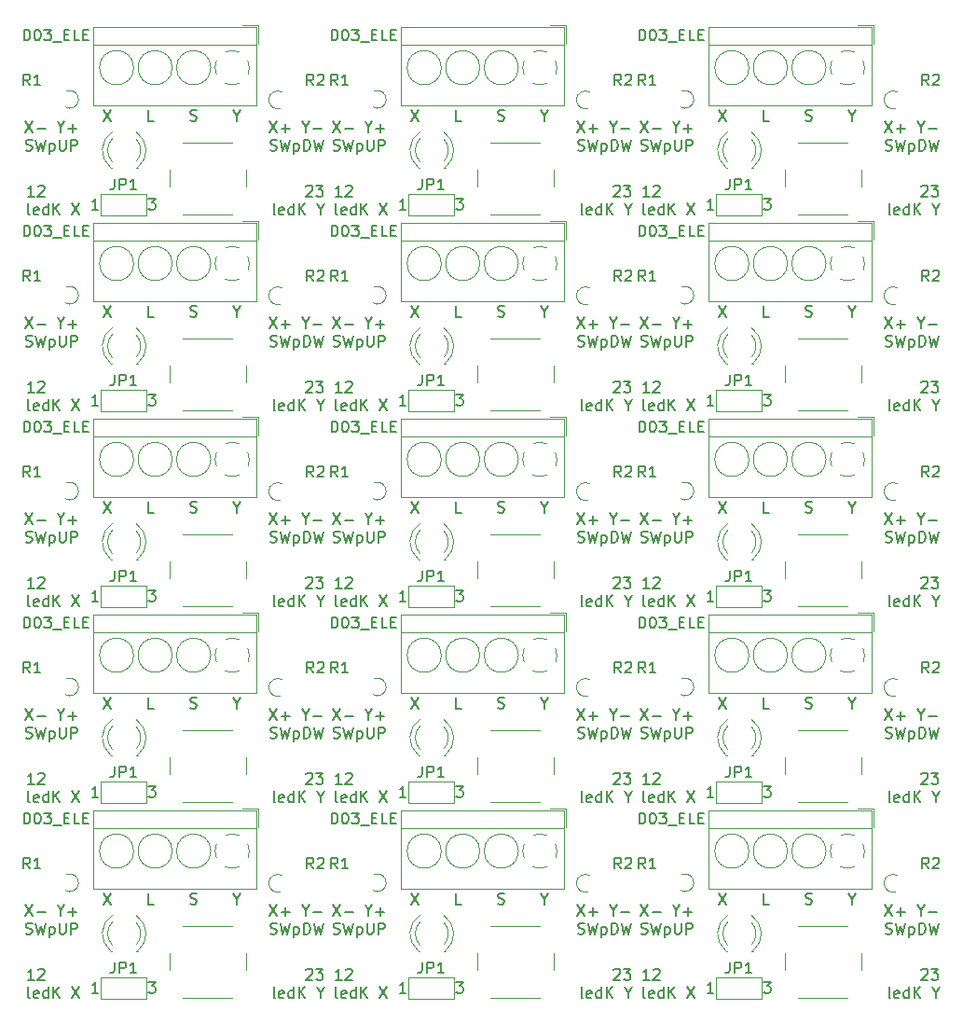
<source format=gbr>
G04 #@! TF.GenerationSoftware,KiCad,Pcbnew,5.1.5-52549c5~86~ubuntu18.04.1*
G04 #@! TF.CreationDate,2020-09-25T18:23:52-05:00*
G04 #@! TF.ProjectId,,58585858-5858-4585-9858-585858585858,rev?*
G04 #@! TF.SameCoordinates,Original*
G04 #@! TF.FileFunction,Legend,Top*
G04 #@! TF.FilePolarity,Positive*
%FSLAX46Y46*%
G04 Gerber Fmt 4.6, Leading zero omitted, Abs format (unit mm)*
G04 Created by KiCad (PCBNEW 5.1.5-52549c5~86~ubuntu18.04.1) date 2020-09-25 18:23:52*
%MOMM*%
%LPD*%
G04 APERTURE LIST*
%ADD10C,0.150000*%
%ADD11C,0.120000*%
G04 APERTURE END LIST*
D10*
X148616038Y-142768580D02*
X148616038Y-141768580D01*
X148854133Y-141768580D01*
X148996990Y-141816200D01*
X149092228Y-141911438D01*
X149139847Y-142006676D01*
X149187466Y-142197152D01*
X149187466Y-142340009D01*
X149139847Y-142530485D01*
X149092228Y-142625723D01*
X148996990Y-142720961D01*
X148854133Y-142768580D01*
X148616038Y-142768580D01*
X149806514Y-141768580D02*
X149901752Y-141768580D01*
X149996990Y-141816200D01*
X150044609Y-141863819D01*
X150092228Y-141959057D01*
X150139847Y-142149533D01*
X150139847Y-142387628D01*
X150092228Y-142578104D01*
X150044609Y-142673342D01*
X149996990Y-142720961D01*
X149901752Y-142768580D01*
X149806514Y-142768580D01*
X149711276Y-142720961D01*
X149663657Y-142673342D01*
X149616038Y-142578104D01*
X149568419Y-142387628D01*
X149568419Y-142149533D01*
X149616038Y-141959057D01*
X149663657Y-141863819D01*
X149711276Y-141816200D01*
X149806514Y-141768580D01*
X150473180Y-141768580D02*
X151092228Y-141768580D01*
X150758895Y-142149533D01*
X150901752Y-142149533D01*
X150996990Y-142197152D01*
X151044609Y-142244771D01*
X151092228Y-142340009D01*
X151092228Y-142578104D01*
X151044609Y-142673342D01*
X150996990Y-142720961D01*
X150901752Y-142768580D01*
X150616038Y-142768580D01*
X150520800Y-142720961D01*
X150473180Y-142673342D01*
X151282704Y-142863819D02*
X152044609Y-142863819D01*
X152282704Y-142244771D02*
X152616038Y-142244771D01*
X152758895Y-142768580D02*
X152282704Y-142768580D01*
X152282704Y-141768580D01*
X152758895Y-141768580D01*
X153663657Y-142768580D02*
X153187466Y-142768580D01*
X153187466Y-141768580D01*
X153996990Y-142244771D02*
X154330323Y-142244771D01*
X154473180Y-142768580D02*
X153996990Y-142768580D01*
X153996990Y-141768580D01*
X154473180Y-141768580D01*
X120676038Y-142768580D02*
X120676038Y-141768580D01*
X120914133Y-141768580D01*
X121056990Y-141816200D01*
X121152228Y-141911438D01*
X121199847Y-142006676D01*
X121247466Y-142197152D01*
X121247466Y-142340009D01*
X121199847Y-142530485D01*
X121152228Y-142625723D01*
X121056990Y-142720961D01*
X120914133Y-142768580D01*
X120676038Y-142768580D01*
X121866514Y-141768580D02*
X121961752Y-141768580D01*
X122056990Y-141816200D01*
X122104609Y-141863819D01*
X122152228Y-141959057D01*
X122199847Y-142149533D01*
X122199847Y-142387628D01*
X122152228Y-142578104D01*
X122104609Y-142673342D01*
X122056990Y-142720961D01*
X121961752Y-142768580D01*
X121866514Y-142768580D01*
X121771276Y-142720961D01*
X121723657Y-142673342D01*
X121676038Y-142578104D01*
X121628419Y-142387628D01*
X121628419Y-142149533D01*
X121676038Y-141959057D01*
X121723657Y-141863819D01*
X121771276Y-141816200D01*
X121866514Y-141768580D01*
X122533180Y-141768580D02*
X123152228Y-141768580D01*
X122818895Y-142149533D01*
X122961752Y-142149533D01*
X123056990Y-142197152D01*
X123104609Y-142244771D01*
X123152228Y-142340009D01*
X123152228Y-142578104D01*
X123104609Y-142673342D01*
X123056990Y-142720961D01*
X122961752Y-142768580D01*
X122676038Y-142768580D01*
X122580800Y-142720961D01*
X122533180Y-142673342D01*
X123342704Y-142863819D02*
X124104609Y-142863819D01*
X124342704Y-142244771D02*
X124676038Y-142244771D01*
X124818895Y-142768580D02*
X124342704Y-142768580D01*
X124342704Y-141768580D01*
X124818895Y-141768580D01*
X125723657Y-142768580D02*
X125247466Y-142768580D01*
X125247466Y-141768580D01*
X126056990Y-142244771D02*
X126390323Y-142244771D01*
X126533180Y-142768580D02*
X126056990Y-142768580D01*
X126056990Y-141768580D01*
X126533180Y-141768580D01*
X92736038Y-142768580D02*
X92736038Y-141768580D01*
X92974133Y-141768580D01*
X93116990Y-141816200D01*
X93212228Y-141911438D01*
X93259847Y-142006676D01*
X93307466Y-142197152D01*
X93307466Y-142340009D01*
X93259847Y-142530485D01*
X93212228Y-142625723D01*
X93116990Y-142720961D01*
X92974133Y-142768580D01*
X92736038Y-142768580D01*
X93926514Y-141768580D02*
X94021752Y-141768580D01*
X94116990Y-141816200D01*
X94164609Y-141863819D01*
X94212228Y-141959057D01*
X94259847Y-142149533D01*
X94259847Y-142387628D01*
X94212228Y-142578104D01*
X94164609Y-142673342D01*
X94116990Y-142720961D01*
X94021752Y-142768580D01*
X93926514Y-142768580D01*
X93831276Y-142720961D01*
X93783657Y-142673342D01*
X93736038Y-142578104D01*
X93688419Y-142387628D01*
X93688419Y-142149533D01*
X93736038Y-141959057D01*
X93783657Y-141863819D01*
X93831276Y-141816200D01*
X93926514Y-141768580D01*
X94593180Y-141768580D02*
X95212228Y-141768580D01*
X94878895Y-142149533D01*
X95021752Y-142149533D01*
X95116990Y-142197152D01*
X95164609Y-142244771D01*
X95212228Y-142340009D01*
X95212228Y-142578104D01*
X95164609Y-142673342D01*
X95116990Y-142720961D01*
X95021752Y-142768580D01*
X94736038Y-142768580D01*
X94640800Y-142720961D01*
X94593180Y-142673342D01*
X95402704Y-142863819D02*
X96164609Y-142863819D01*
X96402704Y-142244771D02*
X96736038Y-142244771D01*
X96878895Y-142768580D02*
X96402704Y-142768580D01*
X96402704Y-141768580D01*
X96878895Y-141768580D01*
X97783657Y-142768580D02*
X97307466Y-142768580D01*
X97307466Y-141768580D01*
X98116990Y-142244771D02*
X98450323Y-142244771D01*
X98593180Y-142768580D02*
X98116990Y-142768580D01*
X98116990Y-141768580D01*
X98593180Y-141768580D01*
X148616038Y-124988580D02*
X148616038Y-123988580D01*
X148854133Y-123988580D01*
X148996990Y-124036200D01*
X149092228Y-124131438D01*
X149139847Y-124226676D01*
X149187466Y-124417152D01*
X149187466Y-124560009D01*
X149139847Y-124750485D01*
X149092228Y-124845723D01*
X148996990Y-124940961D01*
X148854133Y-124988580D01*
X148616038Y-124988580D01*
X149806514Y-123988580D02*
X149901752Y-123988580D01*
X149996990Y-124036200D01*
X150044609Y-124083819D01*
X150092228Y-124179057D01*
X150139847Y-124369533D01*
X150139847Y-124607628D01*
X150092228Y-124798104D01*
X150044609Y-124893342D01*
X149996990Y-124940961D01*
X149901752Y-124988580D01*
X149806514Y-124988580D01*
X149711276Y-124940961D01*
X149663657Y-124893342D01*
X149616038Y-124798104D01*
X149568419Y-124607628D01*
X149568419Y-124369533D01*
X149616038Y-124179057D01*
X149663657Y-124083819D01*
X149711276Y-124036200D01*
X149806514Y-123988580D01*
X150473180Y-123988580D02*
X151092228Y-123988580D01*
X150758895Y-124369533D01*
X150901752Y-124369533D01*
X150996990Y-124417152D01*
X151044609Y-124464771D01*
X151092228Y-124560009D01*
X151092228Y-124798104D01*
X151044609Y-124893342D01*
X150996990Y-124940961D01*
X150901752Y-124988580D01*
X150616038Y-124988580D01*
X150520800Y-124940961D01*
X150473180Y-124893342D01*
X151282704Y-125083819D02*
X152044609Y-125083819D01*
X152282704Y-124464771D02*
X152616038Y-124464771D01*
X152758895Y-124988580D02*
X152282704Y-124988580D01*
X152282704Y-123988580D01*
X152758895Y-123988580D01*
X153663657Y-124988580D02*
X153187466Y-124988580D01*
X153187466Y-123988580D01*
X153996990Y-124464771D02*
X154330323Y-124464771D01*
X154473180Y-124988580D02*
X153996990Y-124988580D01*
X153996990Y-123988580D01*
X154473180Y-123988580D01*
X120676038Y-124988580D02*
X120676038Y-123988580D01*
X120914133Y-123988580D01*
X121056990Y-124036200D01*
X121152228Y-124131438D01*
X121199847Y-124226676D01*
X121247466Y-124417152D01*
X121247466Y-124560009D01*
X121199847Y-124750485D01*
X121152228Y-124845723D01*
X121056990Y-124940961D01*
X120914133Y-124988580D01*
X120676038Y-124988580D01*
X121866514Y-123988580D02*
X121961752Y-123988580D01*
X122056990Y-124036200D01*
X122104609Y-124083819D01*
X122152228Y-124179057D01*
X122199847Y-124369533D01*
X122199847Y-124607628D01*
X122152228Y-124798104D01*
X122104609Y-124893342D01*
X122056990Y-124940961D01*
X121961752Y-124988580D01*
X121866514Y-124988580D01*
X121771276Y-124940961D01*
X121723657Y-124893342D01*
X121676038Y-124798104D01*
X121628419Y-124607628D01*
X121628419Y-124369533D01*
X121676038Y-124179057D01*
X121723657Y-124083819D01*
X121771276Y-124036200D01*
X121866514Y-123988580D01*
X122533180Y-123988580D02*
X123152228Y-123988580D01*
X122818895Y-124369533D01*
X122961752Y-124369533D01*
X123056990Y-124417152D01*
X123104609Y-124464771D01*
X123152228Y-124560009D01*
X123152228Y-124798104D01*
X123104609Y-124893342D01*
X123056990Y-124940961D01*
X122961752Y-124988580D01*
X122676038Y-124988580D01*
X122580800Y-124940961D01*
X122533180Y-124893342D01*
X123342704Y-125083819D02*
X124104609Y-125083819D01*
X124342704Y-124464771D02*
X124676038Y-124464771D01*
X124818895Y-124988580D02*
X124342704Y-124988580D01*
X124342704Y-123988580D01*
X124818895Y-123988580D01*
X125723657Y-124988580D02*
X125247466Y-124988580D01*
X125247466Y-123988580D01*
X126056990Y-124464771D02*
X126390323Y-124464771D01*
X126533180Y-124988580D02*
X126056990Y-124988580D01*
X126056990Y-123988580D01*
X126533180Y-123988580D01*
X92736038Y-124988580D02*
X92736038Y-123988580D01*
X92974133Y-123988580D01*
X93116990Y-124036200D01*
X93212228Y-124131438D01*
X93259847Y-124226676D01*
X93307466Y-124417152D01*
X93307466Y-124560009D01*
X93259847Y-124750485D01*
X93212228Y-124845723D01*
X93116990Y-124940961D01*
X92974133Y-124988580D01*
X92736038Y-124988580D01*
X93926514Y-123988580D02*
X94021752Y-123988580D01*
X94116990Y-124036200D01*
X94164609Y-124083819D01*
X94212228Y-124179057D01*
X94259847Y-124369533D01*
X94259847Y-124607628D01*
X94212228Y-124798104D01*
X94164609Y-124893342D01*
X94116990Y-124940961D01*
X94021752Y-124988580D01*
X93926514Y-124988580D01*
X93831276Y-124940961D01*
X93783657Y-124893342D01*
X93736038Y-124798104D01*
X93688419Y-124607628D01*
X93688419Y-124369533D01*
X93736038Y-124179057D01*
X93783657Y-124083819D01*
X93831276Y-124036200D01*
X93926514Y-123988580D01*
X94593180Y-123988580D02*
X95212228Y-123988580D01*
X94878895Y-124369533D01*
X95021752Y-124369533D01*
X95116990Y-124417152D01*
X95164609Y-124464771D01*
X95212228Y-124560009D01*
X95212228Y-124798104D01*
X95164609Y-124893342D01*
X95116990Y-124940961D01*
X95021752Y-124988580D01*
X94736038Y-124988580D01*
X94640800Y-124940961D01*
X94593180Y-124893342D01*
X95402704Y-125083819D02*
X96164609Y-125083819D01*
X96402704Y-124464771D02*
X96736038Y-124464771D01*
X96878895Y-124988580D02*
X96402704Y-124988580D01*
X96402704Y-123988580D01*
X96878895Y-123988580D01*
X97783657Y-124988580D02*
X97307466Y-124988580D01*
X97307466Y-123988580D01*
X98116990Y-124464771D02*
X98450323Y-124464771D01*
X98593180Y-124988580D02*
X98116990Y-124988580D01*
X98116990Y-123988580D01*
X98593180Y-123988580D01*
X148616038Y-107208580D02*
X148616038Y-106208580D01*
X148854133Y-106208580D01*
X148996990Y-106256200D01*
X149092228Y-106351438D01*
X149139847Y-106446676D01*
X149187466Y-106637152D01*
X149187466Y-106780009D01*
X149139847Y-106970485D01*
X149092228Y-107065723D01*
X148996990Y-107160961D01*
X148854133Y-107208580D01*
X148616038Y-107208580D01*
X149806514Y-106208580D02*
X149901752Y-106208580D01*
X149996990Y-106256200D01*
X150044609Y-106303819D01*
X150092228Y-106399057D01*
X150139847Y-106589533D01*
X150139847Y-106827628D01*
X150092228Y-107018104D01*
X150044609Y-107113342D01*
X149996990Y-107160961D01*
X149901752Y-107208580D01*
X149806514Y-107208580D01*
X149711276Y-107160961D01*
X149663657Y-107113342D01*
X149616038Y-107018104D01*
X149568419Y-106827628D01*
X149568419Y-106589533D01*
X149616038Y-106399057D01*
X149663657Y-106303819D01*
X149711276Y-106256200D01*
X149806514Y-106208580D01*
X150473180Y-106208580D02*
X151092228Y-106208580D01*
X150758895Y-106589533D01*
X150901752Y-106589533D01*
X150996990Y-106637152D01*
X151044609Y-106684771D01*
X151092228Y-106780009D01*
X151092228Y-107018104D01*
X151044609Y-107113342D01*
X150996990Y-107160961D01*
X150901752Y-107208580D01*
X150616038Y-107208580D01*
X150520800Y-107160961D01*
X150473180Y-107113342D01*
X151282704Y-107303819D02*
X152044609Y-107303819D01*
X152282704Y-106684771D02*
X152616038Y-106684771D01*
X152758895Y-107208580D02*
X152282704Y-107208580D01*
X152282704Y-106208580D01*
X152758895Y-106208580D01*
X153663657Y-107208580D02*
X153187466Y-107208580D01*
X153187466Y-106208580D01*
X153996990Y-106684771D02*
X154330323Y-106684771D01*
X154473180Y-107208580D02*
X153996990Y-107208580D01*
X153996990Y-106208580D01*
X154473180Y-106208580D01*
X120676038Y-107208580D02*
X120676038Y-106208580D01*
X120914133Y-106208580D01*
X121056990Y-106256200D01*
X121152228Y-106351438D01*
X121199847Y-106446676D01*
X121247466Y-106637152D01*
X121247466Y-106780009D01*
X121199847Y-106970485D01*
X121152228Y-107065723D01*
X121056990Y-107160961D01*
X120914133Y-107208580D01*
X120676038Y-107208580D01*
X121866514Y-106208580D02*
X121961752Y-106208580D01*
X122056990Y-106256200D01*
X122104609Y-106303819D01*
X122152228Y-106399057D01*
X122199847Y-106589533D01*
X122199847Y-106827628D01*
X122152228Y-107018104D01*
X122104609Y-107113342D01*
X122056990Y-107160961D01*
X121961752Y-107208580D01*
X121866514Y-107208580D01*
X121771276Y-107160961D01*
X121723657Y-107113342D01*
X121676038Y-107018104D01*
X121628419Y-106827628D01*
X121628419Y-106589533D01*
X121676038Y-106399057D01*
X121723657Y-106303819D01*
X121771276Y-106256200D01*
X121866514Y-106208580D01*
X122533180Y-106208580D02*
X123152228Y-106208580D01*
X122818895Y-106589533D01*
X122961752Y-106589533D01*
X123056990Y-106637152D01*
X123104609Y-106684771D01*
X123152228Y-106780009D01*
X123152228Y-107018104D01*
X123104609Y-107113342D01*
X123056990Y-107160961D01*
X122961752Y-107208580D01*
X122676038Y-107208580D01*
X122580800Y-107160961D01*
X122533180Y-107113342D01*
X123342704Y-107303819D02*
X124104609Y-107303819D01*
X124342704Y-106684771D02*
X124676038Y-106684771D01*
X124818895Y-107208580D02*
X124342704Y-107208580D01*
X124342704Y-106208580D01*
X124818895Y-106208580D01*
X125723657Y-107208580D02*
X125247466Y-107208580D01*
X125247466Y-106208580D01*
X126056990Y-106684771D02*
X126390323Y-106684771D01*
X126533180Y-107208580D02*
X126056990Y-107208580D01*
X126056990Y-106208580D01*
X126533180Y-106208580D01*
X92736038Y-107208580D02*
X92736038Y-106208580D01*
X92974133Y-106208580D01*
X93116990Y-106256200D01*
X93212228Y-106351438D01*
X93259847Y-106446676D01*
X93307466Y-106637152D01*
X93307466Y-106780009D01*
X93259847Y-106970485D01*
X93212228Y-107065723D01*
X93116990Y-107160961D01*
X92974133Y-107208580D01*
X92736038Y-107208580D01*
X93926514Y-106208580D02*
X94021752Y-106208580D01*
X94116990Y-106256200D01*
X94164609Y-106303819D01*
X94212228Y-106399057D01*
X94259847Y-106589533D01*
X94259847Y-106827628D01*
X94212228Y-107018104D01*
X94164609Y-107113342D01*
X94116990Y-107160961D01*
X94021752Y-107208580D01*
X93926514Y-107208580D01*
X93831276Y-107160961D01*
X93783657Y-107113342D01*
X93736038Y-107018104D01*
X93688419Y-106827628D01*
X93688419Y-106589533D01*
X93736038Y-106399057D01*
X93783657Y-106303819D01*
X93831276Y-106256200D01*
X93926514Y-106208580D01*
X94593180Y-106208580D02*
X95212228Y-106208580D01*
X94878895Y-106589533D01*
X95021752Y-106589533D01*
X95116990Y-106637152D01*
X95164609Y-106684771D01*
X95212228Y-106780009D01*
X95212228Y-107018104D01*
X95164609Y-107113342D01*
X95116990Y-107160961D01*
X95021752Y-107208580D01*
X94736038Y-107208580D01*
X94640800Y-107160961D01*
X94593180Y-107113342D01*
X95402704Y-107303819D02*
X96164609Y-107303819D01*
X96402704Y-106684771D02*
X96736038Y-106684771D01*
X96878895Y-107208580D02*
X96402704Y-107208580D01*
X96402704Y-106208580D01*
X96878895Y-106208580D01*
X97783657Y-107208580D02*
X97307466Y-107208580D01*
X97307466Y-106208580D01*
X98116990Y-106684771D02*
X98450323Y-106684771D01*
X98593180Y-107208580D02*
X98116990Y-107208580D01*
X98116990Y-106208580D01*
X98593180Y-106208580D01*
X148616038Y-89428580D02*
X148616038Y-88428580D01*
X148854133Y-88428580D01*
X148996990Y-88476200D01*
X149092228Y-88571438D01*
X149139847Y-88666676D01*
X149187466Y-88857152D01*
X149187466Y-89000009D01*
X149139847Y-89190485D01*
X149092228Y-89285723D01*
X148996990Y-89380961D01*
X148854133Y-89428580D01*
X148616038Y-89428580D01*
X149806514Y-88428580D02*
X149901752Y-88428580D01*
X149996990Y-88476200D01*
X150044609Y-88523819D01*
X150092228Y-88619057D01*
X150139847Y-88809533D01*
X150139847Y-89047628D01*
X150092228Y-89238104D01*
X150044609Y-89333342D01*
X149996990Y-89380961D01*
X149901752Y-89428580D01*
X149806514Y-89428580D01*
X149711276Y-89380961D01*
X149663657Y-89333342D01*
X149616038Y-89238104D01*
X149568419Y-89047628D01*
X149568419Y-88809533D01*
X149616038Y-88619057D01*
X149663657Y-88523819D01*
X149711276Y-88476200D01*
X149806514Y-88428580D01*
X150473180Y-88428580D02*
X151092228Y-88428580D01*
X150758895Y-88809533D01*
X150901752Y-88809533D01*
X150996990Y-88857152D01*
X151044609Y-88904771D01*
X151092228Y-89000009D01*
X151092228Y-89238104D01*
X151044609Y-89333342D01*
X150996990Y-89380961D01*
X150901752Y-89428580D01*
X150616038Y-89428580D01*
X150520800Y-89380961D01*
X150473180Y-89333342D01*
X151282704Y-89523819D02*
X152044609Y-89523819D01*
X152282704Y-88904771D02*
X152616038Y-88904771D01*
X152758895Y-89428580D02*
X152282704Y-89428580D01*
X152282704Y-88428580D01*
X152758895Y-88428580D01*
X153663657Y-89428580D02*
X153187466Y-89428580D01*
X153187466Y-88428580D01*
X153996990Y-88904771D02*
X154330323Y-88904771D01*
X154473180Y-89428580D02*
X153996990Y-89428580D01*
X153996990Y-88428580D01*
X154473180Y-88428580D01*
X120676038Y-89428580D02*
X120676038Y-88428580D01*
X120914133Y-88428580D01*
X121056990Y-88476200D01*
X121152228Y-88571438D01*
X121199847Y-88666676D01*
X121247466Y-88857152D01*
X121247466Y-89000009D01*
X121199847Y-89190485D01*
X121152228Y-89285723D01*
X121056990Y-89380961D01*
X120914133Y-89428580D01*
X120676038Y-89428580D01*
X121866514Y-88428580D02*
X121961752Y-88428580D01*
X122056990Y-88476200D01*
X122104609Y-88523819D01*
X122152228Y-88619057D01*
X122199847Y-88809533D01*
X122199847Y-89047628D01*
X122152228Y-89238104D01*
X122104609Y-89333342D01*
X122056990Y-89380961D01*
X121961752Y-89428580D01*
X121866514Y-89428580D01*
X121771276Y-89380961D01*
X121723657Y-89333342D01*
X121676038Y-89238104D01*
X121628419Y-89047628D01*
X121628419Y-88809533D01*
X121676038Y-88619057D01*
X121723657Y-88523819D01*
X121771276Y-88476200D01*
X121866514Y-88428580D01*
X122533180Y-88428580D02*
X123152228Y-88428580D01*
X122818895Y-88809533D01*
X122961752Y-88809533D01*
X123056990Y-88857152D01*
X123104609Y-88904771D01*
X123152228Y-89000009D01*
X123152228Y-89238104D01*
X123104609Y-89333342D01*
X123056990Y-89380961D01*
X122961752Y-89428580D01*
X122676038Y-89428580D01*
X122580800Y-89380961D01*
X122533180Y-89333342D01*
X123342704Y-89523819D02*
X124104609Y-89523819D01*
X124342704Y-88904771D02*
X124676038Y-88904771D01*
X124818895Y-89428580D02*
X124342704Y-89428580D01*
X124342704Y-88428580D01*
X124818895Y-88428580D01*
X125723657Y-89428580D02*
X125247466Y-89428580D01*
X125247466Y-88428580D01*
X126056990Y-88904771D02*
X126390323Y-88904771D01*
X126533180Y-89428580D02*
X126056990Y-89428580D01*
X126056990Y-88428580D01*
X126533180Y-88428580D01*
X92736038Y-89428580D02*
X92736038Y-88428580D01*
X92974133Y-88428580D01*
X93116990Y-88476200D01*
X93212228Y-88571438D01*
X93259847Y-88666676D01*
X93307466Y-88857152D01*
X93307466Y-89000009D01*
X93259847Y-89190485D01*
X93212228Y-89285723D01*
X93116990Y-89380961D01*
X92974133Y-89428580D01*
X92736038Y-89428580D01*
X93926514Y-88428580D02*
X94021752Y-88428580D01*
X94116990Y-88476200D01*
X94164609Y-88523819D01*
X94212228Y-88619057D01*
X94259847Y-88809533D01*
X94259847Y-89047628D01*
X94212228Y-89238104D01*
X94164609Y-89333342D01*
X94116990Y-89380961D01*
X94021752Y-89428580D01*
X93926514Y-89428580D01*
X93831276Y-89380961D01*
X93783657Y-89333342D01*
X93736038Y-89238104D01*
X93688419Y-89047628D01*
X93688419Y-88809533D01*
X93736038Y-88619057D01*
X93783657Y-88523819D01*
X93831276Y-88476200D01*
X93926514Y-88428580D01*
X94593180Y-88428580D02*
X95212228Y-88428580D01*
X94878895Y-88809533D01*
X95021752Y-88809533D01*
X95116990Y-88857152D01*
X95164609Y-88904771D01*
X95212228Y-89000009D01*
X95212228Y-89238104D01*
X95164609Y-89333342D01*
X95116990Y-89380961D01*
X95021752Y-89428580D01*
X94736038Y-89428580D01*
X94640800Y-89380961D01*
X94593180Y-89333342D01*
X95402704Y-89523819D02*
X96164609Y-89523819D01*
X96402704Y-88904771D02*
X96736038Y-88904771D01*
X96878895Y-89428580D02*
X96402704Y-89428580D01*
X96402704Y-88428580D01*
X96878895Y-88428580D01*
X97783657Y-89428580D02*
X97307466Y-89428580D01*
X97307466Y-88428580D01*
X98116990Y-88904771D02*
X98450323Y-88904771D01*
X98593180Y-89428580D02*
X98116990Y-89428580D01*
X98116990Y-88428580D01*
X98593180Y-88428580D01*
X148616038Y-71648580D02*
X148616038Y-70648580D01*
X148854133Y-70648580D01*
X148996990Y-70696200D01*
X149092228Y-70791438D01*
X149139847Y-70886676D01*
X149187466Y-71077152D01*
X149187466Y-71220009D01*
X149139847Y-71410485D01*
X149092228Y-71505723D01*
X148996990Y-71600961D01*
X148854133Y-71648580D01*
X148616038Y-71648580D01*
X149806514Y-70648580D02*
X149901752Y-70648580D01*
X149996990Y-70696200D01*
X150044609Y-70743819D01*
X150092228Y-70839057D01*
X150139847Y-71029533D01*
X150139847Y-71267628D01*
X150092228Y-71458104D01*
X150044609Y-71553342D01*
X149996990Y-71600961D01*
X149901752Y-71648580D01*
X149806514Y-71648580D01*
X149711276Y-71600961D01*
X149663657Y-71553342D01*
X149616038Y-71458104D01*
X149568419Y-71267628D01*
X149568419Y-71029533D01*
X149616038Y-70839057D01*
X149663657Y-70743819D01*
X149711276Y-70696200D01*
X149806514Y-70648580D01*
X150473180Y-70648580D02*
X151092228Y-70648580D01*
X150758895Y-71029533D01*
X150901752Y-71029533D01*
X150996990Y-71077152D01*
X151044609Y-71124771D01*
X151092228Y-71220009D01*
X151092228Y-71458104D01*
X151044609Y-71553342D01*
X150996990Y-71600961D01*
X150901752Y-71648580D01*
X150616038Y-71648580D01*
X150520800Y-71600961D01*
X150473180Y-71553342D01*
X151282704Y-71743819D02*
X152044609Y-71743819D01*
X152282704Y-71124771D02*
X152616038Y-71124771D01*
X152758895Y-71648580D02*
X152282704Y-71648580D01*
X152282704Y-70648580D01*
X152758895Y-70648580D01*
X153663657Y-71648580D02*
X153187466Y-71648580D01*
X153187466Y-70648580D01*
X153996990Y-71124771D02*
X154330323Y-71124771D01*
X154473180Y-71648580D02*
X153996990Y-71648580D01*
X153996990Y-70648580D01*
X154473180Y-70648580D01*
X120676038Y-71648580D02*
X120676038Y-70648580D01*
X120914133Y-70648580D01*
X121056990Y-70696200D01*
X121152228Y-70791438D01*
X121199847Y-70886676D01*
X121247466Y-71077152D01*
X121247466Y-71220009D01*
X121199847Y-71410485D01*
X121152228Y-71505723D01*
X121056990Y-71600961D01*
X120914133Y-71648580D01*
X120676038Y-71648580D01*
X121866514Y-70648580D02*
X121961752Y-70648580D01*
X122056990Y-70696200D01*
X122104609Y-70743819D01*
X122152228Y-70839057D01*
X122199847Y-71029533D01*
X122199847Y-71267628D01*
X122152228Y-71458104D01*
X122104609Y-71553342D01*
X122056990Y-71600961D01*
X121961752Y-71648580D01*
X121866514Y-71648580D01*
X121771276Y-71600961D01*
X121723657Y-71553342D01*
X121676038Y-71458104D01*
X121628419Y-71267628D01*
X121628419Y-71029533D01*
X121676038Y-70839057D01*
X121723657Y-70743819D01*
X121771276Y-70696200D01*
X121866514Y-70648580D01*
X122533180Y-70648580D02*
X123152228Y-70648580D01*
X122818895Y-71029533D01*
X122961752Y-71029533D01*
X123056990Y-71077152D01*
X123104609Y-71124771D01*
X123152228Y-71220009D01*
X123152228Y-71458104D01*
X123104609Y-71553342D01*
X123056990Y-71600961D01*
X122961752Y-71648580D01*
X122676038Y-71648580D01*
X122580800Y-71600961D01*
X122533180Y-71553342D01*
X123342704Y-71743819D02*
X124104609Y-71743819D01*
X124342704Y-71124771D02*
X124676038Y-71124771D01*
X124818895Y-71648580D02*
X124342704Y-71648580D01*
X124342704Y-70648580D01*
X124818895Y-70648580D01*
X125723657Y-71648580D02*
X125247466Y-71648580D01*
X125247466Y-70648580D01*
X126056990Y-71124771D02*
X126390323Y-71124771D01*
X126533180Y-71648580D02*
X126056990Y-71648580D01*
X126056990Y-70648580D01*
X126533180Y-70648580D01*
X155837714Y-149058380D02*
X156504380Y-150058380D01*
X156504380Y-149058380D02*
X155837714Y-150058380D01*
X160409142Y-150058380D02*
X159932952Y-150058380D01*
X159932952Y-149058380D01*
X163742476Y-150010761D02*
X163885333Y-150058380D01*
X164123428Y-150058380D01*
X164218666Y-150010761D01*
X164266285Y-149963142D01*
X164313904Y-149867904D01*
X164313904Y-149772666D01*
X164266285Y-149677428D01*
X164218666Y-149629809D01*
X164123428Y-149582190D01*
X163932952Y-149534571D01*
X163837714Y-149486952D01*
X163790095Y-149439333D01*
X163742476Y-149344095D01*
X163742476Y-149248857D01*
X163790095Y-149153619D01*
X163837714Y-149106000D01*
X163932952Y-149058380D01*
X164171047Y-149058380D01*
X164313904Y-149106000D01*
X167980571Y-149582190D02*
X167980571Y-150058380D01*
X167647238Y-149058380D02*
X167980571Y-149582190D01*
X168313904Y-149058380D01*
X127897714Y-149058380D02*
X128564380Y-150058380D01*
X128564380Y-149058380D02*
X127897714Y-150058380D01*
X132469142Y-150058380D02*
X131992952Y-150058380D01*
X131992952Y-149058380D01*
X135802476Y-150010761D02*
X135945333Y-150058380D01*
X136183428Y-150058380D01*
X136278666Y-150010761D01*
X136326285Y-149963142D01*
X136373904Y-149867904D01*
X136373904Y-149772666D01*
X136326285Y-149677428D01*
X136278666Y-149629809D01*
X136183428Y-149582190D01*
X135992952Y-149534571D01*
X135897714Y-149486952D01*
X135850095Y-149439333D01*
X135802476Y-149344095D01*
X135802476Y-149248857D01*
X135850095Y-149153619D01*
X135897714Y-149106000D01*
X135992952Y-149058380D01*
X136231047Y-149058380D01*
X136373904Y-149106000D01*
X140040571Y-149582190D02*
X140040571Y-150058380D01*
X139707238Y-149058380D02*
X140040571Y-149582190D01*
X140373904Y-149058380D01*
X99957714Y-149058380D02*
X100624380Y-150058380D01*
X100624380Y-149058380D02*
X99957714Y-150058380D01*
X104529142Y-150058380D02*
X104052952Y-150058380D01*
X104052952Y-149058380D01*
X107862476Y-150010761D02*
X108005333Y-150058380D01*
X108243428Y-150058380D01*
X108338666Y-150010761D01*
X108386285Y-149963142D01*
X108433904Y-149867904D01*
X108433904Y-149772666D01*
X108386285Y-149677428D01*
X108338666Y-149629809D01*
X108243428Y-149582190D01*
X108052952Y-149534571D01*
X107957714Y-149486952D01*
X107910095Y-149439333D01*
X107862476Y-149344095D01*
X107862476Y-149248857D01*
X107910095Y-149153619D01*
X107957714Y-149106000D01*
X108052952Y-149058380D01*
X108291047Y-149058380D01*
X108433904Y-149106000D01*
X112100571Y-149582190D02*
X112100571Y-150058380D01*
X111767238Y-149058380D02*
X112100571Y-149582190D01*
X112433904Y-149058380D01*
X155837714Y-131278380D02*
X156504380Y-132278380D01*
X156504380Y-131278380D02*
X155837714Y-132278380D01*
X160409142Y-132278380D02*
X159932952Y-132278380D01*
X159932952Y-131278380D01*
X163742476Y-132230761D02*
X163885333Y-132278380D01*
X164123428Y-132278380D01*
X164218666Y-132230761D01*
X164266285Y-132183142D01*
X164313904Y-132087904D01*
X164313904Y-131992666D01*
X164266285Y-131897428D01*
X164218666Y-131849809D01*
X164123428Y-131802190D01*
X163932952Y-131754571D01*
X163837714Y-131706952D01*
X163790095Y-131659333D01*
X163742476Y-131564095D01*
X163742476Y-131468857D01*
X163790095Y-131373619D01*
X163837714Y-131326000D01*
X163932952Y-131278380D01*
X164171047Y-131278380D01*
X164313904Y-131326000D01*
X167980571Y-131802190D02*
X167980571Y-132278380D01*
X167647238Y-131278380D02*
X167980571Y-131802190D01*
X168313904Y-131278380D01*
X127897714Y-131278380D02*
X128564380Y-132278380D01*
X128564380Y-131278380D02*
X127897714Y-132278380D01*
X132469142Y-132278380D02*
X131992952Y-132278380D01*
X131992952Y-131278380D01*
X135802476Y-132230761D02*
X135945333Y-132278380D01*
X136183428Y-132278380D01*
X136278666Y-132230761D01*
X136326285Y-132183142D01*
X136373904Y-132087904D01*
X136373904Y-131992666D01*
X136326285Y-131897428D01*
X136278666Y-131849809D01*
X136183428Y-131802190D01*
X135992952Y-131754571D01*
X135897714Y-131706952D01*
X135850095Y-131659333D01*
X135802476Y-131564095D01*
X135802476Y-131468857D01*
X135850095Y-131373619D01*
X135897714Y-131326000D01*
X135992952Y-131278380D01*
X136231047Y-131278380D01*
X136373904Y-131326000D01*
X140040571Y-131802190D02*
X140040571Y-132278380D01*
X139707238Y-131278380D02*
X140040571Y-131802190D01*
X140373904Y-131278380D01*
X99957714Y-131278380D02*
X100624380Y-132278380D01*
X100624380Y-131278380D02*
X99957714Y-132278380D01*
X104529142Y-132278380D02*
X104052952Y-132278380D01*
X104052952Y-131278380D01*
X107862476Y-132230761D02*
X108005333Y-132278380D01*
X108243428Y-132278380D01*
X108338666Y-132230761D01*
X108386285Y-132183142D01*
X108433904Y-132087904D01*
X108433904Y-131992666D01*
X108386285Y-131897428D01*
X108338666Y-131849809D01*
X108243428Y-131802190D01*
X108052952Y-131754571D01*
X107957714Y-131706952D01*
X107910095Y-131659333D01*
X107862476Y-131564095D01*
X107862476Y-131468857D01*
X107910095Y-131373619D01*
X107957714Y-131326000D01*
X108052952Y-131278380D01*
X108291047Y-131278380D01*
X108433904Y-131326000D01*
X112100571Y-131802190D02*
X112100571Y-132278380D01*
X111767238Y-131278380D02*
X112100571Y-131802190D01*
X112433904Y-131278380D01*
X155837714Y-113498380D02*
X156504380Y-114498380D01*
X156504380Y-113498380D02*
X155837714Y-114498380D01*
X160409142Y-114498380D02*
X159932952Y-114498380D01*
X159932952Y-113498380D01*
X163742476Y-114450761D02*
X163885333Y-114498380D01*
X164123428Y-114498380D01*
X164218666Y-114450761D01*
X164266285Y-114403142D01*
X164313904Y-114307904D01*
X164313904Y-114212666D01*
X164266285Y-114117428D01*
X164218666Y-114069809D01*
X164123428Y-114022190D01*
X163932952Y-113974571D01*
X163837714Y-113926952D01*
X163790095Y-113879333D01*
X163742476Y-113784095D01*
X163742476Y-113688857D01*
X163790095Y-113593619D01*
X163837714Y-113546000D01*
X163932952Y-113498380D01*
X164171047Y-113498380D01*
X164313904Y-113546000D01*
X167980571Y-114022190D02*
X167980571Y-114498380D01*
X167647238Y-113498380D02*
X167980571Y-114022190D01*
X168313904Y-113498380D01*
X127897714Y-113498380D02*
X128564380Y-114498380D01*
X128564380Y-113498380D02*
X127897714Y-114498380D01*
X132469142Y-114498380D02*
X131992952Y-114498380D01*
X131992952Y-113498380D01*
X135802476Y-114450761D02*
X135945333Y-114498380D01*
X136183428Y-114498380D01*
X136278666Y-114450761D01*
X136326285Y-114403142D01*
X136373904Y-114307904D01*
X136373904Y-114212666D01*
X136326285Y-114117428D01*
X136278666Y-114069809D01*
X136183428Y-114022190D01*
X135992952Y-113974571D01*
X135897714Y-113926952D01*
X135850095Y-113879333D01*
X135802476Y-113784095D01*
X135802476Y-113688857D01*
X135850095Y-113593619D01*
X135897714Y-113546000D01*
X135992952Y-113498380D01*
X136231047Y-113498380D01*
X136373904Y-113546000D01*
X140040571Y-114022190D02*
X140040571Y-114498380D01*
X139707238Y-113498380D02*
X140040571Y-114022190D01*
X140373904Y-113498380D01*
X99957714Y-113498380D02*
X100624380Y-114498380D01*
X100624380Y-113498380D02*
X99957714Y-114498380D01*
X104529142Y-114498380D02*
X104052952Y-114498380D01*
X104052952Y-113498380D01*
X107862476Y-114450761D02*
X108005333Y-114498380D01*
X108243428Y-114498380D01*
X108338666Y-114450761D01*
X108386285Y-114403142D01*
X108433904Y-114307904D01*
X108433904Y-114212666D01*
X108386285Y-114117428D01*
X108338666Y-114069809D01*
X108243428Y-114022190D01*
X108052952Y-113974571D01*
X107957714Y-113926952D01*
X107910095Y-113879333D01*
X107862476Y-113784095D01*
X107862476Y-113688857D01*
X107910095Y-113593619D01*
X107957714Y-113546000D01*
X108052952Y-113498380D01*
X108291047Y-113498380D01*
X108433904Y-113546000D01*
X112100571Y-114022190D02*
X112100571Y-114498380D01*
X111767238Y-113498380D02*
X112100571Y-114022190D01*
X112433904Y-113498380D01*
X155837714Y-95718380D02*
X156504380Y-96718380D01*
X156504380Y-95718380D02*
X155837714Y-96718380D01*
X160409142Y-96718380D02*
X159932952Y-96718380D01*
X159932952Y-95718380D01*
X163742476Y-96670761D02*
X163885333Y-96718380D01*
X164123428Y-96718380D01*
X164218666Y-96670761D01*
X164266285Y-96623142D01*
X164313904Y-96527904D01*
X164313904Y-96432666D01*
X164266285Y-96337428D01*
X164218666Y-96289809D01*
X164123428Y-96242190D01*
X163932952Y-96194571D01*
X163837714Y-96146952D01*
X163790095Y-96099333D01*
X163742476Y-96004095D01*
X163742476Y-95908857D01*
X163790095Y-95813619D01*
X163837714Y-95766000D01*
X163932952Y-95718380D01*
X164171047Y-95718380D01*
X164313904Y-95766000D01*
X167980571Y-96242190D02*
X167980571Y-96718380D01*
X167647238Y-95718380D02*
X167980571Y-96242190D01*
X168313904Y-95718380D01*
X127897714Y-95718380D02*
X128564380Y-96718380D01*
X128564380Y-95718380D02*
X127897714Y-96718380D01*
X132469142Y-96718380D02*
X131992952Y-96718380D01*
X131992952Y-95718380D01*
X135802476Y-96670761D02*
X135945333Y-96718380D01*
X136183428Y-96718380D01*
X136278666Y-96670761D01*
X136326285Y-96623142D01*
X136373904Y-96527904D01*
X136373904Y-96432666D01*
X136326285Y-96337428D01*
X136278666Y-96289809D01*
X136183428Y-96242190D01*
X135992952Y-96194571D01*
X135897714Y-96146952D01*
X135850095Y-96099333D01*
X135802476Y-96004095D01*
X135802476Y-95908857D01*
X135850095Y-95813619D01*
X135897714Y-95766000D01*
X135992952Y-95718380D01*
X136231047Y-95718380D01*
X136373904Y-95766000D01*
X140040571Y-96242190D02*
X140040571Y-96718380D01*
X139707238Y-95718380D02*
X140040571Y-96242190D01*
X140373904Y-95718380D01*
X99957714Y-95718380D02*
X100624380Y-96718380D01*
X100624380Y-95718380D02*
X99957714Y-96718380D01*
X104529142Y-96718380D02*
X104052952Y-96718380D01*
X104052952Y-95718380D01*
X107862476Y-96670761D02*
X108005333Y-96718380D01*
X108243428Y-96718380D01*
X108338666Y-96670761D01*
X108386285Y-96623142D01*
X108433904Y-96527904D01*
X108433904Y-96432666D01*
X108386285Y-96337428D01*
X108338666Y-96289809D01*
X108243428Y-96242190D01*
X108052952Y-96194571D01*
X107957714Y-96146952D01*
X107910095Y-96099333D01*
X107862476Y-96004095D01*
X107862476Y-95908857D01*
X107910095Y-95813619D01*
X107957714Y-95766000D01*
X108052952Y-95718380D01*
X108291047Y-95718380D01*
X108433904Y-95766000D01*
X112100571Y-96242190D02*
X112100571Y-96718380D01*
X111767238Y-95718380D02*
X112100571Y-96242190D01*
X112433904Y-95718380D01*
X155837714Y-77938380D02*
X156504380Y-78938380D01*
X156504380Y-77938380D02*
X155837714Y-78938380D01*
X160409142Y-78938380D02*
X159932952Y-78938380D01*
X159932952Y-77938380D01*
X163742476Y-78890761D02*
X163885333Y-78938380D01*
X164123428Y-78938380D01*
X164218666Y-78890761D01*
X164266285Y-78843142D01*
X164313904Y-78747904D01*
X164313904Y-78652666D01*
X164266285Y-78557428D01*
X164218666Y-78509809D01*
X164123428Y-78462190D01*
X163932952Y-78414571D01*
X163837714Y-78366952D01*
X163790095Y-78319333D01*
X163742476Y-78224095D01*
X163742476Y-78128857D01*
X163790095Y-78033619D01*
X163837714Y-77986000D01*
X163932952Y-77938380D01*
X164171047Y-77938380D01*
X164313904Y-77986000D01*
X167980571Y-78462190D02*
X167980571Y-78938380D01*
X167647238Y-77938380D02*
X167980571Y-78462190D01*
X168313904Y-77938380D01*
X127897714Y-77938380D02*
X128564380Y-78938380D01*
X128564380Y-77938380D02*
X127897714Y-78938380D01*
X132469142Y-78938380D02*
X131992952Y-78938380D01*
X131992952Y-77938380D01*
X135802476Y-78890761D02*
X135945333Y-78938380D01*
X136183428Y-78938380D01*
X136278666Y-78890761D01*
X136326285Y-78843142D01*
X136373904Y-78747904D01*
X136373904Y-78652666D01*
X136326285Y-78557428D01*
X136278666Y-78509809D01*
X136183428Y-78462190D01*
X135992952Y-78414571D01*
X135897714Y-78366952D01*
X135850095Y-78319333D01*
X135802476Y-78224095D01*
X135802476Y-78128857D01*
X135850095Y-78033619D01*
X135897714Y-77986000D01*
X135992952Y-77938380D01*
X136231047Y-77938380D01*
X136373904Y-77986000D01*
X140040571Y-78462190D02*
X140040571Y-78938380D01*
X139707238Y-77938380D02*
X140040571Y-78462190D01*
X140373904Y-77938380D01*
X170961157Y-150112980D02*
X171627823Y-151112980D01*
X171627823Y-150112980D02*
X170961157Y-151112980D01*
X172008776Y-150732028D02*
X172770680Y-150732028D01*
X172389728Y-151112980D02*
X172389728Y-150351076D01*
X174199252Y-150636790D02*
X174199252Y-151112980D01*
X173865919Y-150112980D02*
X174199252Y-150636790D01*
X174532585Y-150112980D01*
X174865919Y-150732028D02*
X175627823Y-150732028D01*
X171008776Y-152715361D02*
X171151633Y-152762980D01*
X171389728Y-152762980D01*
X171484966Y-152715361D01*
X171532585Y-152667742D01*
X171580204Y-152572504D01*
X171580204Y-152477266D01*
X171532585Y-152382028D01*
X171484966Y-152334409D01*
X171389728Y-152286790D01*
X171199252Y-152239171D01*
X171104014Y-152191552D01*
X171056395Y-152143933D01*
X171008776Y-152048695D01*
X171008776Y-151953457D01*
X171056395Y-151858219D01*
X171104014Y-151810600D01*
X171199252Y-151762980D01*
X171437347Y-151762980D01*
X171580204Y-151810600D01*
X171913538Y-151762980D02*
X172151633Y-152762980D01*
X172342109Y-152048695D01*
X172532585Y-152762980D01*
X172770680Y-151762980D01*
X173151633Y-152096314D02*
X173151633Y-153096314D01*
X173151633Y-152143933D02*
X173246871Y-152096314D01*
X173437347Y-152096314D01*
X173532585Y-152143933D01*
X173580204Y-152191552D01*
X173627823Y-152286790D01*
X173627823Y-152572504D01*
X173580204Y-152667742D01*
X173532585Y-152715361D01*
X173437347Y-152762980D01*
X173246871Y-152762980D01*
X173151633Y-152715361D01*
X174056395Y-152762980D02*
X174056395Y-151762980D01*
X174294490Y-151762980D01*
X174437347Y-151810600D01*
X174532585Y-151905838D01*
X174580204Y-152001076D01*
X174627823Y-152191552D01*
X174627823Y-152334409D01*
X174580204Y-152524885D01*
X174532585Y-152620123D01*
X174437347Y-152715361D01*
X174294490Y-152762980D01*
X174056395Y-152762980D01*
X174961157Y-151762980D02*
X175199252Y-152762980D01*
X175389728Y-152048695D01*
X175580204Y-152762980D01*
X175818300Y-151762980D01*
X143021157Y-150112980D02*
X143687823Y-151112980D01*
X143687823Y-150112980D02*
X143021157Y-151112980D01*
X144068776Y-150732028D02*
X144830680Y-150732028D01*
X144449728Y-151112980D02*
X144449728Y-150351076D01*
X146259252Y-150636790D02*
X146259252Y-151112980D01*
X145925919Y-150112980D02*
X146259252Y-150636790D01*
X146592585Y-150112980D01*
X146925919Y-150732028D02*
X147687823Y-150732028D01*
X143068776Y-152715361D02*
X143211633Y-152762980D01*
X143449728Y-152762980D01*
X143544966Y-152715361D01*
X143592585Y-152667742D01*
X143640204Y-152572504D01*
X143640204Y-152477266D01*
X143592585Y-152382028D01*
X143544966Y-152334409D01*
X143449728Y-152286790D01*
X143259252Y-152239171D01*
X143164014Y-152191552D01*
X143116395Y-152143933D01*
X143068776Y-152048695D01*
X143068776Y-151953457D01*
X143116395Y-151858219D01*
X143164014Y-151810600D01*
X143259252Y-151762980D01*
X143497347Y-151762980D01*
X143640204Y-151810600D01*
X143973538Y-151762980D02*
X144211633Y-152762980D01*
X144402109Y-152048695D01*
X144592585Y-152762980D01*
X144830680Y-151762980D01*
X145211633Y-152096314D02*
X145211633Y-153096314D01*
X145211633Y-152143933D02*
X145306871Y-152096314D01*
X145497347Y-152096314D01*
X145592585Y-152143933D01*
X145640204Y-152191552D01*
X145687823Y-152286790D01*
X145687823Y-152572504D01*
X145640204Y-152667742D01*
X145592585Y-152715361D01*
X145497347Y-152762980D01*
X145306871Y-152762980D01*
X145211633Y-152715361D01*
X146116395Y-152762980D02*
X146116395Y-151762980D01*
X146354490Y-151762980D01*
X146497347Y-151810600D01*
X146592585Y-151905838D01*
X146640204Y-152001076D01*
X146687823Y-152191552D01*
X146687823Y-152334409D01*
X146640204Y-152524885D01*
X146592585Y-152620123D01*
X146497347Y-152715361D01*
X146354490Y-152762980D01*
X146116395Y-152762980D01*
X147021157Y-151762980D02*
X147259252Y-152762980D01*
X147449728Y-152048695D01*
X147640204Y-152762980D01*
X147878300Y-151762980D01*
X115081157Y-150112980D02*
X115747823Y-151112980D01*
X115747823Y-150112980D02*
X115081157Y-151112980D01*
X116128776Y-150732028D02*
X116890680Y-150732028D01*
X116509728Y-151112980D02*
X116509728Y-150351076D01*
X118319252Y-150636790D02*
X118319252Y-151112980D01*
X117985919Y-150112980D02*
X118319252Y-150636790D01*
X118652585Y-150112980D01*
X118985919Y-150732028D02*
X119747823Y-150732028D01*
X115128776Y-152715361D02*
X115271633Y-152762980D01*
X115509728Y-152762980D01*
X115604966Y-152715361D01*
X115652585Y-152667742D01*
X115700204Y-152572504D01*
X115700204Y-152477266D01*
X115652585Y-152382028D01*
X115604966Y-152334409D01*
X115509728Y-152286790D01*
X115319252Y-152239171D01*
X115224014Y-152191552D01*
X115176395Y-152143933D01*
X115128776Y-152048695D01*
X115128776Y-151953457D01*
X115176395Y-151858219D01*
X115224014Y-151810600D01*
X115319252Y-151762980D01*
X115557347Y-151762980D01*
X115700204Y-151810600D01*
X116033538Y-151762980D02*
X116271633Y-152762980D01*
X116462109Y-152048695D01*
X116652585Y-152762980D01*
X116890680Y-151762980D01*
X117271633Y-152096314D02*
X117271633Y-153096314D01*
X117271633Y-152143933D02*
X117366871Y-152096314D01*
X117557347Y-152096314D01*
X117652585Y-152143933D01*
X117700204Y-152191552D01*
X117747823Y-152286790D01*
X117747823Y-152572504D01*
X117700204Y-152667742D01*
X117652585Y-152715361D01*
X117557347Y-152762980D01*
X117366871Y-152762980D01*
X117271633Y-152715361D01*
X118176395Y-152762980D02*
X118176395Y-151762980D01*
X118414490Y-151762980D01*
X118557347Y-151810600D01*
X118652585Y-151905838D01*
X118700204Y-152001076D01*
X118747823Y-152191552D01*
X118747823Y-152334409D01*
X118700204Y-152524885D01*
X118652585Y-152620123D01*
X118557347Y-152715361D01*
X118414490Y-152762980D01*
X118176395Y-152762980D01*
X119081157Y-151762980D02*
X119319252Y-152762980D01*
X119509728Y-152048695D01*
X119700204Y-152762980D01*
X119938300Y-151762980D01*
X170961157Y-132332980D02*
X171627823Y-133332980D01*
X171627823Y-132332980D02*
X170961157Y-133332980D01*
X172008776Y-132952028D02*
X172770680Y-132952028D01*
X172389728Y-133332980D02*
X172389728Y-132571076D01*
X174199252Y-132856790D02*
X174199252Y-133332980D01*
X173865919Y-132332980D02*
X174199252Y-132856790D01*
X174532585Y-132332980D01*
X174865919Y-132952028D02*
X175627823Y-132952028D01*
X171008776Y-134935361D02*
X171151633Y-134982980D01*
X171389728Y-134982980D01*
X171484966Y-134935361D01*
X171532585Y-134887742D01*
X171580204Y-134792504D01*
X171580204Y-134697266D01*
X171532585Y-134602028D01*
X171484966Y-134554409D01*
X171389728Y-134506790D01*
X171199252Y-134459171D01*
X171104014Y-134411552D01*
X171056395Y-134363933D01*
X171008776Y-134268695D01*
X171008776Y-134173457D01*
X171056395Y-134078219D01*
X171104014Y-134030600D01*
X171199252Y-133982980D01*
X171437347Y-133982980D01*
X171580204Y-134030600D01*
X171913538Y-133982980D02*
X172151633Y-134982980D01*
X172342109Y-134268695D01*
X172532585Y-134982980D01*
X172770680Y-133982980D01*
X173151633Y-134316314D02*
X173151633Y-135316314D01*
X173151633Y-134363933D02*
X173246871Y-134316314D01*
X173437347Y-134316314D01*
X173532585Y-134363933D01*
X173580204Y-134411552D01*
X173627823Y-134506790D01*
X173627823Y-134792504D01*
X173580204Y-134887742D01*
X173532585Y-134935361D01*
X173437347Y-134982980D01*
X173246871Y-134982980D01*
X173151633Y-134935361D01*
X174056395Y-134982980D02*
X174056395Y-133982980D01*
X174294490Y-133982980D01*
X174437347Y-134030600D01*
X174532585Y-134125838D01*
X174580204Y-134221076D01*
X174627823Y-134411552D01*
X174627823Y-134554409D01*
X174580204Y-134744885D01*
X174532585Y-134840123D01*
X174437347Y-134935361D01*
X174294490Y-134982980D01*
X174056395Y-134982980D01*
X174961157Y-133982980D02*
X175199252Y-134982980D01*
X175389728Y-134268695D01*
X175580204Y-134982980D01*
X175818300Y-133982980D01*
X143021157Y-132332980D02*
X143687823Y-133332980D01*
X143687823Y-132332980D02*
X143021157Y-133332980D01*
X144068776Y-132952028D02*
X144830680Y-132952028D01*
X144449728Y-133332980D02*
X144449728Y-132571076D01*
X146259252Y-132856790D02*
X146259252Y-133332980D01*
X145925919Y-132332980D02*
X146259252Y-132856790D01*
X146592585Y-132332980D01*
X146925919Y-132952028D02*
X147687823Y-132952028D01*
X143068776Y-134935361D02*
X143211633Y-134982980D01*
X143449728Y-134982980D01*
X143544966Y-134935361D01*
X143592585Y-134887742D01*
X143640204Y-134792504D01*
X143640204Y-134697266D01*
X143592585Y-134602028D01*
X143544966Y-134554409D01*
X143449728Y-134506790D01*
X143259252Y-134459171D01*
X143164014Y-134411552D01*
X143116395Y-134363933D01*
X143068776Y-134268695D01*
X143068776Y-134173457D01*
X143116395Y-134078219D01*
X143164014Y-134030600D01*
X143259252Y-133982980D01*
X143497347Y-133982980D01*
X143640204Y-134030600D01*
X143973538Y-133982980D02*
X144211633Y-134982980D01*
X144402109Y-134268695D01*
X144592585Y-134982980D01*
X144830680Y-133982980D01*
X145211633Y-134316314D02*
X145211633Y-135316314D01*
X145211633Y-134363933D02*
X145306871Y-134316314D01*
X145497347Y-134316314D01*
X145592585Y-134363933D01*
X145640204Y-134411552D01*
X145687823Y-134506790D01*
X145687823Y-134792504D01*
X145640204Y-134887742D01*
X145592585Y-134935361D01*
X145497347Y-134982980D01*
X145306871Y-134982980D01*
X145211633Y-134935361D01*
X146116395Y-134982980D02*
X146116395Y-133982980D01*
X146354490Y-133982980D01*
X146497347Y-134030600D01*
X146592585Y-134125838D01*
X146640204Y-134221076D01*
X146687823Y-134411552D01*
X146687823Y-134554409D01*
X146640204Y-134744885D01*
X146592585Y-134840123D01*
X146497347Y-134935361D01*
X146354490Y-134982980D01*
X146116395Y-134982980D01*
X147021157Y-133982980D02*
X147259252Y-134982980D01*
X147449728Y-134268695D01*
X147640204Y-134982980D01*
X147878300Y-133982980D01*
X115081157Y-132332980D02*
X115747823Y-133332980D01*
X115747823Y-132332980D02*
X115081157Y-133332980D01*
X116128776Y-132952028D02*
X116890680Y-132952028D01*
X116509728Y-133332980D02*
X116509728Y-132571076D01*
X118319252Y-132856790D02*
X118319252Y-133332980D01*
X117985919Y-132332980D02*
X118319252Y-132856790D01*
X118652585Y-132332980D01*
X118985919Y-132952028D02*
X119747823Y-132952028D01*
X115128776Y-134935361D02*
X115271633Y-134982980D01*
X115509728Y-134982980D01*
X115604966Y-134935361D01*
X115652585Y-134887742D01*
X115700204Y-134792504D01*
X115700204Y-134697266D01*
X115652585Y-134602028D01*
X115604966Y-134554409D01*
X115509728Y-134506790D01*
X115319252Y-134459171D01*
X115224014Y-134411552D01*
X115176395Y-134363933D01*
X115128776Y-134268695D01*
X115128776Y-134173457D01*
X115176395Y-134078219D01*
X115224014Y-134030600D01*
X115319252Y-133982980D01*
X115557347Y-133982980D01*
X115700204Y-134030600D01*
X116033538Y-133982980D02*
X116271633Y-134982980D01*
X116462109Y-134268695D01*
X116652585Y-134982980D01*
X116890680Y-133982980D01*
X117271633Y-134316314D02*
X117271633Y-135316314D01*
X117271633Y-134363933D02*
X117366871Y-134316314D01*
X117557347Y-134316314D01*
X117652585Y-134363933D01*
X117700204Y-134411552D01*
X117747823Y-134506790D01*
X117747823Y-134792504D01*
X117700204Y-134887742D01*
X117652585Y-134935361D01*
X117557347Y-134982980D01*
X117366871Y-134982980D01*
X117271633Y-134935361D01*
X118176395Y-134982980D02*
X118176395Y-133982980D01*
X118414490Y-133982980D01*
X118557347Y-134030600D01*
X118652585Y-134125838D01*
X118700204Y-134221076D01*
X118747823Y-134411552D01*
X118747823Y-134554409D01*
X118700204Y-134744885D01*
X118652585Y-134840123D01*
X118557347Y-134935361D01*
X118414490Y-134982980D01*
X118176395Y-134982980D01*
X119081157Y-133982980D02*
X119319252Y-134982980D01*
X119509728Y-134268695D01*
X119700204Y-134982980D01*
X119938300Y-133982980D01*
X170961157Y-114552980D02*
X171627823Y-115552980D01*
X171627823Y-114552980D02*
X170961157Y-115552980D01*
X172008776Y-115172028D02*
X172770680Y-115172028D01*
X172389728Y-115552980D02*
X172389728Y-114791076D01*
X174199252Y-115076790D02*
X174199252Y-115552980D01*
X173865919Y-114552980D02*
X174199252Y-115076790D01*
X174532585Y-114552980D01*
X174865919Y-115172028D02*
X175627823Y-115172028D01*
X171008776Y-117155361D02*
X171151633Y-117202980D01*
X171389728Y-117202980D01*
X171484966Y-117155361D01*
X171532585Y-117107742D01*
X171580204Y-117012504D01*
X171580204Y-116917266D01*
X171532585Y-116822028D01*
X171484966Y-116774409D01*
X171389728Y-116726790D01*
X171199252Y-116679171D01*
X171104014Y-116631552D01*
X171056395Y-116583933D01*
X171008776Y-116488695D01*
X171008776Y-116393457D01*
X171056395Y-116298219D01*
X171104014Y-116250600D01*
X171199252Y-116202980D01*
X171437347Y-116202980D01*
X171580204Y-116250600D01*
X171913538Y-116202980D02*
X172151633Y-117202980D01*
X172342109Y-116488695D01*
X172532585Y-117202980D01*
X172770680Y-116202980D01*
X173151633Y-116536314D02*
X173151633Y-117536314D01*
X173151633Y-116583933D02*
X173246871Y-116536314D01*
X173437347Y-116536314D01*
X173532585Y-116583933D01*
X173580204Y-116631552D01*
X173627823Y-116726790D01*
X173627823Y-117012504D01*
X173580204Y-117107742D01*
X173532585Y-117155361D01*
X173437347Y-117202980D01*
X173246871Y-117202980D01*
X173151633Y-117155361D01*
X174056395Y-117202980D02*
X174056395Y-116202980D01*
X174294490Y-116202980D01*
X174437347Y-116250600D01*
X174532585Y-116345838D01*
X174580204Y-116441076D01*
X174627823Y-116631552D01*
X174627823Y-116774409D01*
X174580204Y-116964885D01*
X174532585Y-117060123D01*
X174437347Y-117155361D01*
X174294490Y-117202980D01*
X174056395Y-117202980D01*
X174961157Y-116202980D02*
X175199252Y-117202980D01*
X175389728Y-116488695D01*
X175580204Y-117202980D01*
X175818300Y-116202980D01*
X143021157Y-114552980D02*
X143687823Y-115552980D01*
X143687823Y-114552980D02*
X143021157Y-115552980D01*
X144068776Y-115172028D02*
X144830680Y-115172028D01*
X144449728Y-115552980D02*
X144449728Y-114791076D01*
X146259252Y-115076790D02*
X146259252Y-115552980D01*
X145925919Y-114552980D02*
X146259252Y-115076790D01*
X146592585Y-114552980D01*
X146925919Y-115172028D02*
X147687823Y-115172028D01*
X143068776Y-117155361D02*
X143211633Y-117202980D01*
X143449728Y-117202980D01*
X143544966Y-117155361D01*
X143592585Y-117107742D01*
X143640204Y-117012504D01*
X143640204Y-116917266D01*
X143592585Y-116822028D01*
X143544966Y-116774409D01*
X143449728Y-116726790D01*
X143259252Y-116679171D01*
X143164014Y-116631552D01*
X143116395Y-116583933D01*
X143068776Y-116488695D01*
X143068776Y-116393457D01*
X143116395Y-116298219D01*
X143164014Y-116250600D01*
X143259252Y-116202980D01*
X143497347Y-116202980D01*
X143640204Y-116250600D01*
X143973538Y-116202980D02*
X144211633Y-117202980D01*
X144402109Y-116488695D01*
X144592585Y-117202980D01*
X144830680Y-116202980D01*
X145211633Y-116536314D02*
X145211633Y-117536314D01*
X145211633Y-116583933D02*
X145306871Y-116536314D01*
X145497347Y-116536314D01*
X145592585Y-116583933D01*
X145640204Y-116631552D01*
X145687823Y-116726790D01*
X145687823Y-117012504D01*
X145640204Y-117107742D01*
X145592585Y-117155361D01*
X145497347Y-117202980D01*
X145306871Y-117202980D01*
X145211633Y-117155361D01*
X146116395Y-117202980D02*
X146116395Y-116202980D01*
X146354490Y-116202980D01*
X146497347Y-116250600D01*
X146592585Y-116345838D01*
X146640204Y-116441076D01*
X146687823Y-116631552D01*
X146687823Y-116774409D01*
X146640204Y-116964885D01*
X146592585Y-117060123D01*
X146497347Y-117155361D01*
X146354490Y-117202980D01*
X146116395Y-117202980D01*
X147021157Y-116202980D02*
X147259252Y-117202980D01*
X147449728Y-116488695D01*
X147640204Y-117202980D01*
X147878300Y-116202980D01*
X115081157Y-114552980D02*
X115747823Y-115552980D01*
X115747823Y-114552980D02*
X115081157Y-115552980D01*
X116128776Y-115172028D02*
X116890680Y-115172028D01*
X116509728Y-115552980D02*
X116509728Y-114791076D01*
X118319252Y-115076790D02*
X118319252Y-115552980D01*
X117985919Y-114552980D02*
X118319252Y-115076790D01*
X118652585Y-114552980D01*
X118985919Y-115172028D02*
X119747823Y-115172028D01*
X115128776Y-117155361D02*
X115271633Y-117202980D01*
X115509728Y-117202980D01*
X115604966Y-117155361D01*
X115652585Y-117107742D01*
X115700204Y-117012504D01*
X115700204Y-116917266D01*
X115652585Y-116822028D01*
X115604966Y-116774409D01*
X115509728Y-116726790D01*
X115319252Y-116679171D01*
X115224014Y-116631552D01*
X115176395Y-116583933D01*
X115128776Y-116488695D01*
X115128776Y-116393457D01*
X115176395Y-116298219D01*
X115224014Y-116250600D01*
X115319252Y-116202980D01*
X115557347Y-116202980D01*
X115700204Y-116250600D01*
X116033538Y-116202980D02*
X116271633Y-117202980D01*
X116462109Y-116488695D01*
X116652585Y-117202980D01*
X116890680Y-116202980D01*
X117271633Y-116536314D02*
X117271633Y-117536314D01*
X117271633Y-116583933D02*
X117366871Y-116536314D01*
X117557347Y-116536314D01*
X117652585Y-116583933D01*
X117700204Y-116631552D01*
X117747823Y-116726790D01*
X117747823Y-117012504D01*
X117700204Y-117107742D01*
X117652585Y-117155361D01*
X117557347Y-117202980D01*
X117366871Y-117202980D01*
X117271633Y-117155361D01*
X118176395Y-117202980D02*
X118176395Y-116202980D01*
X118414490Y-116202980D01*
X118557347Y-116250600D01*
X118652585Y-116345838D01*
X118700204Y-116441076D01*
X118747823Y-116631552D01*
X118747823Y-116774409D01*
X118700204Y-116964885D01*
X118652585Y-117060123D01*
X118557347Y-117155361D01*
X118414490Y-117202980D01*
X118176395Y-117202980D01*
X119081157Y-116202980D02*
X119319252Y-117202980D01*
X119509728Y-116488695D01*
X119700204Y-117202980D01*
X119938300Y-116202980D01*
X170961157Y-96772980D02*
X171627823Y-97772980D01*
X171627823Y-96772980D02*
X170961157Y-97772980D01*
X172008776Y-97392028D02*
X172770680Y-97392028D01*
X172389728Y-97772980D02*
X172389728Y-97011076D01*
X174199252Y-97296790D02*
X174199252Y-97772980D01*
X173865919Y-96772980D02*
X174199252Y-97296790D01*
X174532585Y-96772980D01*
X174865919Y-97392028D02*
X175627823Y-97392028D01*
X171008776Y-99375361D02*
X171151633Y-99422980D01*
X171389728Y-99422980D01*
X171484966Y-99375361D01*
X171532585Y-99327742D01*
X171580204Y-99232504D01*
X171580204Y-99137266D01*
X171532585Y-99042028D01*
X171484966Y-98994409D01*
X171389728Y-98946790D01*
X171199252Y-98899171D01*
X171104014Y-98851552D01*
X171056395Y-98803933D01*
X171008776Y-98708695D01*
X171008776Y-98613457D01*
X171056395Y-98518219D01*
X171104014Y-98470600D01*
X171199252Y-98422980D01*
X171437347Y-98422980D01*
X171580204Y-98470600D01*
X171913538Y-98422980D02*
X172151633Y-99422980D01*
X172342109Y-98708695D01*
X172532585Y-99422980D01*
X172770680Y-98422980D01*
X173151633Y-98756314D02*
X173151633Y-99756314D01*
X173151633Y-98803933D02*
X173246871Y-98756314D01*
X173437347Y-98756314D01*
X173532585Y-98803933D01*
X173580204Y-98851552D01*
X173627823Y-98946790D01*
X173627823Y-99232504D01*
X173580204Y-99327742D01*
X173532585Y-99375361D01*
X173437347Y-99422980D01*
X173246871Y-99422980D01*
X173151633Y-99375361D01*
X174056395Y-99422980D02*
X174056395Y-98422980D01*
X174294490Y-98422980D01*
X174437347Y-98470600D01*
X174532585Y-98565838D01*
X174580204Y-98661076D01*
X174627823Y-98851552D01*
X174627823Y-98994409D01*
X174580204Y-99184885D01*
X174532585Y-99280123D01*
X174437347Y-99375361D01*
X174294490Y-99422980D01*
X174056395Y-99422980D01*
X174961157Y-98422980D02*
X175199252Y-99422980D01*
X175389728Y-98708695D01*
X175580204Y-99422980D01*
X175818300Y-98422980D01*
X143021157Y-96772980D02*
X143687823Y-97772980D01*
X143687823Y-96772980D02*
X143021157Y-97772980D01*
X144068776Y-97392028D02*
X144830680Y-97392028D01*
X144449728Y-97772980D02*
X144449728Y-97011076D01*
X146259252Y-97296790D02*
X146259252Y-97772980D01*
X145925919Y-96772980D02*
X146259252Y-97296790D01*
X146592585Y-96772980D01*
X146925919Y-97392028D02*
X147687823Y-97392028D01*
X143068776Y-99375361D02*
X143211633Y-99422980D01*
X143449728Y-99422980D01*
X143544966Y-99375361D01*
X143592585Y-99327742D01*
X143640204Y-99232504D01*
X143640204Y-99137266D01*
X143592585Y-99042028D01*
X143544966Y-98994409D01*
X143449728Y-98946790D01*
X143259252Y-98899171D01*
X143164014Y-98851552D01*
X143116395Y-98803933D01*
X143068776Y-98708695D01*
X143068776Y-98613457D01*
X143116395Y-98518219D01*
X143164014Y-98470600D01*
X143259252Y-98422980D01*
X143497347Y-98422980D01*
X143640204Y-98470600D01*
X143973538Y-98422980D02*
X144211633Y-99422980D01*
X144402109Y-98708695D01*
X144592585Y-99422980D01*
X144830680Y-98422980D01*
X145211633Y-98756314D02*
X145211633Y-99756314D01*
X145211633Y-98803933D02*
X145306871Y-98756314D01*
X145497347Y-98756314D01*
X145592585Y-98803933D01*
X145640204Y-98851552D01*
X145687823Y-98946790D01*
X145687823Y-99232504D01*
X145640204Y-99327742D01*
X145592585Y-99375361D01*
X145497347Y-99422980D01*
X145306871Y-99422980D01*
X145211633Y-99375361D01*
X146116395Y-99422980D02*
X146116395Y-98422980D01*
X146354490Y-98422980D01*
X146497347Y-98470600D01*
X146592585Y-98565838D01*
X146640204Y-98661076D01*
X146687823Y-98851552D01*
X146687823Y-98994409D01*
X146640204Y-99184885D01*
X146592585Y-99280123D01*
X146497347Y-99375361D01*
X146354490Y-99422980D01*
X146116395Y-99422980D01*
X147021157Y-98422980D02*
X147259252Y-99422980D01*
X147449728Y-98708695D01*
X147640204Y-99422980D01*
X147878300Y-98422980D01*
X115081157Y-96772980D02*
X115747823Y-97772980D01*
X115747823Y-96772980D02*
X115081157Y-97772980D01*
X116128776Y-97392028D02*
X116890680Y-97392028D01*
X116509728Y-97772980D02*
X116509728Y-97011076D01*
X118319252Y-97296790D02*
X118319252Y-97772980D01*
X117985919Y-96772980D02*
X118319252Y-97296790D01*
X118652585Y-96772980D01*
X118985919Y-97392028D02*
X119747823Y-97392028D01*
X115128776Y-99375361D02*
X115271633Y-99422980D01*
X115509728Y-99422980D01*
X115604966Y-99375361D01*
X115652585Y-99327742D01*
X115700204Y-99232504D01*
X115700204Y-99137266D01*
X115652585Y-99042028D01*
X115604966Y-98994409D01*
X115509728Y-98946790D01*
X115319252Y-98899171D01*
X115224014Y-98851552D01*
X115176395Y-98803933D01*
X115128776Y-98708695D01*
X115128776Y-98613457D01*
X115176395Y-98518219D01*
X115224014Y-98470600D01*
X115319252Y-98422980D01*
X115557347Y-98422980D01*
X115700204Y-98470600D01*
X116033538Y-98422980D02*
X116271633Y-99422980D01*
X116462109Y-98708695D01*
X116652585Y-99422980D01*
X116890680Y-98422980D01*
X117271633Y-98756314D02*
X117271633Y-99756314D01*
X117271633Y-98803933D02*
X117366871Y-98756314D01*
X117557347Y-98756314D01*
X117652585Y-98803933D01*
X117700204Y-98851552D01*
X117747823Y-98946790D01*
X117747823Y-99232504D01*
X117700204Y-99327742D01*
X117652585Y-99375361D01*
X117557347Y-99422980D01*
X117366871Y-99422980D01*
X117271633Y-99375361D01*
X118176395Y-99422980D02*
X118176395Y-98422980D01*
X118414490Y-98422980D01*
X118557347Y-98470600D01*
X118652585Y-98565838D01*
X118700204Y-98661076D01*
X118747823Y-98851552D01*
X118747823Y-98994409D01*
X118700204Y-99184885D01*
X118652585Y-99280123D01*
X118557347Y-99375361D01*
X118414490Y-99422980D01*
X118176395Y-99422980D01*
X119081157Y-98422980D02*
X119319252Y-99422980D01*
X119509728Y-98708695D01*
X119700204Y-99422980D01*
X119938300Y-98422980D01*
X170961157Y-78992980D02*
X171627823Y-79992980D01*
X171627823Y-78992980D02*
X170961157Y-79992980D01*
X172008776Y-79612028D02*
X172770680Y-79612028D01*
X172389728Y-79992980D02*
X172389728Y-79231076D01*
X174199252Y-79516790D02*
X174199252Y-79992980D01*
X173865919Y-78992980D02*
X174199252Y-79516790D01*
X174532585Y-78992980D01*
X174865919Y-79612028D02*
X175627823Y-79612028D01*
X171008776Y-81595361D02*
X171151633Y-81642980D01*
X171389728Y-81642980D01*
X171484966Y-81595361D01*
X171532585Y-81547742D01*
X171580204Y-81452504D01*
X171580204Y-81357266D01*
X171532585Y-81262028D01*
X171484966Y-81214409D01*
X171389728Y-81166790D01*
X171199252Y-81119171D01*
X171104014Y-81071552D01*
X171056395Y-81023933D01*
X171008776Y-80928695D01*
X171008776Y-80833457D01*
X171056395Y-80738219D01*
X171104014Y-80690600D01*
X171199252Y-80642980D01*
X171437347Y-80642980D01*
X171580204Y-80690600D01*
X171913538Y-80642980D02*
X172151633Y-81642980D01*
X172342109Y-80928695D01*
X172532585Y-81642980D01*
X172770680Y-80642980D01*
X173151633Y-80976314D02*
X173151633Y-81976314D01*
X173151633Y-81023933D02*
X173246871Y-80976314D01*
X173437347Y-80976314D01*
X173532585Y-81023933D01*
X173580204Y-81071552D01*
X173627823Y-81166790D01*
X173627823Y-81452504D01*
X173580204Y-81547742D01*
X173532585Y-81595361D01*
X173437347Y-81642980D01*
X173246871Y-81642980D01*
X173151633Y-81595361D01*
X174056395Y-81642980D02*
X174056395Y-80642980D01*
X174294490Y-80642980D01*
X174437347Y-80690600D01*
X174532585Y-80785838D01*
X174580204Y-80881076D01*
X174627823Y-81071552D01*
X174627823Y-81214409D01*
X174580204Y-81404885D01*
X174532585Y-81500123D01*
X174437347Y-81595361D01*
X174294490Y-81642980D01*
X174056395Y-81642980D01*
X174961157Y-80642980D02*
X175199252Y-81642980D01*
X175389728Y-80928695D01*
X175580204Y-81642980D01*
X175818300Y-80642980D01*
X143021157Y-78992980D02*
X143687823Y-79992980D01*
X143687823Y-78992980D02*
X143021157Y-79992980D01*
X144068776Y-79612028D02*
X144830680Y-79612028D01*
X144449728Y-79992980D02*
X144449728Y-79231076D01*
X146259252Y-79516790D02*
X146259252Y-79992980D01*
X145925919Y-78992980D02*
X146259252Y-79516790D01*
X146592585Y-78992980D01*
X146925919Y-79612028D02*
X147687823Y-79612028D01*
X143068776Y-81595361D02*
X143211633Y-81642980D01*
X143449728Y-81642980D01*
X143544966Y-81595361D01*
X143592585Y-81547742D01*
X143640204Y-81452504D01*
X143640204Y-81357266D01*
X143592585Y-81262028D01*
X143544966Y-81214409D01*
X143449728Y-81166790D01*
X143259252Y-81119171D01*
X143164014Y-81071552D01*
X143116395Y-81023933D01*
X143068776Y-80928695D01*
X143068776Y-80833457D01*
X143116395Y-80738219D01*
X143164014Y-80690600D01*
X143259252Y-80642980D01*
X143497347Y-80642980D01*
X143640204Y-80690600D01*
X143973538Y-80642980D02*
X144211633Y-81642980D01*
X144402109Y-80928695D01*
X144592585Y-81642980D01*
X144830680Y-80642980D01*
X145211633Y-80976314D02*
X145211633Y-81976314D01*
X145211633Y-81023933D02*
X145306871Y-80976314D01*
X145497347Y-80976314D01*
X145592585Y-81023933D01*
X145640204Y-81071552D01*
X145687823Y-81166790D01*
X145687823Y-81452504D01*
X145640204Y-81547742D01*
X145592585Y-81595361D01*
X145497347Y-81642980D01*
X145306871Y-81642980D01*
X145211633Y-81595361D01*
X146116395Y-81642980D02*
X146116395Y-80642980D01*
X146354490Y-80642980D01*
X146497347Y-80690600D01*
X146592585Y-80785838D01*
X146640204Y-80881076D01*
X146687823Y-81071552D01*
X146687823Y-81214409D01*
X146640204Y-81404885D01*
X146592585Y-81500123D01*
X146497347Y-81595361D01*
X146354490Y-81642980D01*
X146116395Y-81642980D01*
X147021157Y-80642980D02*
X147259252Y-81642980D01*
X147449728Y-80928695D01*
X147640204Y-81642980D01*
X147878300Y-80642980D01*
X149551004Y-156929580D02*
X148979576Y-156929580D01*
X149265290Y-156929580D02*
X149265290Y-155929580D01*
X149170052Y-156072438D01*
X149074814Y-156167676D01*
X148979576Y-156215295D01*
X149931957Y-156024819D02*
X149979576Y-155977200D01*
X150074814Y-155929580D01*
X150312909Y-155929580D01*
X150408147Y-155977200D01*
X150455766Y-156024819D01*
X150503385Y-156120057D01*
X150503385Y-156215295D01*
X150455766Y-156358152D01*
X149884338Y-156929580D01*
X150503385Y-156929580D01*
X149170052Y-158579580D02*
X149074814Y-158531961D01*
X149027195Y-158436723D01*
X149027195Y-157579580D01*
X149931957Y-158531961D02*
X149836719Y-158579580D01*
X149646242Y-158579580D01*
X149551004Y-158531961D01*
X149503385Y-158436723D01*
X149503385Y-158055771D01*
X149551004Y-157960533D01*
X149646242Y-157912914D01*
X149836719Y-157912914D01*
X149931957Y-157960533D01*
X149979576Y-158055771D01*
X149979576Y-158151009D01*
X149503385Y-158246247D01*
X150836719Y-158579580D02*
X150836719Y-157579580D01*
X150836719Y-158531961D02*
X150741480Y-158579580D01*
X150551004Y-158579580D01*
X150455766Y-158531961D01*
X150408147Y-158484342D01*
X150360528Y-158389104D01*
X150360528Y-158103390D01*
X150408147Y-158008152D01*
X150455766Y-157960533D01*
X150551004Y-157912914D01*
X150741480Y-157912914D01*
X150836719Y-157960533D01*
X151312909Y-158579580D02*
X151312909Y-157579580D01*
X151884338Y-158579580D02*
X151455766Y-158008152D01*
X151884338Y-157579580D02*
X151312909Y-158151009D01*
X152979576Y-157579580D02*
X153646242Y-158579580D01*
X153646242Y-157579580D02*
X152979576Y-158579580D01*
X121611004Y-156929580D02*
X121039576Y-156929580D01*
X121325290Y-156929580D02*
X121325290Y-155929580D01*
X121230052Y-156072438D01*
X121134814Y-156167676D01*
X121039576Y-156215295D01*
X121991957Y-156024819D02*
X122039576Y-155977200D01*
X122134814Y-155929580D01*
X122372909Y-155929580D01*
X122468147Y-155977200D01*
X122515766Y-156024819D01*
X122563385Y-156120057D01*
X122563385Y-156215295D01*
X122515766Y-156358152D01*
X121944338Y-156929580D01*
X122563385Y-156929580D01*
X121230052Y-158579580D02*
X121134814Y-158531961D01*
X121087195Y-158436723D01*
X121087195Y-157579580D01*
X121991957Y-158531961D02*
X121896719Y-158579580D01*
X121706242Y-158579580D01*
X121611004Y-158531961D01*
X121563385Y-158436723D01*
X121563385Y-158055771D01*
X121611004Y-157960533D01*
X121706242Y-157912914D01*
X121896719Y-157912914D01*
X121991957Y-157960533D01*
X122039576Y-158055771D01*
X122039576Y-158151009D01*
X121563385Y-158246247D01*
X122896719Y-158579580D02*
X122896719Y-157579580D01*
X122896719Y-158531961D02*
X122801480Y-158579580D01*
X122611004Y-158579580D01*
X122515766Y-158531961D01*
X122468147Y-158484342D01*
X122420528Y-158389104D01*
X122420528Y-158103390D01*
X122468147Y-158008152D01*
X122515766Y-157960533D01*
X122611004Y-157912914D01*
X122801480Y-157912914D01*
X122896719Y-157960533D01*
X123372909Y-158579580D02*
X123372909Y-157579580D01*
X123944338Y-158579580D02*
X123515766Y-158008152D01*
X123944338Y-157579580D02*
X123372909Y-158151009D01*
X125039576Y-157579580D02*
X125706242Y-158579580D01*
X125706242Y-157579580D02*
X125039576Y-158579580D01*
X93671004Y-156929580D02*
X93099576Y-156929580D01*
X93385290Y-156929580D02*
X93385290Y-155929580D01*
X93290052Y-156072438D01*
X93194814Y-156167676D01*
X93099576Y-156215295D01*
X94051957Y-156024819D02*
X94099576Y-155977200D01*
X94194814Y-155929580D01*
X94432909Y-155929580D01*
X94528147Y-155977200D01*
X94575766Y-156024819D01*
X94623385Y-156120057D01*
X94623385Y-156215295D01*
X94575766Y-156358152D01*
X94004338Y-156929580D01*
X94623385Y-156929580D01*
X93290052Y-158579580D02*
X93194814Y-158531961D01*
X93147195Y-158436723D01*
X93147195Y-157579580D01*
X94051957Y-158531961D02*
X93956719Y-158579580D01*
X93766242Y-158579580D01*
X93671004Y-158531961D01*
X93623385Y-158436723D01*
X93623385Y-158055771D01*
X93671004Y-157960533D01*
X93766242Y-157912914D01*
X93956719Y-157912914D01*
X94051957Y-157960533D01*
X94099576Y-158055771D01*
X94099576Y-158151009D01*
X93623385Y-158246247D01*
X94956719Y-158579580D02*
X94956719Y-157579580D01*
X94956719Y-158531961D02*
X94861480Y-158579580D01*
X94671004Y-158579580D01*
X94575766Y-158531961D01*
X94528147Y-158484342D01*
X94480528Y-158389104D01*
X94480528Y-158103390D01*
X94528147Y-158008152D01*
X94575766Y-157960533D01*
X94671004Y-157912914D01*
X94861480Y-157912914D01*
X94956719Y-157960533D01*
X95432909Y-158579580D02*
X95432909Y-157579580D01*
X96004338Y-158579580D02*
X95575766Y-158008152D01*
X96004338Y-157579580D02*
X95432909Y-158151009D01*
X97099576Y-157579580D02*
X97766242Y-158579580D01*
X97766242Y-157579580D02*
X97099576Y-158579580D01*
X149551004Y-139149580D02*
X148979576Y-139149580D01*
X149265290Y-139149580D02*
X149265290Y-138149580D01*
X149170052Y-138292438D01*
X149074814Y-138387676D01*
X148979576Y-138435295D01*
X149931957Y-138244819D02*
X149979576Y-138197200D01*
X150074814Y-138149580D01*
X150312909Y-138149580D01*
X150408147Y-138197200D01*
X150455766Y-138244819D01*
X150503385Y-138340057D01*
X150503385Y-138435295D01*
X150455766Y-138578152D01*
X149884338Y-139149580D01*
X150503385Y-139149580D01*
X149170052Y-140799580D02*
X149074814Y-140751961D01*
X149027195Y-140656723D01*
X149027195Y-139799580D01*
X149931957Y-140751961D02*
X149836719Y-140799580D01*
X149646242Y-140799580D01*
X149551004Y-140751961D01*
X149503385Y-140656723D01*
X149503385Y-140275771D01*
X149551004Y-140180533D01*
X149646242Y-140132914D01*
X149836719Y-140132914D01*
X149931957Y-140180533D01*
X149979576Y-140275771D01*
X149979576Y-140371009D01*
X149503385Y-140466247D01*
X150836719Y-140799580D02*
X150836719Y-139799580D01*
X150836719Y-140751961D02*
X150741480Y-140799580D01*
X150551004Y-140799580D01*
X150455766Y-140751961D01*
X150408147Y-140704342D01*
X150360528Y-140609104D01*
X150360528Y-140323390D01*
X150408147Y-140228152D01*
X150455766Y-140180533D01*
X150551004Y-140132914D01*
X150741480Y-140132914D01*
X150836719Y-140180533D01*
X151312909Y-140799580D02*
X151312909Y-139799580D01*
X151884338Y-140799580D02*
X151455766Y-140228152D01*
X151884338Y-139799580D02*
X151312909Y-140371009D01*
X152979576Y-139799580D02*
X153646242Y-140799580D01*
X153646242Y-139799580D02*
X152979576Y-140799580D01*
X121611004Y-139149580D02*
X121039576Y-139149580D01*
X121325290Y-139149580D02*
X121325290Y-138149580D01*
X121230052Y-138292438D01*
X121134814Y-138387676D01*
X121039576Y-138435295D01*
X121991957Y-138244819D02*
X122039576Y-138197200D01*
X122134814Y-138149580D01*
X122372909Y-138149580D01*
X122468147Y-138197200D01*
X122515766Y-138244819D01*
X122563385Y-138340057D01*
X122563385Y-138435295D01*
X122515766Y-138578152D01*
X121944338Y-139149580D01*
X122563385Y-139149580D01*
X121230052Y-140799580D02*
X121134814Y-140751961D01*
X121087195Y-140656723D01*
X121087195Y-139799580D01*
X121991957Y-140751961D02*
X121896719Y-140799580D01*
X121706242Y-140799580D01*
X121611004Y-140751961D01*
X121563385Y-140656723D01*
X121563385Y-140275771D01*
X121611004Y-140180533D01*
X121706242Y-140132914D01*
X121896719Y-140132914D01*
X121991957Y-140180533D01*
X122039576Y-140275771D01*
X122039576Y-140371009D01*
X121563385Y-140466247D01*
X122896719Y-140799580D02*
X122896719Y-139799580D01*
X122896719Y-140751961D02*
X122801480Y-140799580D01*
X122611004Y-140799580D01*
X122515766Y-140751961D01*
X122468147Y-140704342D01*
X122420528Y-140609104D01*
X122420528Y-140323390D01*
X122468147Y-140228152D01*
X122515766Y-140180533D01*
X122611004Y-140132914D01*
X122801480Y-140132914D01*
X122896719Y-140180533D01*
X123372909Y-140799580D02*
X123372909Y-139799580D01*
X123944338Y-140799580D02*
X123515766Y-140228152D01*
X123944338Y-139799580D02*
X123372909Y-140371009D01*
X125039576Y-139799580D02*
X125706242Y-140799580D01*
X125706242Y-139799580D02*
X125039576Y-140799580D01*
X93671004Y-139149580D02*
X93099576Y-139149580D01*
X93385290Y-139149580D02*
X93385290Y-138149580D01*
X93290052Y-138292438D01*
X93194814Y-138387676D01*
X93099576Y-138435295D01*
X94051957Y-138244819D02*
X94099576Y-138197200D01*
X94194814Y-138149580D01*
X94432909Y-138149580D01*
X94528147Y-138197200D01*
X94575766Y-138244819D01*
X94623385Y-138340057D01*
X94623385Y-138435295D01*
X94575766Y-138578152D01*
X94004338Y-139149580D01*
X94623385Y-139149580D01*
X93290052Y-140799580D02*
X93194814Y-140751961D01*
X93147195Y-140656723D01*
X93147195Y-139799580D01*
X94051957Y-140751961D02*
X93956719Y-140799580D01*
X93766242Y-140799580D01*
X93671004Y-140751961D01*
X93623385Y-140656723D01*
X93623385Y-140275771D01*
X93671004Y-140180533D01*
X93766242Y-140132914D01*
X93956719Y-140132914D01*
X94051957Y-140180533D01*
X94099576Y-140275771D01*
X94099576Y-140371009D01*
X93623385Y-140466247D01*
X94956719Y-140799580D02*
X94956719Y-139799580D01*
X94956719Y-140751961D02*
X94861480Y-140799580D01*
X94671004Y-140799580D01*
X94575766Y-140751961D01*
X94528147Y-140704342D01*
X94480528Y-140609104D01*
X94480528Y-140323390D01*
X94528147Y-140228152D01*
X94575766Y-140180533D01*
X94671004Y-140132914D01*
X94861480Y-140132914D01*
X94956719Y-140180533D01*
X95432909Y-140799580D02*
X95432909Y-139799580D01*
X96004338Y-140799580D02*
X95575766Y-140228152D01*
X96004338Y-139799580D02*
X95432909Y-140371009D01*
X97099576Y-139799580D02*
X97766242Y-140799580D01*
X97766242Y-139799580D02*
X97099576Y-140799580D01*
X149551004Y-121369580D02*
X148979576Y-121369580D01*
X149265290Y-121369580D02*
X149265290Y-120369580D01*
X149170052Y-120512438D01*
X149074814Y-120607676D01*
X148979576Y-120655295D01*
X149931957Y-120464819D02*
X149979576Y-120417200D01*
X150074814Y-120369580D01*
X150312909Y-120369580D01*
X150408147Y-120417200D01*
X150455766Y-120464819D01*
X150503385Y-120560057D01*
X150503385Y-120655295D01*
X150455766Y-120798152D01*
X149884338Y-121369580D01*
X150503385Y-121369580D01*
X149170052Y-123019580D02*
X149074814Y-122971961D01*
X149027195Y-122876723D01*
X149027195Y-122019580D01*
X149931957Y-122971961D02*
X149836719Y-123019580D01*
X149646242Y-123019580D01*
X149551004Y-122971961D01*
X149503385Y-122876723D01*
X149503385Y-122495771D01*
X149551004Y-122400533D01*
X149646242Y-122352914D01*
X149836719Y-122352914D01*
X149931957Y-122400533D01*
X149979576Y-122495771D01*
X149979576Y-122591009D01*
X149503385Y-122686247D01*
X150836719Y-123019580D02*
X150836719Y-122019580D01*
X150836719Y-122971961D02*
X150741480Y-123019580D01*
X150551004Y-123019580D01*
X150455766Y-122971961D01*
X150408147Y-122924342D01*
X150360528Y-122829104D01*
X150360528Y-122543390D01*
X150408147Y-122448152D01*
X150455766Y-122400533D01*
X150551004Y-122352914D01*
X150741480Y-122352914D01*
X150836719Y-122400533D01*
X151312909Y-123019580D02*
X151312909Y-122019580D01*
X151884338Y-123019580D02*
X151455766Y-122448152D01*
X151884338Y-122019580D02*
X151312909Y-122591009D01*
X152979576Y-122019580D02*
X153646242Y-123019580D01*
X153646242Y-122019580D02*
X152979576Y-123019580D01*
X121611004Y-121369580D02*
X121039576Y-121369580D01*
X121325290Y-121369580D02*
X121325290Y-120369580D01*
X121230052Y-120512438D01*
X121134814Y-120607676D01*
X121039576Y-120655295D01*
X121991957Y-120464819D02*
X122039576Y-120417200D01*
X122134814Y-120369580D01*
X122372909Y-120369580D01*
X122468147Y-120417200D01*
X122515766Y-120464819D01*
X122563385Y-120560057D01*
X122563385Y-120655295D01*
X122515766Y-120798152D01*
X121944338Y-121369580D01*
X122563385Y-121369580D01*
X121230052Y-123019580D02*
X121134814Y-122971961D01*
X121087195Y-122876723D01*
X121087195Y-122019580D01*
X121991957Y-122971961D02*
X121896719Y-123019580D01*
X121706242Y-123019580D01*
X121611004Y-122971961D01*
X121563385Y-122876723D01*
X121563385Y-122495771D01*
X121611004Y-122400533D01*
X121706242Y-122352914D01*
X121896719Y-122352914D01*
X121991957Y-122400533D01*
X122039576Y-122495771D01*
X122039576Y-122591009D01*
X121563385Y-122686247D01*
X122896719Y-123019580D02*
X122896719Y-122019580D01*
X122896719Y-122971961D02*
X122801480Y-123019580D01*
X122611004Y-123019580D01*
X122515766Y-122971961D01*
X122468147Y-122924342D01*
X122420528Y-122829104D01*
X122420528Y-122543390D01*
X122468147Y-122448152D01*
X122515766Y-122400533D01*
X122611004Y-122352914D01*
X122801480Y-122352914D01*
X122896719Y-122400533D01*
X123372909Y-123019580D02*
X123372909Y-122019580D01*
X123944338Y-123019580D02*
X123515766Y-122448152D01*
X123944338Y-122019580D02*
X123372909Y-122591009D01*
X125039576Y-122019580D02*
X125706242Y-123019580D01*
X125706242Y-122019580D02*
X125039576Y-123019580D01*
X93671004Y-121369580D02*
X93099576Y-121369580D01*
X93385290Y-121369580D02*
X93385290Y-120369580D01*
X93290052Y-120512438D01*
X93194814Y-120607676D01*
X93099576Y-120655295D01*
X94051957Y-120464819D02*
X94099576Y-120417200D01*
X94194814Y-120369580D01*
X94432909Y-120369580D01*
X94528147Y-120417200D01*
X94575766Y-120464819D01*
X94623385Y-120560057D01*
X94623385Y-120655295D01*
X94575766Y-120798152D01*
X94004338Y-121369580D01*
X94623385Y-121369580D01*
X93290052Y-123019580D02*
X93194814Y-122971961D01*
X93147195Y-122876723D01*
X93147195Y-122019580D01*
X94051957Y-122971961D02*
X93956719Y-123019580D01*
X93766242Y-123019580D01*
X93671004Y-122971961D01*
X93623385Y-122876723D01*
X93623385Y-122495771D01*
X93671004Y-122400533D01*
X93766242Y-122352914D01*
X93956719Y-122352914D01*
X94051957Y-122400533D01*
X94099576Y-122495771D01*
X94099576Y-122591009D01*
X93623385Y-122686247D01*
X94956719Y-123019580D02*
X94956719Y-122019580D01*
X94956719Y-122971961D02*
X94861480Y-123019580D01*
X94671004Y-123019580D01*
X94575766Y-122971961D01*
X94528147Y-122924342D01*
X94480528Y-122829104D01*
X94480528Y-122543390D01*
X94528147Y-122448152D01*
X94575766Y-122400533D01*
X94671004Y-122352914D01*
X94861480Y-122352914D01*
X94956719Y-122400533D01*
X95432909Y-123019580D02*
X95432909Y-122019580D01*
X96004338Y-123019580D02*
X95575766Y-122448152D01*
X96004338Y-122019580D02*
X95432909Y-122591009D01*
X97099576Y-122019580D02*
X97766242Y-123019580D01*
X97766242Y-122019580D02*
X97099576Y-123019580D01*
X149551004Y-103589580D02*
X148979576Y-103589580D01*
X149265290Y-103589580D02*
X149265290Y-102589580D01*
X149170052Y-102732438D01*
X149074814Y-102827676D01*
X148979576Y-102875295D01*
X149931957Y-102684819D02*
X149979576Y-102637200D01*
X150074814Y-102589580D01*
X150312909Y-102589580D01*
X150408147Y-102637200D01*
X150455766Y-102684819D01*
X150503385Y-102780057D01*
X150503385Y-102875295D01*
X150455766Y-103018152D01*
X149884338Y-103589580D01*
X150503385Y-103589580D01*
X149170052Y-105239580D02*
X149074814Y-105191961D01*
X149027195Y-105096723D01*
X149027195Y-104239580D01*
X149931957Y-105191961D02*
X149836719Y-105239580D01*
X149646242Y-105239580D01*
X149551004Y-105191961D01*
X149503385Y-105096723D01*
X149503385Y-104715771D01*
X149551004Y-104620533D01*
X149646242Y-104572914D01*
X149836719Y-104572914D01*
X149931957Y-104620533D01*
X149979576Y-104715771D01*
X149979576Y-104811009D01*
X149503385Y-104906247D01*
X150836719Y-105239580D02*
X150836719Y-104239580D01*
X150836719Y-105191961D02*
X150741480Y-105239580D01*
X150551004Y-105239580D01*
X150455766Y-105191961D01*
X150408147Y-105144342D01*
X150360528Y-105049104D01*
X150360528Y-104763390D01*
X150408147Y-104668152D01*
X150455766Y-104620533D01*
X150551004Y-104572914D01*
X150741480Y-104572914D01*
X150836719Y-104620533D01*
X151312909Y-105239580D02*
X151312909Y-104239580D01*
X151884338Y-105239580D02*
X151455766Y-104668152D01*
X151884338Y-104239580D02*
X151312909Y-104811009D01*
X152979576Y-104239580D02*
X153646242Y-105239580D01*
X153646242Y-104239580D02*
X152979576Y-105239580D01*
X121611004Y-103589580D02*
X121039576Y-103589580D01*
X121325290Y-103589580D02*
X121325290Y-102589580D01*
X121230052Y-102732438D01*
X121134814Y-102827676D01*
X121039576Y-102875295D01*
X121991957Y-102684819D02*
X122039576Y-102637200D01*
X122134814Y-102589580D01*
X122372909Y-102589580D01*
X122468147Y-102637200D01*
X122515766Y-102684819D01*
X122563385Y-102780057D01*
X122563385Y-102875295D01*
X122515766Y-103018152D01*
X121944338Y-103589580D01*
X122563385Y-103589580D01*
X121230052Y-105239580D02*
X121134814Y-105191961D01*
X121087195Y-105096723D01*
X121087195Y-104239580D01*
X121991957Y-105191961D02*
X121896719Y-105239580D01*
X121706242Y-105239580D01*
X121611004Y-105191961D01*
X121563385Y-105096723D01*
X121563385Y-104715771D01*
X121611004Y-104620533D01*
X121706242Y-104572914D01*
X121896719Y-104572914D01*
X121991957Y-104620533D01*
X122039576Y-104715771D01*
X122039576Y-104811009D01*
X121563385Y-104906247D01*
X122896719Y-105239580D02*
X122896719Y-104239580D01*
X122896719Y-105191961D02*
X122801480Y-105239580D01*
X122611004Y-105239580D01*
X122515766Y-105191961D01*
X122468147Y-105144342D01*
X122420528Y-105049104D01*
X122420528Y-104763390D01*
X122468147Y-104668152D01*
X122515766Y-104620533D01*
X122611004Y-104572914D01*
X122801480Y-104572914D01*
X122896719Y-104620533D01*
X123372909Y-105239580D02*
X123372909Y-104239580D01*
X123944338Y-105239580D02*
X123515766Y-104668152D01*
X123944338Y-104239580D02*
X123372909Y-104811009D01*
X125039576Y-104239580D02*
X125706242Y-105239580D01*
X125706242Y-104239580D02*
X125039576Y-105239580D01*
X93671004Y-103589580D02*
X93099576Y-103589580D01*
X93385290Y-103589580D02*
X93385290Y-102589580D01*
X93290052Y-102732438D01*
X93194814Y-102827676D01*
X93099576Y-102875295D01*
X94051957Y-102684819D02*
X94099576Y-102637200D01*
X94194814Y-102589580D01*
X94432909Y-102589580D01*
X94528147Y-102637200D01*
X94575766Y-102684819D01*
X94623385Y-102780057D01*
X94623385Y-102875295D01*
X94575766Y-103018152D01*
X94004338Y-103589580D01*
X94623385Y-103589580D01*
X93290052Y-105239580D02*
X93194814Y-105191961D01*
X93147195Y-105096723D01*
X93147195Y-104239580D01*
X94051957Y-105191961D02*
X93956719Y-105239580D01*
X93766242Y-105239580D01*
X93671004Y-105191961D01*
X93623385Y-105096723D01*
X93623385Y-104715771D01*
X93671004Y-104620533D01*
X93766242Y-104572914D01*
X93956719Y-104572914D01*
X94051957Y-104620533D01*
X94099576Y-104715771D01*
X94099576Y-104811009D01*
X93623385Y-104906247D01*
X94956719Y-105239580D02*
X94956719Y-104239580D01*
X94956719Y-105191961D02*
X94861480Y-105239580D01*
X94671004Y-105239580D01*
X94575766Y-105191961D01*
X94528147Y-105144342D01*
X94480528Y-105049104D01*
X94480528Y-104763390D01*
X94528147Y-104668152D01*
X94575766Y-104620533D01*
X94671004Y-104572914D01*
X94861480Y-104572914D01*
X94956719Y-104620533D01*
X95432909Y-105239580D02*
X95432909Y-104239580D01*
X96004338Y-105239580D02*
X95575766Y-104668152D01*
X96004338Y-104239580D02*
X95432909Y-104811009D01*
X97099576Y-104239580D02*
X97766242Y-105239580D01*
X97766242Y-104239580D02*
X97099576Y-105239580D01*
X149551004Y-85809580D02*
X148979576Y-85809580D01*
X149265290Y-85809580D02*
X149265290Y-84809580D01*
X149170052Y-84952438D01*
X149074814Y-85047676D01*
X148979576Y-85095295D01*
X149931957Y-84904819D02*
X149979576Y-84857200D01*
X150074814Y-84809580D01*
X150312909Y-84809580D01*
X150408147Y-84857200D01*
X150455766Y-84904819D01*
X150503385Y-85000057D01*
X150503385Y-85095295D01*
X150455766Y-85238152D01*
X149884338Y-85809580D01*
X150503385Y-85809580D01*
X149170052Y-87459580D02*
X149074814Y-87411961D01*
X149027195Y-87316723D01*
X149027195Y-86459580D01*
X149931957Y-87411961D02*
X149836719Y-87459580D01*
X149646242Y-87459580D01*
X149551004Y-87411961D01*
X149503385Y-87316723D01*
X149503385Y-86935771D01*
X149551004Y-86840533D01*
X149646242Y-86792914D01*
X149836719Y-86792914D01*
X149931957Y-86840533D01*
X149979576Y-86935771D01*
X149979576Y-87031009D01*
X149503385Y-87126247D01*
X150836719Y-87459580D02*
X150836719Y-86459580D01*
X150836719Y-87411961D02*
X150741480Y-87459580D01*
X150551004Y-87459580D01*
X150455766Y-87411961D01*
X150408147Y-87364342D01*
X150360528Y-87269104D01*
X150360528Y-86983390D01*
X150408147Y-86888152D01*
X150455766Y-86840533D01*
X150551004Y-86792914D01*
X150741480Y-86792914D01*
X150836719Y-86840533D01*
X151312909Y-87459580D02*
X151312909Y-86459580D01*
X151884338Y-87459580D02*
X151455766Y-86888152D01*
X151884338Y-86459580D02*
X151312909Y-87031009D01*
X152979576Y-86459580D02*
X153646242Y-87459580D01*
X153646242Y-86459580D02*
X152979576Y-87459580D01*
X121611004Y-85809580D02*
X121039576Y-85809580D01*
X121325290Y-85809580D02*
X121325290Y-84809580D01*
X121230052Y-84952438D01*
X121134814Y-85047676D01*
X121039576Y-85095295D01*
X121991957Y-84904819D02*
X122039576Y-84857200D01*
X122134814Y-84809580D01*
X122372909Y-84809580D01*
X122468147Y-84857200D01*
X122515766Y-84904819D01*
X122563385Y-85000057D01*
X122563385Y-85095295D01*
X122515766Y-85238152D01*
X121944338Y-85809580D01*
X122563385Y-85809580D01*
X121230052Y-87459580D02*
X121134814Y-87411961D01*
X121087195Y-87316723D01*
X121087195Y-86459580D01*
X121991957Y-87411961D02*
X121896719Y-87459580D01*
X121706242Y-87459580D01*
X121611004Y-87411961D01*
X121563385Y-87316723D01*
X121563385Y-86935771D01*
X121611004Y-86840533D01*
X121706242Y-86792914D01*
X121896719Y-86792914D01*
X121991957Y-86840533D01*
X122039576Y-86935771D01*
X122039576Y-87031009D01*
X121563385Y-87126247D01*
X122896719Y-87459580D02*
X122896719Y-86459580D01*
X122896719Y-87411961D02*
X122801480Y-87459580D01*
X122611004Y-87459580D01*
X122515766Y-87411961D01*
X122468147Y-87364342D01*
X122420528Y-87269104D01*
X122420528Y-86983390D01*
X122468147Y-86888152D01*
X122515766Y-86840533D01*
X122611004Y-86792914D01*
X122801480Y-86792914D01*
X122896719Y-86840533D01*
X123372909Y-87459580D02*
X123372909Y-86459580D01*
X123944338Y-87459580D02*
X123515766Y-86888152D01*
X123944338Y-86459580D02*
X123372909Y-87031009D01*
X125039576Y-86459580D02*
X125706242Y-87459580D01*
X125706242Y-86459580D02*
X125039576Y-87459580D01*
X174261014Y-156024819D02*
X174308633Y-155977200D01*
X174403871Y-155929580D01*
X174641966Y-155929580D01*
X174737204Y-155977200D01*
X174784823Y-156024819D01*
X174832442Y-156120057D01*
X174832442Y-156215295D01*
X174784823Y-156358152D01*
X174213395Y-156929580D01*
X174832442Y-156929580D01*
X175165776Y-155929580D02*
X175784823Y-155929580D01*
X175451490Y-156310533D01*
X175594347Y-156310533D01*
X175689585Y-156358152D01*
X175737204Y-156405771D01*
X175784823Y-156501009D01*
X175784823Y-156739104D01*
X175737204Y-156834342D01*
X175689585Y-156881961D01*
X175594347Y-156929580D01*
X175308633Y-156929580D01*
X175213395Y-156881961D01*
X175165776Y-156834342D01*
X171451490Y-158579580D02*
X171356252Y-158531961D01*
X171308633Y-158436723D01*
X171308633Y-157579580D01*
X172213395Y-158531961D02*
X172118157Y-158579580D01*
X171927680Y-158579580D01*
X171832442Y-158531961D01*
X171784823Y-158436723D01*
X171784823Y-158055771D01*
X171832442Y-157960533D01*
X171927680Y-157912914D01*
X172118157Y-157912914D01*
X172213395Y-157960533D01*
X172261014Y-158055771D01*
X172261014Y-158151009D01*
X171784823Y-158246247D01*
X173118157Y-158579580D02*
X173118157Y-157579580D01*
X173118157Y-158531961D02*
X173022919Y-158579580D01*
X172832442Y-158579580D01*
X172737204Y-158531961D01*
X172689585Y-158484342D01*
X172641966Y-158389104D01*
X172641966Y-158103390D01*
X172689585Y-158008152D01*
X172737204Y-157960533D01*
X172832442Y-157912914D01*
X173022919Y-157912914D01*
X173118157Y-157960533D01*
X173594347Y-158579580D02*
X173594347Y-157579580D01*
X174165776Y-158579580D02*
X173737204Y-158008152D01*
X174165776Y-157579580D02*
X173594347Y-158151009D01*
X175546728Y-158103390D02*
X175546728Y-158579580D01*
X175213395Y-157579580D02*
X175546728Y-158103390D01*
X175880061Y-157579580D01*
X146321014Y-156024819D02*
X146368633Y-155977200D01*
X146463871Y-155929580D01*
X146701966Y-155929580D01*
X146797204Y-155977200D01*
X146844823Y-156024819D01*
X146892442Y-156120057D01*
X146892442Y-156215295D01*
X146844823Y-156358152D01*
X146273395Y-156929580D01*
X146892442Y-156929580D01*
X147225776Y-155929580D02*
X147844823Y-155929580D01*
X147511490Y-156310533D01*
X147654347Y-156310533D01*
X147749585Y-156358152D01*
X147797204Y-156405771D01*
X147844823Y-156501009D01*
X147844823Y-156739104D01*
X147797204Y-156834342D01*
X147749585Y-156881961D01*
X147654347Y-156929580D01*
X147368633Y-156929580D01*
X147273395Y-156881961D01*
X147225776Y-156834342D01*
X143511490Y-158579580D02*
X143416252Y-158531961D01*
X143368633Y-158436723D01*
X143368633Y-157579580D01*
X144273395Y-158531961D02*
X144178157Y-158579580D01*
X143987680Y-158579580D01*
X143892442Y-158531961D01*
X143844823Y-158436723D01*
X143844823Y-158055771D01*
X143892442Y-157960533D01*
X143987680Y-157912914D01*
X144178157Y-157912914D01*
X144273395Y-157960533D01*
X144321014Y-158055771D01*
X144321014Y-158151009D01*
X143844823Y-158246247D01*
X145178157Y-158579580D02*
X145178157Y-157579580D01*
X145178157Y-158531961D02*
X145082919Y-158579580D01*
X144892442Y-158579580D01*
X144797204Y-158531961D01*
X144749585Y-158484342D01*
X144701966Y-158389104D01*
X144701966Y-158103390D01*
X144749585Y-158008152D01*
X144797204Y-157960533D01*
X144892442Y-157912914D01*
X145082919Y-157912914D01*
X145178157Y-157960533D01*
X145654347Y-158579580D02*
X145654347Y-157579580D01*
X146225776Y-158579580D02*
X145797204Y-158008152D01*
X146225776Y-157579580D02*
X145654347Y-158151009D01*
X147606728Y-158103390D02*
X147606728Y-158579580D01*
X147273395Y-157579580D02*
X147606728Y-158103390D01*
X147940061Y-157579580D01*
X118381014Y-156024819D02*
X118428633Y-155977200D01*
X118523871Y-155929580D01*
X118761966Y-155929580D01*
X118857204Y-155977200D01*
X118904823Y-156024819D01*
X118952442Y-156120057D01*
X118952442Y-156215295D01*
X118904823Y-156358152D01*
X118333395Y-156929580D01*
X118952442Y-156929580D01*
X119285776Y-155929580D02*
X119904823Y-155929580D01*
X119571490Y-156310533D01*
X119714347Y-156310533D01*
X119809585Y-156358152D01*
X119857204Y-156405771D01*
X119904823Y-156501009D01*
X119904823Y-156739104D01*
X119857204Y-156834342D01*
X119809585Y-156881961D01*
X119714347Y-156929580D01*
X119428633Y-156929580D01*
X119333395Y-156881961D01*
X119285776Y-156834342D01*
X115571490Y-158579580D02*
X115476252Y-158531961D01*
X115428633Y-158436723D01*
X115428633Y-157579580D01*
X116333395Y-158531961D02*
X116238157Y-158579580D01*
X116047680Y-158579580D01*
X115952442Y-158531961D01*
X115904823Y-158436723D01*
X115904823Y-158055771D01*
X115952442Y-157960533D01*
X116047680Y-157912914D01*
X116238157Y-157912914D01*
X116333395Y-157960533D01*
X116381014Y-158055771D01*
X116381014Y-158151009D01*
X115904823Y-158246247D01*
X117238157Y-158579580D02*
X117238157Y-157579580D01*
X117238157Y-158531961D02*
X117142919Y-158579580D01*
X116952442Y-158579580D01*
X116857204Y-158531961D01*
X116809585Y-158484342D01*
X116761966Y-158389104D01*
X116761966Y-158103390D01*
X116809585Y-158008152D01*
X116857204Y-157960533D01*
X116952442Y-157912914D01*
X117142919Y-157912914D01*
X117238157Y-157960533D01*
X117714347Y-158579580D02*
X117714347Y-157579580D01*
X118285776Y-158579580D02*
X117857204Y-158008152D01*
X118285776Y-157579580D02*
X117714347Y-158151009D01*
X119666728Y-158103390D02*
X119666728Y-158579580D01*
X119333395Y-157579580D02*
X119666728Y-158103390D01*
X120000061Y-157579580D01*
X174261014Y-138244819D02*
X174308633Y-138197200D01*
X174403871Y-138149580D01*
X174641966Y-138149580D01*
X174737204Y-138197200D01*
X174784823Y-138244819D01*
X174832442Y-138340057D01*
X174832442Y-138435295D01*
X174784823Y-138578152D01*
X174213395Y-139149580D01*
X174832442Y-139149580D01*
X175165776Y-138149580D02*
X175784823Y-138149580D01*
X175451490Y-138530533D01*
X175594347Y-138530533D01*
X175689585Y-138578152D01*
X175737204Y-138625771D01*
X175784823Y-138721009D01*
X175784823Y-138959104D01*
X175737204Y-139054342D01*
X175689585Y-139101961D01*
X175594347Y-139149580D01*
X175308633Y-139149580D01*
X175213395Y-139101961D01*
X175165776Y-139054342D01*
X171451490Y-140799580D02*
X171356252Y-140751961D01*
X171308633Y-140656723D01*
X171308633Y-139799580D01*
X172213395Y-140751961D02*
X172118157Y-140799580D01*
X171927680Y-140799580D01*
X171832442Y-140751961D01*
X171784823Y-140656723D01*
X171784823Y-140275771D01*
X171832442Y-140180533D01*
X171927680Y-140132914D01*
X172118157Y-140132914D01*
X172213395Y-140180533D01*
X172261014Y-140275771D01*
X172261014Y-140371009D01*
X171784823Y-140466247D01*
X173118157Y-140799580D02*
X173118157Y-139799580D01*
X173118157Y-140751961D02*
X173022919Y-140799580D01*
X172832442Y-140799580D01*
X172737204Y-140751961D01*
X172689585Y-140704342D01*
X172641966Y-140609104D01*
X172641966Y-140323390D01*
X172689585Y-140228152D01*
X172737204Y-140180533D01*
X172832442Y-140132914D01*
X173022919Y-140132914D01*
X173118157Y-140180533D01*
X173594347Y-140799580D02*
X173594347Y-139799580D01*
X174165776Y-140799580D02*
X173737204Y-140228152D01*
X174165776Y-139799580D02*
X173594347Y-140371009D01*
X175546728Y-140323390D02*
X175546728Y-140799580D01*
X175213395Y-139799580D02*
X175546728Y-140323390D01*
X175880061Y-139799580D01*
X146321014Y-138244819D02*
X146368633Y-138197200D01*
X146463871Y-138149580D01*
X146701966Y-138149580D01*
X146797204Y-138197200D01*
X146844823Y-138244819D01*
X146892442Y-138340057D01*
X146892442Y-138435295D01*
X146844823Y-138578152D01*
X146273395Y-139149580D01*
X146892442Y-139149580D01*
X147225776Y-138149580D02*
X147844823Y-138149580D01*
X147511490Y-138530533D01*
X147654347Y-138530533D01*
X147749585Y-138578152D01*
X147797204Y-138625771D01*
X147844823Y-138721009D01*
X147844823Y-138959104D01*
X147797204Y-139054342D01*
X147749585Y-139101961D01*
X147654347Y-139149580D01*
X147368633Y-139149580D01*
X147273395Y-139101961D01*
X147225776Y-139054342D01*
X143511490Y-140799580D02*
X143416252Y-140751961D01*
X143368633Y-140656723D01*
X143368633Y-139799580D01*
X144273395Y-140751961D02*
X144178157Y-140799580D01*
X143987680Y-140799580D01*
X143892442Y-140751961D01*
X143844823Y-140656723D01*
X143844823Y-140275771D01*
X143892442Y-140180533D01*
X143987680Y-140132914D01*
X144178157Y-140132914D01*
X144273395Y-140180533D01*
X144321014Y-140275771D01*
X144321014Y-140371009D01*
X143844823Y-140466247D01*
X145178157Y-140799580D02*
X145178157Y-139799580D01*
X145178157Y-140751961D02*
X145082919Y-140799580D01*
X144892442Y-140799580D01*
X144797204Y-140751961D01*
X144749585Y-140704342D01*
X144701966Y-140609104D01*
X144701966Y-140323390D01*
X144749585Y-140228152D01*
X144797204Y-140180533D01*
X144892442Y-140132914D01*
X145082919Y-140132914D01*
X145178157Y-140180533D01*
X145654347Y-140799580D02*
X145654347Y-139799580D01*
X146225776Y-140799580D02*
X145797204Y-140228152D01*
X146225776Y-139799580D02*
X145654347Y-140371009D01*
X147606728Y-140323390D02*
X147606728Y-140799580D01*
X147273395Y-139799580D02*
X147606728Y-140323390D01*
X147940061Y-139799580D01*
X118381014Y-138244819D02*
X118428633Y-138197200D01*
X118523871Y-138149580D01*
X118761966Y-138149580D01*
X118857204Y-138197200D01*
X118904823Y-138244819D01*
X118952442Y-138340057D01*
X118952442Y-138435295D01*
X118904823Y-138578152D01*
X118333395Y-139149580D01*
X118952442Y-139149580D01*
X119285776Y-138149580D02*
X119904823Y-138149580D01*
X119571490Y-138530533D01*
X119714347Y-138530533D01*
X119809585Y-138578152D01*
X119857204Y-138625771D01*
X119904823Y-138721009D01*
X119904823Y-138959104D01*
X119857204Y-139054342D01*
X119809585Y-139101961D01*
X119714347Y-139149580D01*
X119428633Y-139149580D01*
X119333395Y-139101961D01*
X119285776Y-139054342D01*
X115571490Y-140799580D02*
X115476252Y-140751961D01*
X115428633Y-140656723D01*
X115428633Y-139799580D01*
X116333395Y-140751961D02*
X116238157Y-140799580D01*
X116047680Y-140799580D01*
X115952442Y-140751961D01*
X115904823Y-140656723D01*
X115904823Y-140275771D01*
X115952442Y-140180533D01*
X116047680Y-140132914D01*
X116238157Y-140132914D01*
X116333395Y-140180533D01*
X116381014Y-140275771D01*
X116381014Y-140371009D01*
X115904823Y-140466247D01*
X117238157Y-140799580D02*
X117238157Y-139799580D01*
X117238157Y-140751961D02*
X117142919Y-140799580D01*
X116952442Y-140799580D01*
X116857204Y-140751961D01*
X116809585Y-140704342D01*
X116761966Y-140609104D01*
X116761966Y-140323390D01*
X116809585Y-140228152D01*
X116857204Y-140180533D01*
X116952442Y-140132914D01*
X117142919Y-140132914D01*
X117238157Y-140180533D01*
X117714347Y-140799580D02*
X117714347Y-139799580D01*
X118285776Y-140799580D02*
X117857204Y-140228152D01*
X118285776Y-139799580D02*
X117714347Y-140371009D01*
X119666728Y-140323390D02*
X119666728Y-140799580D01*
X119333395Y-139799580D02*
X119666728Y-140323390D01*
X120000061Y-139799580D01*
X174261014Y-120464819D02*
X174308633Y-120417200D01*
X174403871Y-120369580D01*
X174641966Y-120369580D01*
X174737204Y-120417200D01*
X174784823Y-120464819D01*
X174832442Y-120560057D01*
X174832442Y-120655295D01*
X174784823Y-120798152D01*
X174213395Y-121369580D01*
X174832442Y-121369580D01*
X175165776Y-120369580D02*
X175784823Y-120369580D01*
X175451490Y-120750533D01*
X175594347Y-120750533D01*
X175689585Y-120798152D01*
X175737204Y-120845771D01*
X175784823Y-120941009D01*
X175784823Y-121179104D01*
X175737204Y-121274342D01*
X175689585Y-121321961D01*
X175594347Y-121369580D01*
X175308633Y-121369580D01*
X175213395Y-121321961D01*
X175165776Y-121274342D01*
X171451490Y-123019580D02*
X171356252Y-122971961D01*
X171308633Y-122876723D01*
X171308633Y-122019580D01*
X172213395Y-122971961D02*
X172118157Y-123019580D01*
X171927680Y-123019580D01*
X171832442Y-122971961D01*
X171784823Y-122876723D01*
X171784823Y-122495771D01*
X171832442Y-122400533D01*
X171927680Y-122352914D01*
X172118157Y-122352914D01*
X172213395Y-122400533D01*
X172261014Y-122495771D01*
X172261014Y-122591009D01*
X171784823Y-122686247D01*
X173118157Y-123019580D02*
X173118157Y-122019580D01*
X173118157Y-122971961D02*
X173022919Y-123019580D01*
X172832442Y-123019580D01*
X172737204Y-122971961D01*
X172689585Y-122924342D01*
X172641966Y-122829104D01*
X172641966Y-122543390D01*
X172689585Y-122448152D01*
X172737204Y-122400533D01*
X172832442Y-122352914D01*
X173022919Y-122352914D01*
X173118157Y-122400533D01*
X173594347Y-123019580D02*
X173594347Y-122019580D01*
X174165776Y-123019580D02*
X173737204Y-122448152D01*
X174165776Y-122019580D02*
X173594347Y-122591009D01*
X175546728Y-122543390D02*
X175546728Y-123019580D01*
X175213395Y-122019580D02*
X175546728Y-122543390D01*
X175880061Y-122019580D01*
X146321014Y-120464819D02*
X146368633Y-120417200D01*
X146463871Y-120369580D01*
X146701966Y-120369580D01*
X146797204Y-120417200D01*
X146844823Y-120464819D01*
X146892442Y-120560057D01*
X146892442Y-120655295D01*
X146844823Y-120798152D01*
X146273395Y-121369580D01*
X146892442Y-121369580D01*
X147225776Y-120369580D02*
X147844823Y-120369580D01*
X147511490Y-120750533D01*
X147654347Y-120750533D01*
X147749585Y-120798152D01*
X147797204Y-120845771D01*
X147844823Y-120941009D01*
X147844823Y-121179104D01*
X147797204Y-121274342D01*
X147749585Y-121321961D01*
X147654347Y-121369580D01*
X147368633Y-121369580D01*
X147273395Y-121321961D01*
X147225776Y-121274342D01*
X143511490Y-123019580D02*
X143416252Y-122971961D01*
X143368633Y-122876723D01*
X143368633Y-122019580D01*
X144273395Y-122971961D02*
X144178157Y-123019580D01*
X143987680Y-123019580D01*
X143892442Y-122971961D01*
X143844823Y-122876723D01*
X143844823Y-122495771D01*
X143892442Y-122400533D01*
X143987680Y-122352914D01*
X144178157Y-122352914D01*
X144273395Y-122400533D01*
X144321014Y-122495771D01*
X144321014Y-122591009D01*
X143844823Y-122686247D01*
X145178157Y-123019580D02*
X145178157Y-122019580D01*
X145178157Y-122971961D02*
X145082919Y-123019580D01*
X144892442Y-123019580D01*
X144797204Y-122971961D01*
X144749585Y-122924342D01*
X144701966Y-122829104D01*
X144701966Y-122543390D01*
X144749585Y-122448152D01*
X144797204Y-122400533D01*
X144892442Y-122352914D01*
X145082919Y-122352914D01*
X145178157Y-122400533D01*
X145654347Y-123019580D02*
X145654347Y-122019580D01*
X146225776Y-123019580D02*
X145797204Y-122448152D01*
X146225776Y-122019580D02*
X145654347Y-122591009D01*
X147606728Y-122543390D02*
X147606728Y-123019580D01*
X147273395Y-122019580D02*
X147606728Y-122543390D01*
X147940061Y-122019580D01*
X118381014Y-120464819D02*
X118428633Y-120417200D01*
X118523871Y-120369580D01*
X118761966Y-120369580D01*
X118857204Y-120417200D01*
X118904823Y-120464819D01*
X118952442Y-120560057D01*
X118952442Y-120655295D01*
X118904823Y-120798152D01*
X118333395Y-121369580D01*
X118952442Y-121369580D01*
X119285776Y-120369580D02*
X119904823Y-120369580D01*
X119571490Y-120750533D01*
X119714347Y-120750533D01*
X119809585Y-120798152D01*
X119857204Y-120845771D01*
X119904823Y-120941009D01*
X119904823Y-121179104D01*
X119857204Y-121274342D01*
X119809585Y-121321961D01*
X119714347Y-121369580D01*
X119428633Y-121369580D01*
X119333395Y-121321961D01*
X119285776Y-121274342D01*
X115571490Y-123019580D02*
X115476252Y-122971961D01*
X115428633Y-122876723D01*
X115428633Y-122019580D01*
X116333395Y-122971961D02*
X116238157Y-123019580D01*
X116047680Y-123019580D01*
X115952442Y-122971961D01*
X115904823Y-122876723D01*
X115904823Y-122495771D01*
X115952442Y-122400533D01*
X116047680Y-122352914D01*
X116238157Y-122352914D01*
X116333395Y-122400533D01*
X116381014Y-122495771D01*
X116381014Y-122591009D01*
X115904823Y-122686247D01*
X117238157Y-123019580D02*
X117238157Y-122019580D01*
X117238157Y-122971961D02*
X117142919Y-123019580D01*
X116952442Y-123019580D01*
X116857204Y-122971961D01*
X116809585Y-122924342D01*
X116761966Y-122829104D01*
X116761966Y-122543390D01*
X116809585Y-122448152D01*
X116857204Y-122400533D01*
X116952442Y-122352914D01*
X117142919Y-122352914D01*
X117238157Y-122400533D01*
X117714347Y-123019580D02*
X117714347Y-122019580D01*
X118285776Y-123019580D02*
X117857204Y-122448152D01*
X118285776Y-122019580D02*
X117714347Y-122591009D01*
X119666728Y-122543390D02*
X119666728Y-123019580D01*
X119333395Y-122019580D02*
X119666728Y-122543390D01*
X120000061Y-122019580D01*
X174261014Y-102684819D02*
X174308633Y-102637200D01*
X174403871Y-102589580D01*
X174641966Y-102589580D01*
X174737204Y-102637200D01*
X174784823Y-102684819D01*
X174832442Y-102780057D01*
X174832442Y-102875295D01*
X174784823Y-103018152D01*
X174213395Y-103589580D01*
X174832442Y-103589580D01*
X175165776Y-102589580D02*
X175784823Y-102589580D01*
X175451490Y-102970533D01*
X175594347Y-102970533D01*
X175689585Y-103018152D01*
X175737204Y-103065771D01*
X175784823Y-103161009D01*
X175784823Y-103399104D01*
X175737204Y-103494342D01*
X175689585Y-103541961D01*
X175594347Y-103589580D01*
X175308633Y-103589580D01*
X175213395Y-103541961D01*
X175165776Y-103494342D01*
X171451490Y-105239580D02*
X171356252Y-105191961D01*
X171308633Y-105096723D01*
X171308633Y-104239580D01*
X172213395Y-105191961D02*
X172118157Y-105239580D01*
X171927680Y-105239580D01*
X171832442Y-105191961D01*
X171784823Y-105096723D01*
X171784823Y-104715771D01*
X171832442Y-104620533D01*
X171927680Y-104572914D01*
X172118157Y-104572914D01*
X172213395Y-104620533D01*
X172261014Y-104715771D01*
X172261014Y-104811009D01*
X171784823Y-104906247D01*
X173118157Y-105239580D02*
X173118157Y-104239580D01*
X173118157Y-105191961D02*
X173022919Y-105239580D01*
X172832442Y-105239580D01*
X172737204Y-105191961D01*
X172689585Y-105144342D01*
X172641966Y-105049104D01*
X172641966Y-104763390D01*
X172689585Y-104668152D01*
X172737204Y-104620533D01*
X172832442Y-104572914D01*
X173022919Y-104572914D01*
X173118157Y-104620533D01*
X173594347Y-105239580D02*
X173594347Y-104239580D01*
X174165776Y-105239580D02*
X173737204Y-104668152D01*
X174165776Y-104239580D02*
X173594347Y-104811009D01*
X175546728Y-104763390D02*
X175546728Y-105239580D01*
X175213395Y-104239580D02*
X175546728Y-104763390D01*
X175880061Y-104239580D01*
X146321014Y-102684819D02*
X146368633Y-102637200D01*
X146463871Y-102589580D01*
X146701966Y-102589580D01*
X146797204Y-102637200D01*
X146844823Y-102684819D01*
X146892442Y-102780057D01*
X146892442Y-102875295D01*
X146844823Y-103018152D01*
X146273395Y-103589580D01*
X146892442Y-103589580D01*
X147225776Y-102589580D02*
X147844823Y-102589580D01*
X147511490Y-102970533D01*
X147654347Y-102970533D01*
X147749585Y-103018152D01*
X147797204Y-103065771D01*
X147844823Y-103161009D01*
X147844823Y-103399104D01*
X147797204Y-103494342D01*
X147749585Y-103541961D01*
X147654347Y-103589580D01*
X147368633Y-103589580D01*
X147273395Y-103541961D01*
X147225776Y-103494342D01*
X143511490Y-105239580D02*
X143416252Y-105191961D01*
X143368633Y-105096723D01*
X143368633Y-104239580D01*
X144273395Y-105191961D02*
X144178157Y-105239580D01*
X143987680Y-105239580D01*
X143892442Y-105191961D01*
X143844823Y-105096723D01*
X143844823Y-104715771D01*
X143892442Y-104620533D01*
X143987680Y-104572914D01*
X144178157Y-104572914D01*
X144273395Y-104620533D01*
X144321014Y-104715771D01*
X144321014Y-104811009D01*
X143844823Y-104906247D01*
X145178157Y-105239580D02*
X145178157Y-104239580D01*
X145178157Y-105191961D02*
X145082919Y-105239580D01*
X144892442Y-105239580D01*
X144797204Y-105191961D01*
X144749585Y-105144342D01*
X144701966Y-105049104D01*
X144701966Y-104763390D01*
X144749585Y-104668152D01*
X144797204Y-104620533D01*
X144892442Y-104572914D01*
X145082919Y-104572914D01*
X145178157Y-104620533D01*
X145654347Y-105239580D02*
X145654347Y-104239580D01*
X146225776Y-105239580D02*
X145797204Y-104668152D01*
X146225776Y-104239580D02*
X145654347Y-104811009D01*
X147606728Y-104763390D02*
X147606728Y-105239580D01*
X147273395Y-104239580D02*
X147606728Y-104763390D01*
X147940061Y-104239580D01*
X118381014Y-102684819D02*
X118428633Y-102637200D01*
X118523871Y-102589580D01*
X118761966Y-102589580D01*
X118857204Y-102637200D01*
X118904823Y-102684819D01*
X118952442Y-102780057D01*
X118952442Y-102875295D01*
X118904823Y-103018152D01*
X118333395Y-103589580D01*
X118952442Y-103589580D01*
X119285776Y-102589580D02*
X119904823Y-102589580D01*
X119571490Y-102970533D01*
X119714347Y-102970533D01*
X119809585Y-103018152D01*
X119857204Y-103065771D01*
X119904823Y-103161009D01*
X119904823Y-103399104D01*
X119857204Y-103494342D01*
X119809585Y-103541961D01*
X119714347Y-103589580D01*
X119428633Y-103589580D01*
X119333395Y-103541961D01*
X119285776Y-103494342D01*
X115571490Y-105239580D02*
X115476252Y-105191961D01*
X115428633Y-105096723D01*
X115428633Y-104239580D01*
X116333395Y-105191961D02*
X116238157Y-105239580D01*
X116047680Y-105239580D01*
X115952442Y-105191961D01*
X115904823Y-105096723D01*
X115904823Y-104715771D01*
X115952442Y-104620533D01*
X116047680Y-104572914D01*
X116238157Y-104572914D01*
X116333395Y-104620533D01*
X116381014Y-104715771D01*
X116381014Y-104811009D01*
X115904823Y-104906247D01*
X117238157Y-105239580D02*
X117238157Y-104239580D01*
X117238157Y-105191961D02*
X117142919Y-105239580D01*
X116952442Y-105239580D01*
X116857204Y-105191961D01*
X116809585Y-105144342D01*
X116761966Y-105049104D01*
X116761966Y-104763390D01*
X116809585Y-104668152D01*
X116857204Y-104620533D01*
X116952442Y-104572914D01*
X117142919Y-104572914D01*
X117238157Y-104620533D01*
X117714347Y-105239580D02*
X117714347Y-104239580D01*
X118285776Y-105239580D02*
X117857204Y-104668152D01*
X118285776Y-104239580D02*
X117714347Y-104811009D01*
X119666728Y-104763390D02*
X119666728Y-105239580D01*
X119333395Y-104239580D02*
X119666728Y-104763390D01*
X120000061Y-104239580D01*
X174261014Y-84904819D02*
X174308633Y-84857200D01*
X174403871Y-84809580D01*
X174641966Y-84809580D01*
X174737204Y-84857200D01*
X174784823Y-84904819D01*
X174832442Y-85000057D01*
X174832442Y-85095295D01*
X174784823Y-85238152D01*
X174213395Y-85809580D01*
X174832442Y-85809580D01*
X175165776Y-84809580D02*
X175784823Y-84809580D01*
X175451490Y-85190533D01*
X175594347Y-85190533D01*
X175689585Y-85238152D01*
X175737204Y-85285771D01*
X175784823Y-85381009D01*
X175784823Y-85619104D01*
X175737204Y-85714342D01*
X175689585Y-85761961D01*
X175594347Y-85809580D01*
X175308633Y-85809580D01*
X175213395Y-85761961D01*
X175165776Y-85714342D01*
X171451490Y-87459580D02*
X171356252Y-87411961D01*
X171308633Y-87316723D01*
X171308633Y-86459580D01*
X172213395Y-87411961D02*
X172118157Y-87459580D01*
X171927680Y-87459580D01*
X171832442Y-87411961D01*
X171784823Y-87316723D01*
X171784823Y-86935771D01*
X171832442Y-86840533D01*
X171927680Y-86792914D01*
X172118157Y-86792914D01*
X172213395Y-86840533D01*
X172261014Y-86935771D01*
X172261014Y-87031009D01*
X171784823Y-87126247D01*
X173118157Y-87459580D02*
X173118157Y-86459580D01*
X173118157Y-87411961D02*
X173022919Y-87459580D01*
X172832442Y-87459580D01*
X172737204Y-87411961D01*
X172689585Y-87364342D01*
X172641966Y-87269104D01*
X172641966Y-86983390D01*
X172689585Y-86888152D01*
X172737204Y-86840533D01*
X172832442Y-86792914D01*
X173022919Y-86792914D01*
X173118157Y-86840533D01*
X173594347Y-87459580D02*
X173594347Y-86459580D01*
X174165776Y-87459580D02*
X173737204Y-86888152D01*
X174165776Y-86459580D02*
X173594347Y-87031009D01*
X175546728Y-86983390D02*
X175546728Y-87459580D01*
X175213395Y-86459580D02*
X175546728Y-86983390D01*
X175880061Y-86459580D01*
X146321014Y-84904819D02*
X146368633Y-84857200D01*
X146463871Y-84809580D01*
X146701966Y-84809580D01*
X146797204Y-84857200D01*
X146844823Y-84904819D01*
X146892442Y-85000057D01*
X146892442Y-85095295D01*
X146844823Y-85238152D01*
X146273395Y-85809580D01*
X146892442Y-85809580D01*
X147225776Y-84809580D02*
X147844823Y-84809580D01*
X147511490Y-85190533D01*
X147654347Y-85190533D01*
X147749585Y-85238152D01*
X147797204Y-85285771D01*
X147844823Y-85381009D01*
X147844823Y-85619104D01*
X147797204Y-85714342D01*
X147749585Y-85761961D01*
X147654347Y-85809580D01*
X147368633Y-85809580D01*
X147273395Y-85761961D01*
X147225776Y-85714342D01*
X143511490Y-87459580D02*
X143416252Y-87411961D01*
X143368633Y-87316723D01*
X143368633Y-86459580D01*
X144273395Y-87411961D02*
X144178157Y-87459580D01*
X143987680Y-87459580D01*
X143892442Y-87411961D01*
X143844823Y-87316723D01*
X143844823Y-86935771D01*
X143892442Y-86840533D01*
X143987680Y-86792914D01*
X144178157Y-86792914D01*
X144273395Y-86840533D01*
X144321014Y-86935771D01*
X144321014Y-87031009D01*
X143844823Y-87126247D01*
X145178157Y-87459580D02*
X145178157Y-86459580D01*
X145178157Y-87411961D02*
X145082919Y-87459580D01*
X144892442Y-87459580D01*
X144797204Y-87411961D01*
X144749585Y-87364342D01*
X144701966Y-87269104D01*
X144701966Y-86983390D01*
X144749585Y-86888152D01*
X144797204Y-86840533D01*
X144892442Y-86792914D01*
X145082919Y-86792914D01*
X145178157Y-86840533D01*
X145654347Y-87459580D02*
X145654347Y-86459580D01*
X146225776Y-87459580D02*
X145797204Y-86888152D01*
X146225776Y-86459580D02*
X145654347Y-87031009D01*
X147606728Y-86983390D02*
X147606728Y-87459580D01*
X147273395Y-86459580D02*
X147606728Y-86983390D01*
X147940061Y-86459580D01*
X148761157Y-150112980D02*
X149427823Y-151112980D01*
X149427823Y-150112980D02*
X148761157Y-151112980D01*
X149808776Y-150732028D02*
X150570680Y-150732028D01*
X151999252Y-150636790D02*
X151999252Y-151112980D01*
X151665919Y-150112980D02*
X151999252Y-150636790D01*
X152332585Y-150112980D01*
X152665919Y-150732028D02*
X153427823Y-150732028D01*
X153046871Y-151112980D02*
X153046871Y-150351076D01*
X148808776Y-152715361D02*
X148951633Y-152762980D01*
X149189728Y-152762980D01*
X149284966Y-152715361D01*
X149332585Y-152667742D01*
X149380204Y-152572504D01*
X149380204Y-152477266D01*
X149332585Y-152382028D01*
X149284966Y-152334409D01*
X149189728Y-152286790D01*
X148999252Y-152239171D01*
X148904014Y-152191552D01*
X148856395Y-152143933D01*
X148808776Y-152048695D01*
X148808776Y-151953457D01*
X148856395Y-151858219D01*
X148904014Y-151810600D01*
X148999252Y-151762980D01*
X149237347Y-151762980D01*
X149380204Y-151810600D01*
X149713538Y-151762980D02*
X149951633Y-152762980D01*
X150142109Y-152048695D01*
X150332585Y-152762980D01*
X150570680Y-151762980D01*
X150951633Y-152096314D02*
X150951633Y-153096314D01*
X150951633Y-152143933D02*
X151046871Y-152096314D01*
X151237347Y-152096314D01*
X151332585Y-152143933D01*
X151380204Y-152191552D01*
X151427823Y-152286790D01*
X151427823Y-152572504D01*
X151380204Y-152667742D01*
X151332585Y-152715361D01*
X151237347Y-152762980D01*
X151046871Y-152762980D01*
X150951633Y-152715361D01*
X151856395Y-151762980D02*
X151856395Y-152572504D01*
X151904014Y-152667742D01*
X151951633Y-152715361D01*
X152046871Y-152762980D01*
X152237347Y-152762980D01*
X152332585Y-152715361D01*
X152380204Y-152667742D01*
X152427823Y-152572504D01*
X152427823Y-151762980D01*
X152904014Y-152762980D02*
X152904014Y-151762980D01*
X153284966Y-151762980D01*
X153380204Y-151810600D01*
X153427823Y-151858219D01*
X153475442Y-151953457D01*
X153475442Y-152096314D01*
X153427823Y-152191552D01*
X153380204Y-152239171D01*
X153284966Y-152286790D01*
X152904014Y-152286790D01*
X120821157Y-150112980D02*
X121487823Y-151112980D01*
X121487823Y-150112980D02*
X120821157Y-151112980D01*
X121868776Y-150732028D02*
X122630680Y-150732028D01*
X124059252Y-150636790D02*
X124059252Y-151112980D01*
X123725919Y-150112980D02*
X124059252Y-150636790D01*
X124392585Y-150112980D01*
X124725919Y-150732028D02*
X125487823Y-150732028D01*
X125106871Y-151112980D02*
X125106871Y-150351076D01*
X120868776Y-152715361D02*
X121011633Y-152762980D01*
X121249728Y-152762980D01*
X121344966Y-152715361D01*
X121392585Y-152667742D01*
X121440204Y-152572504D01*
X121440204Y-152477266D01*
X121392585Y-152382028D01*
X121344966Y-152334409D01*
X121249728Y-152286790D01*
X121059252Y-152239171D01*
X120964014Y-152191552D01*
X120916395Y-152143933D01*
X120868776Y-152048695D01*
X120868776Y-151953457D01*
X120916395Y-151858219D01*
X120964014Y-151810600D01*
X121059252Y-151762980D01*
X121297347Y-151762980D01*
X121440204Y-151810600D01*
X121773538Y-151762980D02*
X122011633Y-152762980D01*
X122202109Y-152048695D01*
X122392585Y-152762980D01*
X122630680Y-151762980D01*
X123011633Y-152096314D02*
X123011633Y-153096314D01*
X123011633Y-152143933D02*
X123106871Y-152096314D01*
X123297347Y-152096314D01*
X123392585Y-152143933D01*
X123440204Y-152191552D01*
X123487823Y-152286790D01*
X123487823Y-152572504D01*
X123440204Y-152667742D01*
X123392585Y-152715361D01*
X123297347Y-152762980D01*
X123106871Y-152762980D01*
X123011633Y-152715361D01*
X123916395Y-151762980D02*
X123916395Y-152572504D01*
X123964014Y-152667742D01*
X124011633Y-152715361D01*
X124106871Y-152762980D01*
X124297347Y-152762980D01*
X124392585Y-152715361D01*
X124440204Y-152667742D01*
X124487823Y-152572504D01*
X124487823Y-151762980D01*
X124964014Y-152762980D02*
X124964014Y-151762980D01*
X125344966Y-151762980D01*
X125440204Y-151810600D01*
X125487823Y-151858219D01*
X125535442Y-151953457D01*
X125535442Y-152096314D01*
X125487823Y-152191552D01*
X125440204Y-152239171D01*
X125344966Y-152286790D01*
X124964014Y-152286790D01*
X92881157Y-150112980D02*
X93547823Y-151112980D01*
X93547823Y-150112980D02*
X92881157Y-151112980D01*
X93928776Y-150732028D02*
X94690680Y-150732028D01*
X96119252Y-150636790D02*
X96119252Y-151112980D01*
X95785919Y-150112980D02*
X96119252Y-150636790D01*
X96452585Y-150112980D01*
X96785919Y-150732028D02*
X97547823Y-150732028D01*
X97166871Y-151112980D02*
X97166871Y-150351076D01*
X92928776Y-152715361D02*
X93071633Y-152762980D01*
X93309728Y-152762980D01*
X93404966Y-152715361D01*
X93452585Y-152667742D01*
X93500204Y-152572504D01*
X93500204Y-152477266D01*
X93452585Y-152382028D01*
X93404966Y-152334409D01*
X93309728Y-152286790D01*
X93119252Y-152239171D01*
X93024014Y-152191552D01*
X92976395Y-152143933D01*
X92928776Y-152048695D01*
X92928776Y-151953457D01*
X92976395Y-151858219D01*
X93024014Y-151810600D01*
X93119252Y-151762980D01*
X93357347Y-151762980D01*
X93500204Y-151810600D01*
X93833538Y-151762980D02*
X94071633Y-152762980D01*
X94262109Y-152048695D01*
X94452585Y-152762980D01*
X94690680Y-151762980D01*
X95071633Y-152096314D02*
X95071633Y-153096314D01*
X95071633Y-152143933D02*
X95166871Y-152096314D01*
X95357347Y-152096314D01*
X95452585Y-152143933D01*
X95500204Y-152191552D01*
X95547823Y-152286790D01*
X95547823Y-152572504D01*
X95500204Y-152667742D01*
X95452585Y-152715361D01*
X95357347Y-152762980D01*
X95166871Y-152762980D01*
X95071633Y-152715361D01*
X95976395Y-151762980D02*
X95976395Y-152572504D01*
X96024014Y-152667742D01*
X96071633Y-152715361D01*
X96166871Y-152762980D01*
X96357347Y-152762980D01*
X96452585Y-152715361D01*
X96500204Y-152667742D01*
X96547823Y-152572504D01*
X96547823Y-151762980D01*
X97024014Y-152762980D02*
X97024014Y-151762980D01*
X97404966Y-151762980D01*
X97500204Y-151810600D01*
X97547823Y-151858219D01*
X97595442Y-151953457D01*
X97595442Y-152096314D01*
X97547823Y-152191552D01*
X97500204Y-152239171D01*
X97404966Y-152286790D01*
X97024014Y-152286790D01*
X148761157Y-132332980D02*
X149427823Y-133332980D01*
X149427823Y-132332980D02*
X148761157Y-133332980D01*
X149808776Y-132952028D02*
X150570680Y-132952028D01*
X151999252Y-132856790D02*
X151999252Y-133332980D01*
X151665919Y-132332980D02*
X151999252Y-132856790D01*
X152332585Y-132332980D01*
X152665919Y-132952028D02*
X153427823Y-132952028D01*
X153046871Y-133332980D02*
X153046871Y-132571076D01*
X148808776Y-134935361D02*
X148951633Y-134982980D01*
X149189728Y-134982980D01*
X149284966Y-134935361D01*
X149332585Y-134887742D01*
X149380204Y-134792504D01*
X149380204Y-134697266D01*
X149332585Y-134602028D01*
X149284966Y-134554409D01*
X149189728Y-134506790D01*
X148999252Y-134459171D01*
X148904014Y-134411552D01*
X148856395Y-134363933D01*
X148808776Y-134268695D01*
X148808776Y-134173457D01*
X148856395Y-134078219D01*
X148904014Y-134030600D01*
X148999252Y-133982980D01*
X149237347Y-133982980D01*
X149380204Y-134030600D01*
X149713538Y-133982980D02*
X149951633Y-134982980D01*
X150142109Y-134268695D01*
X150332585Y-134982980D01*
X150570680Y-133982980D01*
X150951633Y-134316314D02*
X150951633Y-135316314D01*
X150951633Y-134363933D02*
X151046871Y-134316314D01*
X151237347Y-134316314D01*
X151332585Y-134363933D01*
X151380204Y-134411552D01*
X151427823Y-134506790D01*
X151427823Y-134792504D01*
X151380204Y-134887742D01*
X151332585Y-134935361D01*
X151237347Y-134982980D01*
X151046871Y-134982980D01*
X150951633Y-134935361D01*
X151856395Y-133982980D02*
X151856395Y-134792504D01*
X151904014Y-134887742D01*
X151951633Y-134935361D01*
X152046871Y-134982980D01*
X152237347Y-134982980D01*
X152332585Y-134935361D01*
X152380204Y-134887742D01*
X152427823Y-134792504D01*
X152427823Y-133982980D01*
X152904014Y-134982980D02*
X152904014Y-133982980D01*
X153284966Y-133982980D01*
X153380204Y-134030600D01*
X153427823Y-134078219D01*
X153475442Y-134173457D01*
X153475442Y-134316314D01*
X153427823Y-134411552D01*
X153380204Y-134459171D01*
X153284966Y-134506790D01*
X152904014Y-134506790D01*
X120821157Y-132332980D02*
X121487823Y-133332980D01*
X121487823Y-132332980D02*
X120821157Y-133332980D01*
X121868776Y-132952028D02*
X122630680Y-132952028D01*
X124059252Y-132856790D02*
X124059252Y-133332980D01*
X123725919Y-132332980D02*
X124059252Y-132856790D01*
X124392585Y-132332980D01*
X124725919Y-132952028D02*
X125487823Y-132952028D01*
X125106871Y-133332980D02*
X125106871Y-132571076D01*
X120868776Y-134935361D02*
X121011633Y-134982980D01*
X121249728Y-134982980D01*
X121344966Y-134935361D01*
X121392585Y-134887742D01*
X121440204Y-134792504D01*
X121440204Y-134697266D01*
X121392585Y-134602028D01*
X121344966Y-134554409D01*
X121249728Y-134506790D01*
X121059252Y-134459171D01*
X120964014Y-134411552D01*
X120916395Y-134363933D01*
X120868776Y-134268695D01*
X120868776Y-134173457D01*
X120916395Y-134078219D01*
X120964014Y-134030600D01*
X121059252Y-133982980D01*
X121297347Y-133982980D01*
X121440204Y-134030600D01*
X121773538Y-133982980D02*
X122011633Y-134982980D01*
X122202109Y-134268695D01*
X122392585Y-134982980D01*
X122630680Y-133982980D01*
X123011633Y-134316314D02*
X123011633Y-135316314D01*
X123011633Y-134363933D02*
X123106871Y-134316314D01*
X123297347Y-134316314D01*
X123392585Y-134363933D01*
X123440204Y-134411552D01*
X123487823Y-134506790D01*
X123487823Y-134792504D01*
X123440204Y-134887742D01*
X123392585Y-134935361D01*
X123297347Y-134982980D01*
X123106871Y-134982980D01*
X123011633Y-134935361D01*
X123916395Y-133982980D02*
X123916395Y-134792504D01*
X123964014Y-134887742D01*
X124011633Y-134935361D01*
X124106871Y-134982980D01*
X124297347Y-134982980D01*
X124392585Y-134935361D01*
X124440204Y-134887742D01*
X124487823Y-134792504D01*
X124487823Y-133982980D01*
X124964014Y-134982980D02*
X124964014Y-133982980D01*
X125344966Y-133982980D01*
X125440204Y-134030600D01*
X125487823Y-134078219D01*
X125535442Y-134173457D01*
X125535442Y-134316314D01*
X125487823Y-134411552D01*
X125440204Y-134459171D01*
X125344966Y-134506790D01*
X124964014Y-134506790D01*
X92881157Y-132332980D02*
X93547823Y-133332980D01*
X93547823Y-132332980D02*
X92881157Y-133332980D01*
X93928776Y-132952028D02*
X94690680Y-132952028D01*
X96119252Y-132856790D02*
X96119252Y-133332980D01*
X95785919Y-132332980D02*
X96119252Y-132856790D01*
X96452585Y-132332980D01*
X96785919Y-132952028D02*
X97547823Y-132952028D01*
X97166871Y-133332980D02*
X97166871Y-132571076D01*
X92928776Y-134935361D02*
X93071633Y-134982980D01*
X93309728Y-134982980D01*
X93404966Y-134935361D01*
X93452585Y-134887742D01*
X93500204Y-134792504D01*
X93500204Y-134697266D01*
X93452585Y-134602028D01*
X93404966Y-134554409D01*
X93309728Y-134506790D01*
X93119252Y-134459171D01*
X93024014Y-134411552D01*
X92976395Y-134363933D01*
X92928776Y-134268695D01*
X92928776Y-134173457D01*
X92976395Y-134078219D01*
X93024014Y-134030600D01*
X93119252Y-133982980D01*
X93357347Y-133982980D01*
X93500204Y-134030600D01*
X93833538Y-133982980D02*
X94071633Y-134982980D01*
X94262109Y-134268695D01*
X94452585Y-134982980D01*
X94690680Y-133982980D01*
X95071633Y-134316314D02*
X95071633Y-135316314D01*
X95071633Y-134363933D02*
X95166871Y-134316314D01*
X95357347Y-134316314D01*
X95452585Y-134363933D01*
X95500204Y-134411552D01*
X95547823Y-134506790D01*
X95547823Y-134792504D01*
X95500204Y-134887742D01*
X95452585Y-134935361D01*
X95357347Y-134982980D01*
X95166871Y-134982980D01*
X95071633Y-134935361D01*
X95976395Y-133982980D02*
X95976395Y-134792504D01*
X96024014Y-134887742D01*
X96071633Y-134935361D01*
X96166871Y-134982980D01*
X96357347Y-134982980D01*
X96452585Y-134935361D01*
X96500204Y-134887742D01*
X96547823Y-134792504D01*
X96547823Y-133982980D01*
X97024014Y-134982980D02*
X97024014Y-133982980D01*
X97404966Y-133982980D01*
X97500204Y-134030600D01*
X97547823Y-134078219D01*
X97595442Y-134173457D01*
X97595442Y-134316314D01*
X97547823Y-134411552D01*
X97500204Y-134459171D01*
X97404966Y-134506790D01*
X97024014Y-134506790D01*
X148761157Y-114552980D02*
X149427823Y-115552980D01*
X149427823Y-114552980D02*
X148761157Y-115552980D01*
X149808776Y-115172028D02*
X150570680Y-115172028D01*
X151999252Y-115076790D02*
X151999252Y-115552980D01*
X151665919Y-114552980D02*
X151999252Y-115076790D01*
X152332585Y-114552980D01*
X152665919Y-115172028D02*
X153427823Y-115172028D01*
X153046871Y-115552980D02*
X153046871Y-114791076D01*
X148808776Y-117155361D02*
X148951633Y-117202980D01*
X149189728Y-117202980D01*
X149284966Y-117155361D01*
X149332585Y-117107742D01*
X149380204Y-117012504D01*
X149380204Y-116917266D01*
X149332585Y-116822028D01*
X149284966Y-116774409D01*
X149189728Y-116726790D01*
X148999252Y-116679171D01*
X148904014Y-116631552D01*
X148856395Y-116583933D01*
X148808776Y-116488695D01*
X148808776Y-116393457D01*
X148856395Y-116298219D01*
X148904014Y-116250600D01*
X148999252Y-116202980D01*
X149237347Y-116202980D01*
X149380204Y-116250600D01*
X149713538Y-116202980D02*
X149951633Y-117202980D01*
X150142109Y-116488695D01*
X150332585Y-117202980D01*
X150570680Y-116202980D01*
X150951633Y-116536314D02*
X150951633Y-117536314D01*
X150951633Y-116583933D02*
X151046871Y-116536314D01*
X151237347Y-116536314D01*
X151332585Y-116583933D01*
X151380204Y-116631552D01*
X151427823Y-116726790D01*
X151427823Y-117012504D01*
X151380204Y-117107742D01*
X151332585Y-117155361D01*
X151237347Y-117202980D01*
X151046871Y-117202980D01*
X150951633Y-117155361D01*
X151856395Y-116202980D02*
X151856395Y-117012504D01*
X151904014Y-117107742D01*
X151951633Y-117155361D01*
X152046871Y-117202980D01*
X152237347Y-117202980D01*
X152332585Y-117155361D01*
X152380204Y-117107742D01*
X152427823Y-117012504D01*
X152427823Y-116202980D01*
X152904014Y-117202980D02*
X152904014Y-116202980D01*
X153284966Y-116202980D01*
X153380204Y-116250600D01*
X153427823Y-116298219D01*
X153475442Y-116393457D01*
X153475442Y-116536314D01*
X153427823Y-116631552D01*
X153380204Y-116679171D01*
X153284966Y-116726790D01*
X152904014Y-116726790D01*
X120821157Y-114552980D02*
X121487823Y-115552980D01*
X121487823Y-114552980D02*
X120821157Y-115552980D01*
X121868776Y-115172028D02*
X122630680Y-115172028D01*
X124059252Y-115076790D02*
X124059252Y-115552980D01*
X123725919Y-114552980D02*
X124059252Y-115076790D01*
X124392585Y-114552980D01*
X124725919Y-115172028D02*
X125487823Y-115172028D01*
X125106871Y-115552980D02*
X125106871Y-114791076D01*
X120868776Y-117155361D02*
X121011633Y-117202980D01*
X121249728Y-117202980D01*
X121344966Y-117155361D01*
X121392585Y-117107742D01*
X121440204Y-117012504D01*
X121440204Y-116917266D01*
X121392585Y-116822028D01*
X121344966Y-116774409D01*
X121249728Y-116726790D01*
X121059252Y-116679171D01*
X120964014Y-116631552D01*
X120916395Y-116583933D01*
X120868776Y-116488695D01*
X120868776Y-116393457D01*
X120916395Y-116298219D01*
X120964014Y-116250600D01*
X121059252Y-116202980D01*
X121297347Y-116202980D01*
X121440204Y-116250600D01*
X121773538Y-116202980D02*
X122011633Y-117202980D01*
X122202109Y-116488695D01*
X122392585Y-117202980D01*
X122630680Y-116202980D01*
X123011633Y-116536314D02*
X123011633Y-117536314D01*
X123011633Y-116583933D02*
X123106871Y-116536314D01*
X123297347Y-116536314D01*
X123392585Y-116583933D01*
X123440204Y-116631552D01*
X123487823Y-116726790D01*
X123487823Y-117012504D01*
X123440204Y-117107742D01*
X123392585Y-117155361D01*
X123297347Y-117202980D01*
X123106871Y-117202980D01*
X123011633Y-117155361D01*
X123916395Y-116202980D02*
X123916395Y-117012504D01*
X123964014Y-117107742D01*
X124011633Y-117155361D01*
X124106871Y-117202980D01*
X124297347Y-117202980D01*
X124392585Y-117155361D01*
X124440204Y-117107742D01*
X124487823Y-117012504D01*
X124487823Y-116202980D01*
X124964014Y-117202980D02*
X124964014Y-116202980D01*
X125344966Y-116202980D01*
X125440204Y-116250600D01*
X125487823Y-116298219D01*
X125535442Y-116393457D01*
X125535442Y-116536314D01*
X125487823Y-116631552D01*
X125440204Y-116679171D01*
X125344966Y-116726790D01*
X124964014Y-116726790D01*
X92881157Y-114552980D02*
X93547823Y-115552980D01*
X93547823Y-114552980D02*
X92881157Y-115552980D01*
X93928776Y-115172028D02*
X94690680Y-115172028D01*
X96119252Y-115076790D02*
X96119252Y-115552980D01*
X95785919Y-114552980D02*
X96119252Y-115076790D01*
X96452585Y-114552980D01*
X96785919Y-115172028D02*
X97547823Y-115172028D01*
X97166871Y-115552980D02*
X97166871Y-114791076D01*
X92928776Y-117155361D02*
X93071633Y-117202980D01*
X93309728Y-117202980D01*
X93404966Y-117155361D01*
X93452585Y-117107742D01*
X93500204Y-117012504D01*
X93500204Y-116917266D01*
X93452585Y-116822028D01*
X93404966Y-116774409D01*
X93309728Y-116726790D01*
X93119252Y-116679171D01*
X93024014Y-116631552D01*
X92976395Y-116583933D01*
X92928776Y-116488695D01*
X92928776Y-116393457D01*
X92976395Y-116298219D01*
X93024014Y-116250600D01*
X93119252Y-116202980D01*
X93357347Y-116202980D01*
X93500204Y-116250600D01*
X93833538Y-116202980D02*
X94071633Y-117202980D01*
X94262109Y-116488695D01*
X94452585Y-117202980D01*
X94690680Y-116202980D01*
X95071633Y-116536314D02*
X95071633Y-117536314D01*
X95071633Y-116583933D02*
X95166871Y-116536314D01*
X95357347Y-116536314D01*
X95452585Y-116583933D01*
X95500204Y-116631552D01*
X95547823Y-116726790D01*
X95547823Y-117012504D01*
X95500204Y-117107742D01*
X95452585Y-117155361D01*
X95357347Y-117202980D01*
X95166871Y-117202980D01*
X95071633Y-117155361D01*
X95976395Y-116202980D02*
X95976395Y-117012504D01*
X96024014Y-117107742D01*
X96071633Y-117155361D01*
X96166871Y-117202980D01*
X96357347Y-117202980D01*
X96452585Y-117155361D01*
X96500204Y-117107742D01*
X96547823Y-117012504D01*
X96547823Y-116202980D01*
X97024014Y-117202980D02*
X97024014Y-116202980D01*
X97404966Y-116202980D01*
X97500204Y-116250600D01*
X97547823Y-116298219D01*
X97595442Y-116393457D01*
X97595442Y-116536314D01*
X97547823Y-116631552D01*
X97500204Y-116679171D01*
X97404966Y-116726790D01*
X97024014Y-116726790D01*
X148761157Y-96772980D02*
X149427823Y-97772980D01*
X149427823Y-96772980D02*
X148761157Y-97772980D01*
X149808776Y-97392028D02*
X150570680Y-97392028D01*
X151999252Y-97296790D02*
X151999252Y-97772980D01*
X151665919Y-96772980D02*
X151999252Y-97296790D01*
X152332585Y-96772980D01*
X152665919Y-97392028D02*
X153427823Y-97392028D01*
X153046871Y-97772980D02*
X153046871Y-97011076D01*
X148808776Y-99375361D02*
X148951633Y-99422980D01*
X149189728Y-99422980D01*
X149284966Y-99375361D01*
X149332585Y-99327742D01*
X149380204Y-99232504D01*
X149380204Y-99137266D01*
X149332585Y-99042028D01*
X149284966Y-98994409D01*
X149189728Y-98946790D01*
X148999252Y-98899171D01*
X148904014Y-98851552D01*
X148856395Y-98803933D01*
X148808776Y-98708695D01*
X148808776Y-98613457D01*
X148856395Y-98518219D01*
X148904014Y-98470600D01*
X148999252Y-98422980D01*
X149237347Y-98422980D01*
X149380204Y-98470600D01*
X149713538Y-98422980D02*
X149951633Y-99422980D01*
X150142109Y-98708695D01*
X150332585Y-99422980D01*
X150570680Y-98422980D01*
X150951633Y-98756314D02*
X150951633Y-99756314D01*
X150951633Y-98803933D02*
X151046871Y-98756314D01*
X151237347Y-98756314D01*
X151332585Y-98803933D01*
X151380204Y-98851552D01*
X151427823Y-98946790D01*
X151427823Y-99232504D01*
X151380204Y-99327742D01*
X151332585Y-99375361D01*
X151237347Y-99422980D01*
X151046871Y-99422980D01*
X150951633Y-99375361D01*
X151856395Y-98422980D02*
X151856395Y-99232504D01*
X151904014Y-99327742D01*
X151951633Y-99375361D01*
X152046871Y-99422980D01*
X152237347Y-99422980D01*
X152332585Y-99375361D01*
X152380204Y-99327742D01*
X152427823Y-99232504D01*
X152427823Y-98422980D01*
X152904014Y-99422980D02*
X152904014Y-98422980D01*
X153284966Y-98422980D01*
X153380204Y-98470600D01*
X153427823Y-98518219D01*
X153475442Y-98613457D01*
X153475442Y-98756314D01*
X153427823Y-98851552D01*
X153380204Y-98899171D01*
X153284966Y-98946790D01*
X152904014Y-98946790D01*
X120821157Y-96772980D02*
X121487823Y-97772980D01*
X121487823Y-96772980D02*
X120821157Y-97772980D01*
X121868776Y-97392028D02*
X122630680Y-97392028D01*
X124059252Y-97296790D02*
X124059252Y-97772980D01*
X123725919Y-96772980D02*
X124059252Y-97296790D01*
X124392585Y-96772980D01*
X124725919Y-97392028D02*
X125487823Y-97392028D01*
X125106871Y-97772980D02*
X125106871Y-97011076D01*
X120868776Y-99375361D02*
X121011633Y-99422980D01*
X121249728Y-99422980D01*
X121344966Y-99375361D01*
X121392585Y-99327742D01*
X121440204Y-99232504D01*
X121440204Y-99137266D01*
X121392585Y-99042028D01*
X121344966Y-98994409D01*
X121249728Y-98946790D01*
X121059252Y-98899171D01*
X120964014Y-98851552D01*
X120916395Y-98803933D01*
X120868776Y-98708695D01*
X120868776Y-98613457D01*
X120916395Y-98518219D01*
X120964014Y-98470600D01*
X121059252Y-98422980D01*
X121297347Y-98422980D01*
X121440204Y-98470600D01*
X121773538Y-98422980D02*
X122011633Y-99422980D01*
X122202109Y-98708695D01*
X122392585Y-99422980D01*
X122630680Y-98422980D01*
X123011633Y-98756314D02*
X123011633Y-99756314D01*
X123011633Y-98803933D02*
X123106871Y-98756314D01*
X123297347Y-98756314D01*
X123392585Y-98803933D01*
X123440204Y-98851552D01*
X123487823Y-98946790D01*
X123487823Y-99232504D01*
X123440204Y-99327742D01*
X123392585Y-99375361D01*
X123297347Y-99422980D01*
X123106871Y-99422980D01*
X123011633Y-99375361D01*
X123916395Y-98422980D02*
X123916395Y-99232504D01*
X123964014Y-99327742D01*
X124011633Y-99375361D01*
X124106871Y-99422980D01*
X124297347Y-99422980D01*
X124392585Y-99375361D01*
X124440204Y-99327742D01*
X124487823Y-99232504D01*
X124487823Y-98422980D01*
X124964014Y-99422980D02*
X124964014Y-98422980D01*
X125344966Y-98422980D01*
X125440204Y-98470600D01*
X125487823Y-98518219D01*
X125535442Y-98613457D01*
X125535442Y-98756314D01*
X125487823Y-98851552D01*
X125440204Y-98899171D01*
X125344966Y-98946790D01*
X124964014Y-98946790D01*
X92881157Y-96772980D02*
X93547823Y-97772980D01*
X93547823Y-96772980D02*
X92881157Y-97772980D01*
X93928776Y-97392028D02*
X94690680Y-97392028D01*
X96119252Y-97296790D02*
X96119252Y-97772980D01*
X95785919Y-96772980D02*
X96119252Y-97296790D01*
X96452585Y-96772980D01*
X96785919Y-97392028D02*
X97547823Y-97392028D01*
X97166871Y-97772980D02*
X97166871Y-97011076D01*
X92928776Y-99375361D02*
X93071633Y-99422980D01*
X93309728Y-99422980D01*
X93404966Y-99375361D01*
X93452585Y-99327742D01*
X93500204Y-99232504D01*
X93500204Y-99137266D01*
X93452585Y-99042028D01*
X93404966Y-98994409D01*
X93309728Y-98946790D01*
X93119252Y-98899171D01*
X93024014Y-98851552D01*
X92976395Y-98803933D01*
X92928776Y-98708695D01*
X92928776Y-98613457D01*
X92976395Y-98518219D01*
X93024014Y-98470600D01*
X93119252Y-98422980D01*
X93357347Y-98422980D01*
X93500204Y-98470600D01*
X93833538Y-98422980D02*
X94071633Y-99422980D01*
X94262109Y-98708695D01*
X94452585Y-99422980D01*
X94690680Y-98422980D01*
X95071633Y-98756314D02*
X95071633Y-99756314D01*
X95071633Y-98803933D02*
X95166871Y-98756314D01*
X95357347Y-98756314D01*
X95452585Y-98803933D01*
X95500204Y-98851552D01*
X95547823Y-98946790D01*
X95547823Y-99232504D01*
X95500204Y-99327742D01*
X95452585Y-99375361D01*
X95357347Y-99422980D01*
X95166871Y-99422980D01*
X95071633Y-99375361D01*
X95976395Y-98422980D02*
X95976395Y-99232504D01*
X96024014Y-99327742D01*
X96071633Y-99375361D01*
X96166871Y-99422980D01*
X96357347Y-99422980D01*
X96452585Y-99375361D01*
X96500204Y-99327742D01*
X96547823Y-99232504D01*
X96547823Y-98422980D01*
X97024014Y-99422980D02*
X97024014Y-98422980D01*
X97404966Y-98422980D01*
X97500204Y-98470600D01*
X97547823Y-98518219D01*
X97595442Y-98613457D01*
X97595442Y-98756314D01*
X97547823Y-98851552D01*
X97500204Y-98899171D01*
X97404966Y-98946790D01*
X97024014Y-98946790D01*
X148761157Y-78992980D02*
X149427823Y-79992980D01*
X149427823Y-78992980D02*
X148761157Y-79992980D01*
X149808776Y-79612028D02*
X150570680Y-79612028D01*
X151999252Y-79516790D02*
X151999252Y-79992980D01*
X151665919Y-78992980D02*
X151999252Y-79516790D01*
X152332585Y-78992980D01*
X152665919Y-79612028D02*
X153427823Y-79612028D01*
X153046871Y-79992980D02*
X153046871Y-79231076D01*
X148808776Y-81595361D02*
X148951633Y-81642980D01*
X149189728Y-81642980D01*
X149284966Y-81595361D01*
X149332585Y-81547742D01*
X149380204Y-81452504D01*
X149380204Y-81357266D01*
X149332585Y-81262028D01*
X149284966Y-81214409D01*
X149189728Y-81166790D01*
X148999252Y-81119171D01*
X148904014Y-81071552D01*
X148856395Y-81023933D01*
X148808776Y-80928695D01*
X148808776Y-80833457D01*
X148856395Y-80738219D01*
X148904014Y-80690600D01*
X148999252Y-80642980D01*
X149237347Y-80642980D01*
X149380204Y-80690600D01*
X149713538Y-80642980D02*
X149951633Y-81642980D01*
X150142109Y-80928695D01*
X150332585Y-81642980D01*
X150570680Y-80642980D01*
X150951633Y-80976314D02*
X150951633Y-81976314D01*
X150951633Y-81023933D02*
X151046871Y-80976314D01*
X151237347Y-80976314D01*
X151332585Y-81023933D01*
X151380204Y-81071552D01*
X151427823Y-81166790D01*
X151427823Y-81452504D01*
X151380204Y-81547742D01*
X151332585Y-81595361D01*
X151237347Y-81642980D01*
X151046871Y-81642980D01*
X150951633Y-81595361D01*
X151856395Y-80642980D02*
X151856395Y-81452504D01*
X151904014Y-81547742D01*
X151951633Y-81595361D01*
X152046871Y-81642980D01*
X152237347Y-81642980D01*
X152332585Y-81595361D01*
X152380204Y-81547742D01*
X152427823Y-81452504D01*
X152427823Y-80642980D01*
X152904014Y-81642980D02*
X152904014Y-80642980D01*
X153284966Y-80642980D01*
X153380204Y-80690600D01*
X153427823Y-80738219D01*
X153475442Y-80833457D01*
X153475442Y-80976314D01*
X153427823Y-81071552D01*
X153380204Y-81119171D01*
X153284966Y-81166790D01*
X152904014Y-81166790D01*
X120821157Y-78992980D02*
X121487823Y-79992980D01*
X121487823Y-78992980D02*
X120821157Y-79992980D01*
X121868776Y-79612028D02*
X122630680Y-79612028D01*
X124059252Y-79516790D02*
X124059252Y-79992980D01*
X123725919Y-78992980D02*
X124059252Y-79516790D01*
X124392585Y-78992980D01*
X124725919Y-79612028D02*
X125487823Y-79612028D01*
X125106871Y-79992980D02*
X125106871Y-79231076D01*
X120868776Y-81595361D02*
X121011633Y-81642980D01*
X121249728Y-81642980D01*
X121344966Y-81595361D01*
X121392585Y-81547742D01*
X121440204Y-81452504D01*
X121440204Y-81357266D01*
X121392585Y-81262028D01*
X121344966Y-81214409D01*
X121249728Y-81166790D01*
X121059252Y-81119171D01*
X120964014Y-81071552D01*
X120916395Y-81023933D01*
X120868776Y-80928695D01*
X120868776Y-80833457D01*
X120916395Y-80738219D01*
X120964014Y-80690600D01*
X121059252Y-80642980D01*
X121297347Y-80642980D01*
X121440204Y-80690600D01*
X121773538Y-80642980D02*
X122011633Y-81642980D01*
X122202109Y-80928695D01*
X122392585Y-81642980D01*
X122630680Y-80642980D01*
X123011633Y-80976314D02*
X123011633Y-81976314D01*
X123011633Y-81023933D02*
X123106871Y-80976314D01*
X123297347Y-80976314D01*
X123392585Y-81023933D01*
X123440204Y-81071552D01*
X123487823Y-81166790D01*
X123487823Y-81452504D01*
X123440204Y-81547742D01*
X123392585Y-81595361D01*
X123297347Y-81642980D01*
X123106871Y-81642980D01*
X123011633Y-81595361D01*
X123916395Y-80642980D02*
X123916395Y-81452504D01*
X123964014Y-81547742D01*
X124011633Y-81595361D01*
X124106871Y-81642980D01*
X124297347Y-81642980D01*
X124392585Y-81595361D01*
X124440204Y-81547742D01*
X124487823Y-81452504D01*
X124487823Y-80642980D01*
X124964014Y-81642980D02*
X124964014Y-80642980D01*
X125344966Y-80642980D01*
X125440204Y-80690600D01*
X125487823Y-80738219D01*
X125535442Y-80833457D01*
X125535442Y-80976314D01*
X125487823Y-81071552D01*
X125440204Y-81119171D01*
X125344966Y-81166790D01*
X124964014Y-81166790D01*
X92736038Y-71648580D02*
X92736038Y-70648580D01*
X92974133Y-70648580D01*
X93116990Y-70696200D01*
X93212228Y-70791438D01*
X93259847Y-70886676D01*
X93307466Y-71077152D01*
X93307466Y-71220009D01*
X93259847Y-71410485D01*
X93212228Y-71505723D01*
X93116990Y-71600961D01*
X92974133Y-71648580D01*
X92736038Y-71648580D01*
X93926514Y-70648580D02*
X94021752Y-70648580D01*
X94116990Y-70696200D01*
X94164609Y-70743819D01*
X94212228Y-70839057D01*
X94259847Y-71029533D01*
X94259847Y-71267628D01*
X94212228Y-71458104D01*
X94164609Y-71553342D01*
X94116990Y-71600961D01*
X94021752Y-71648580D01*
X93926514Y-71648580D01*
X93831276Y-71600961D01*
X93783657Y-71553342D01*
X93736038Y-71458104D01*
X93688419Y-71267628D01*
X93688419Y-71029533D01*
X93736038Y-70839057D01*
X93783657Y-70743819D01*
X93831276Y-70696200D01*
X93926514Y-70648580D01*
X94593180Y-70648580D02*
X95212228Y-70648580D01*
X94878895Y-71029533D01*
X95021752Y-71029533D01*
X95116990Y-71077152D01*
X95164609Y-71124771D01*
X95212228Y-71220009D01*
X95212228Y-71458104D01*
X95164609Y-71553342D01*
X95116990Y-71600961D01*
X95021752Y-71648580D01*
X94736038Y-71648580D01*
X94640800Y-71600961D01*
X94593180Y-71553342D01*
X95402704Y-71743819D02*
X96164609Y-71743819D01*
X96402704Y-71124771D02*
X96736038Y-71124771D01*
X96878895Y-71648580D02*
X96402704Y-71648580D01*
X96402704Y-70648580D01*
X96878895Y-70648580D01*
X97783657Y-71648580D02*
X97307466Y-71648580D01*
X97307466Y-70648580D01*
X98116990Y-71124771D02*
X98450323Y-71124771D01*
X98593180Y-71648580D02*
X98116990Y-71648580D01*
X98116990Y-70648580D01*
X98593180Y-70648580D01*
X118381014Y-84904819D02*
X118428633Y-84857200D01*
X118523871Y-84809580D01*
X118761966Y-84809580D01*
X118857204Y-84857200D01*
X118904823Y-84904819D01*
X118952442Y-85000057D01*
X118952442Y-85095295D01*
X118904823Y-85238152D01*
X118333395Y-85809580D01*
X118952442Y-85809580D01*
X119285776Y-84809580D02*
X119904823Y-84809580D01*
X119571490Y-85190533D01*
X119714347Y-85190533D01*
X119809585Y-85238152D01*
X119857204Y-85285771D01*
X119904823Y-85381009D01*
X119904823Y-85619104D01*
X119857204Y-85714342D01*
X119809585Y-85761961D01*
X119714347Y-85809580D01*
X119428633Y-85809580D01*
X119333395Y-85761961D01*
X119285776Y-85714342D01*
X115571490Y-87459580D02*
X115476252Y-87411961D01*
X115428633Y-87316723D01*
X115428633Y-86459580D01*
X116333395Y-87411961D02*
X116238157Y-87459580D01*
X116047680Y-87459580D01*
X115952442Y-87411961D01*
X115904823Y-87316723D01*
X115904823Y-86935771D01*
X115952442Y-86840533D01*
X116047680Y-86792914D01*
X116238157Y-86792914D01*
X116333395Y-86840533D01*
X116381014Y-86935771D01*
X116381014Y-87031009D01*
X115904823Y-87126247D01*
X117238157Y-87459580D02*
X117238157Y-86459580D01*
X117238157Y-87411961D02*
X117142919Y-87459580D01*
X116952442Y-87459580D01*
X116857204Y-87411961D01*
X116809585Y-87364342D01*
X116761966Y-87269104D01*
X116761966Y-86983390D01*
X116809585Y-86888152D01*
X116857204Y-86840533D01*
X116952442Y-86792914D01*
X117142919Y-86792914D01*
X117238157Y-86840533D01*
X117714347Y-87459580D02*
X117714347Y-86459580D01*
X118285776Y-87459580D02*
X117857204Y-86888152D01*
X118285776Y-86459580D02*
X117714347Y-87031009D01*
X119666728Y-86983390D02*
X119666728Y-87459580D01*
X119333395Y-86459580D02*
X119666728Y-86983390D01*
X120000061Y-86459580D01*
X93671004Y-85809580D02*
X93099576Y-85809580D01*
X93385290Y-85809580D02*
X93385290Y-84809580D01*
X93290052Y-84952438D01*
X93194814Y-85047676D01*
X93099576Y-85095295D01*
X94051957Y-84904819D02*
X94099576Y-84857200D01*
X94194814Y-84809580D01*
X94432909Y-84809580D01*
X94528147Y-84857200D01*
X94575766Y-84904819D01*
X94623385Y-85000057D01*
X94623385Y-85095295D01*
X94575766Y-85238152D01*
X94004338Y-85809580D01*
X94623385Y-85809580D01*
X93290052Y-87459580D02*
X93194814Y-87411961D01*
X93147195Y-87316723D01*
X93147195Y-86459580D01*
X94051957Y-87411961D02*
X93956719Y-87459580D01*
X93766242Y-87459580D01*
X93671004Y-87411961D01*
X93623385Y-87316723D01*
X93623385Y-86935771D01*
X93671004Y-86840533D01*
X93766242Y-86792914D01*
X93956719Y-86792914D01*
X94051957Y-86840533D01*
X94099576Y-86935771D01*
X94099576Y-87031009D01*
X93623385Y-87126247D01*
X94956719Y-87459580D02*
X94956719Y-86459580D01*
X94956719Y-87411961D02*
X94861480Y-87459580D01*
X94671004Y-87459580D01*
X94575766Y-87411961D01*
X94528147Y-87364342D01*
X94480528Y-87269104D01*
X94480528Y-86983390D01*
X94528147Y-86888152D01*
X94575766Y-86840533D01*
X94671004Y-86792914D01*
X94861480Y-86792914D01*
X94956719Y-86840533D01*
X95432909Y-87459580D02*
X95432909Y-86459580D01*
X96004338Y-87459580D02*
X95575766Y-86888152D01*
X96004338Y-86459580D02*
X95432909Y-87031009D01*
X97099576Y-86459580D02*
X97766242Y-87459580D01*
X97766242Y-86459580D02*
X97099576Y-87459580D01*
X115081157Y-78992980D02*
X115747823Y-79992980D01*
X115747823Y-78992980D02*
X115081157Y-79992980D01*
X116128776Y-79612028D02*
X116890680Y-79612028D01*
X116509728Y-79992980D02*
X116509728Y-79231076D01*
X118319252Y-79516790D02*
X118319252Y-79992980D01*
X117985919Y-78992980D02*
X118319252Y-79516790D01*
X118652585Y-78992980D01*
X118985919Y-79612028D02*
X119747823Y-79612028D01*
X115128776Y-81595361D02*
X115271633Y-81642980D01*
X115509728Y-81642980D01*
X115604966Y-81595361D01*
X115652585Y-81547742D01*
X115700204Y-81452504D01*
X115700204Y-81357266D01*
X115652585Y-81262028D01*
X115604966Y-81214409D01*
X115509728Y-81166790D01*
X115319252Y-81119171D01*
X115224014Y-81071552D01*
X115176395Y-81023933D01*
X115128776Y-80928695D01*
X115128776Y-80833457D01*
X115176395Y-80738219D01*
X115224014Y-80690600D01*
X115319252Y-80642980D01*
X115557347Y-80642980D01*
X115700204Y-80690600D01*
X116033538Y-80642980D02*
X116271633Y-81642980D01*
X116462109Y-80928695D01*
X116652585Y-81642980D01*
X116890680Y-80642980D01*
X117271633Y-80976314D02*
X117271633Y-81976314D01*
X117271633Y-81023933D02*
X117366871Y-80976314D01*
X117557347Y-80976314D01*
X117652585Y-81023933D01*
X117700204Y-81071552D01*
X117747823Y-81166790D01*
X117747823Y-81452504D01*
X117700204Y-81547742D01*
X117652585Y-81595361D01*
X117557347Y-81642980D01*
X117366871Y-81642980D01*
X117271633Y-81595361D01*
X118176395Y-81642980D02*
X118176395Y-80642980D01*
X118414490Y-80642980D01*
X118557347Y-80690600D01*
X118652585Y-80785838D01*
X118700204Y-80881076D01*
X118747823Y-81071552D01*
X118747823Y-81214409D01*
X118700204Y-81404885D01*
X118652585Y-81500123D01*
X118557347Y-81595361D01*
X118414490Y-81642980D01*
X118176395Y-81642980D01*
X119081157Y-80642980D02*
X119319252Y-81642980D01*
X119509728Y-80928695D01*
X119700204Y-81642980D01*
X119938300Y-80642980D01*
X92881157Y-78992980D02*
X93547823Y-79992980D01*
X93547823Y-78992980D02*
X92881157Y-79992980D01*
X93928776Y-79612028D02*
X94690680Y-79612028D01*
X96119252Y-79516790D02*
X96119252Y-79992980D01*
X95785919Y-78992980D02*
X96119252Y-79516790D01*
X96452585Y-78992980D01*
X96785919Y-79612028D02*
X97547823Y-79612028D01*
X97166871Y-79992980D02*
X97166871Y-79231076D01*
X92928776Y-81595361D02*
X93071633Y-81642980D01*
X93309728Y-81642980D01*
X93404966Y-81595361D01*
X93452585Y-81547742D01*
X93500204Y-81452504D01*
X93500204Y-81357266D01*
X93452585Y-81262028D01*
X93404966Y-81214409D01*
X93309728Y-81166790D01*
X93119252Y-81119171D01*
X93024014Y-81071552D01*
X92976395Y-81023933D01*
X92928776Y-80928695D01*
X92928776Y-80833457D01*
X92976395Y-80738219D01*
X93024014Y-80690600D01*
X93119252Y-80642980D01*
X93357347Y-80642980D01*
X93500204Y-80690600D01*
X93833538Y-80642980D02*
X94071633Y-81642980D01*
X94262109Y-80928695D01*
X94452585Y-81642980D01*
X94690680Y-80642980D01*
X95071633Y-80976314D02*
X95071633Y-81976314D01*
X95071633Y-81023933D02*
X95166871Y-80976314D01*
X95357347Y-80976314D01*
X95452585Y-81023933D01*
X95500204Y-81071552D01*
X95547823Y-81166790D01*
X95547823Y-81452504D01*
X95500204Y-81547742D01*
X95452585Y-81595361D01*
X95357347Y-81642980D01*
X95166871Y-81642980D01*
X95071633Y-81595361D01*
X95976395Y-80642980D02*
X95976395Y-81452504D01*
X96024014Y-81547742D01*
X96071633Y-81595361D01*
X96166871Y-81642980D01*
X96357347Y-81642980D01*
X96452585Y-81595361D01*
X96500204Y-81547742D01*
X96547823Y-81452504D01*
X96547823Y-80642980D01*
X97024014Y-81642980D02*
X97024014Y-80642980D01*
X97404966Y-80642980D01*
X97500204Y-80690600D01*
X97547823Y-80738219D01*
X97595442Y-80833457D01*
X97595442Y-80976314D01*
X97547823Y-81071552D01*
X97500204Y-81119171D01*
X97404966Y-81166790D01*
X97024014Y-81166790D01*
X99957714Y-77938380D02*
X100624380Y-78938380D01*
X100624380Y-77938380D02*
X99957714Y-78938380D01*
X104529142Y-78938380D02*
X104052952Y-78938380D01*
X104052952Y-77938380D01*
X107862476Y-78890761D02*
X108005333Y-78938380D01*
X108243428Y-78938380D01*
X108338666Y-78890761D01*
X108386285Y-78843142D01*
X108433904Y-78747904D01*
X108433904Y-78652666D01*
X108386285Y-78557428D01*
X108338666Y-78509809D01*
X108243428Y-78462190D01*
X108052952Y-78414571D01*
X107957714Y-78366952D01*
X107910095Y-78319333D01*
X107862476Y-78224095D01*
X107862476Y-78128857D01*
X107910095Y-78033619D01*
X107957714Y-77986000D01*
X108052952Y-77938380D01*
X108291047Y-77938380D01*
X108433904Y-77986000D01*
X112100571Y-78462190D02*
X112100571Y-78938380D01*
X111767238Y-77938380D02*
X112100571Y-78462190D01*
X112433904Y-77938380D01*
D11*
X152460905Y-147358041D02*
G75*
G02X152363867Y-148807400I320095J-749359D01*
G01*
X124520905Y-147358041D02*
G75*
G02X124423867Y-148807400I320095J-749359D01*
G01*
X96580905Y-147358041D02*
G75*
G02X96483867Y-148807400I320095J-749359D01*
G01*
X152460905Y-129578041D02*
G75*
G02X152363867Y-131027400I320095J-749359D01*
G01*
X124520905Y-129578041D02*
G75*
G02X124423867Y-131027400I320095J-749359D01*
G01*
X96580905Y-129578041D02*
G75*
G02X96483867Y-131027400I320095J-749359D01*
G01*
X152460905Y-111798041D02*
G75*
G02X152363867Y-113247400I320095J-749359D01*
G01*
X124520905Y-111798041D02*
G75*
G02X124423867Y-113247400I320095J-749359D01*
G01*
X96580905Y-111798041D02*
G75*
G02X96483867Y-113247400I320095J-749359D01*
G01*
X152460905Y-94018041D02*
G75*
G02X152363867Y-95467400I320095J-749359D01*
G01*
X124520905Y-94018041D02*
G75*
G02X124423867Y-95467400I320095J-749359D01*
G01*
X96580905Y-94018041D02*
G75*
G02X96483867Y-95467400I320095J-749359D01*
G01*
X152460905Y-76238041D02*
G75*
G02X152363867Y-77687400I320095J-749359D01*
G01*
X124520905Y-76238041D02*
G75*
G02X124423867Y-77687400I320095J-749359D01*
G01*
X155633200Y-158657800D02*
X155633200Y-156657800D01*
X159733200Y-158657800D02*
X155633200Y-158657800D01*
X159733200Y-156657800D02*
X159733200Y-158657800D01*
X155633200Y-156657800D02*
X159733200Y-156657800D01*
X127693200Y-158657800D02*
X127693200Y-156657800D01*
X131793200Y-158657800D02*
X127693200Y-158657800D01*
X131793200Y-156657800D02*
X131793200Y-158657800D01*
X127693200Y-156657800D02*
X131793200Y-156657800D01*
X99753200Y-158657800D02*
X99753200Y-156657800D01*
X103853200Y-158657800D02*
X99753200Y-158657800D01*
X103853200Y-156657800D02*
X103853200Y-158657800D01*
X99753200Y-156657800D02*
X103853200Y-156657800D01*
X155633200Y-140877800D02*
X155633200Y-138877800D01*
X159733200Y-140877800D02*
X155633200Y-140877800D01*
X159733200Y-138877800D02*
X159733200Y-140877800D01*
X155633200Y-138877800D02*
X159733200Y-138877800D01*
X127693200Y-140877800D02*
X127693200Y-138877800D01*
X131793200Y-140877800D02*
X127693200Y-140877800D01*
X131793200Y-138877800D02*
X131793200Y-140877800D01*
X127693200Y-138877800D02*
X131793200Y-138877800D01*
X99753200Y-140877800D02*
X99753200Y-138877800D01*
X103853200Y-140877800D02*
X99753200Y-140877800D01*
X103853200Y-138877800D02*
X103853200Y-140877800D01*
X99753200Y-138877800D02*
X103853200Y-138877800D01*
X155633200Y-123097800D02*
X155633200Y-121097800D01*
X159733200Y-123097800D02*
X155633200Y-123097800D01*
X159733200Y-121097800D02*
X159733200Y-123097800D01*
X155633200Y-121097800D02*
X159733200Y-121097800D01*
X127693200Y-123097800D02*
X127693200Y-121097800D01*
X131793200Y-123097800D02*
X127693200Y-123097800D01*
X131793200Y-121097800D02*
X131793200Y-123097800D01*
X127693200Y-121097800D02*
X131793200Y-121097800D01*
X99753200Y-123097800D02*
X99753200Y-121097800D01*
X103853200Y-123097800D02*
X99753200Y-123097800D01*
X103853200Y-121097800D02*
X103853200Y-123097800D01*
X99753200Y-121097800D02*
X103853200Y-121097800D01*
X155633200Y-105317800D02*
X155633200Y-103317800D01*
X159733200Y-105317800D02*
X155633200Y-105317800D01*
X159733200Y-103317800D02*
X159733200Y-105317800D01*
X155633200Y-103317800D02*
X159733200Y-103317800D01*
X127693200Y-105317800D02*
X127693200Y-103317800D01*
X131793200Y-105317800D02*
X127693200Y-105317800D01*
X131793200Y-103317800D02*
X131793200Y-105317800D01*
X127693200Y-103317800D02*
X131793200Y-103317800D01*
X99753200Y-105317800D02*
X99753200Y-103317800D01*
X103853200Y-105317800D02*
X99753200Y-105317800D01*
X103853200Y-103317800D02*
X103853200Y-105317800D01*
X99753200Y-103317800D02*
X103853200Y-103317800D01*
X155633200Y-87537800D02*
X155633200Y-85537800D01*
X159733200Y-87537800D02*
X155633200Y-87537800D01*
X159733200Y-85537800D02*
X159733200Y-87537800D01*
X155633200Y-85537800D02*
X159733200Y-85537800D01*
X127693200Y-87537800D02*
X127693200Y-85537800D01*
X131793200Y-87537800D02*
X127693200Y-87537800D01*
X131793200Y-85537800D02*
X131793200Y-87537800D01*
X127693200Y-85537800D02*
X131793200Y-85537800D01*
X171998695Y-148907559D02*
G75*
G02X172095733Y-147458200I-320095J749359D01*
G01*
X144058695Y-148907559D02*
G75*
G02X144155733Y-147458200I-320095J749359D01*
G01*
X116118695Y-148907559D02*
G75*
G02X116215733Y-147458200I-320095J749359D01*
G01*
X171998695Y-131127559D02*
G75*
G02X172095733Y-129678200I-320095J749359D01*
G01*
X144058695Y-131127559D02*
G75*
G02X144155733Y-129678200I-320095J749359D01*
G01*
X116118695Y-131127559D02*
G75*
G02X116215733Y-129678200I-320095J749359D01*
G01*
X171998695Y-113347559D02*
G75*
G02X172095733Y-111898200I-320095J749359D01*
G01*
X144058695Y-113347559D02*
G75*
G02X144155733Y-111898200I-320095J749359D01*
G01*
X116118695Y-113347559D02*
G75*
G02X116215733Y-111898200I-320095J749359D01*
G01*
X171998695Y-95567559D02*
G75*
G02X172095733Y-94118200I-320095J749359D01*
G01*
X144058695Y-95567559D02*
G75*
G02X144155733Y-94118200I-320095J749359D01*
G01*
X116118695Y-95567559D02*
G75*
G02X116215733Y-94118200I-320095J749359D01*
G01*
X171998695Y-77787559D02*
G75*
G02X172095733Y-76338200I-320095J749359D01*
G01*
X144058695Y-77787559D02*
G75*
G02X144155733Y-76338200I-320095J749359D01*
G01*
X156655392Y-151057865D02*
G75*
G03X156498484Y-154290200I1078608J-1672335D01*
G01*
X158812608Y-151057865D02*
G75*
G02X158969516Y-154290200I-1078608J-1672335D01*
G01*
X156654163Y-151689070D02*
G75*
G03X156654000Y-153771161I1079837J-1041130D01*
G01*
X158813837Y-151689070D02*
G75*
G02X158814000Y-153771161I-1079837J-1041130D01*
G01*
X156498000Y-154290200D02*
X156654000Y-154290200D01*
X158814000Y-154290200D02*
X158970000Y-154290200D01*
X128715392Y-151057865D02*
G75*
G03X128558484Y-154290200I1078608J-1672335D01*
G01*
X130872608Y-151057865D02*
G75*
G02X131029516Y-154290200I-1078608J-1672335D01*
G01*
X128714163Y-151689070D02*
G75*
G03X128714000Y-153771161I1079837J-1041130D01*
G01*
X130873837Y-151689070D02*
G75*
G02X130874000Y-153771161I-1079837J-1041130D01*
G01*
X128558000Y-154290200D02*
X128714000Y-154290200D01*
X130874000Y-154290200D02*
X131030000Y-154290200D01*
X100775392Y-151057865D02*
G75*
G03X100618484Y-154290200I1078608J-1672335D01*
G01*
X102932608Y-151057865D02*
G75*
G02X103089516Y-154290200I-1078608J-1672335D01*
G01*
X100774163Y-151689070D02*
G75*
G03X100774000Y-153771161I1079837J-1041130D01*
G01*
X102933837Y-151689070D02*
G75*
G02X102934000Y-153771161I-1079837J-1041130D01*
G01*
X100618000Y-154290200D02*
X100774000Y-154290200D01*
X102934000Y-154290200D02*
X103090000Y-154290200D01*
X156655392Y-133277865D02*
G75*
G03X156498484Y-136510200I1078608J-1672335D01*
G01*
X158812608Y-133277865D02*
G75*
G02X158969516Y-136510200I-1078608J-1672335D01*
G01*
X156654163Y-133909070D02*
G75*
G03X156654000Y-135991161I1079837J-1041130D01*
G01*
X158813837Y-133909070D02*
G75*
G02X158814000Y-135991161I-1079837J-1041130D01*
G01*
X156498000Y-136510200D02*
X156654000Y-136510200D01*
X158814000Y-136510200D02*
X158970000Y-136510200D01*
X128715392Y-133277865D02*
G75*
G03X128558484Y-136510200I1078608J-1672335D01*
G01*
X130872608Y-133277865D02*
G75*
G02X131029516Y-136510200I-1078608J-1672335D01*
G01*
X128714163Y-133909070D02*
G75*
G03X128714000Y-135991161I1079837J-1041130D01*
G01*
X130873837Y-133909070D02*
G75*
G02X130874000Y-135991161I-1079837J-1041130D01*
G01*
X128558000Y-136510200D02*
X128714000Y-136510200D01*
X130874000Y-136510200D02*
X131030000Y-136510200D01*
X100775392Y-133277865D02*
G75*
G03X100618484Y-136510200I1078608J-1672335D01*
G01*
X102932608Y-133277865D02*
G75*
G02X103089516Y-136510200I-1078608J-1672335D01*
G01*
X100774163Y-133909070D02*
G75*
G03X100774000Y-135991161I1079837J-1041130D01*
G01*
X102933837Y-133909070D02*
G75*
G02X102934000Y-135991161I-1079837J-1041130D01*
G01*
X100618000Y-136510200D02*
X100774000Y-136510200D01*
X102934000Y-136510200D02*
X103090000Y-136510200D01*
X156655392Y-115497865D02*
G75*
G03X156498484Y-118730200I1078608J-1672335D01*
G01*
X158812608Y-115497865D02*
G75*
G02X158969516Y-118730200I-1078608J-1672335D01*
G01*
X156654163Y-116129070D02*
G75*
G03X156654000Y-118211161I1079837J-1041130D01*
G01*
X158813837Y-116129070D02*
G75*
G02X158814000Y-118211161I-1079837J-1041130D01*
G01*
X156498000Y-118730200D02*
X156654000Y-118730200D01*
X158814000Y-118730200D02*
X158970000Y-118730200D01*
X128715392Y-115497865D02*
G75*
G03X128558484Y-118730200I1078608J-1672335D01*
G01*
X130872608Y-115497865D02*
G75*
G02X131029516Y-118730200I-1078608J-1672335D01*
G01*
X128714163Y-116129070D02*
G75*
G03X128714000Y-118211161I1079837J-1041130D01*
G01*
X130873837Y-116129070D02*
G75*
G02X130874000Y-118211161I-1079837J-1041130D01*
G01*
X128558000Y-118730200D02*
X128714000Y-118730200D01*
X130874000Y-118730200D02*
X131030000Y-118730200D01*
X100775392Y-115497865D02*
G75*
G03X100618484Y-118730200I1078608J-1672335D01*
G01*
X102932608Y-115497865D02*
G75*
G02X103089516Y-118730200I-1078608J-1672335D01*
G01*
X100774163Y-116129070D02*
G75*
G03X100774000Y-118211161I1079837J-1041130D01*
G01*
X102933837Y-116129070D02*
G75*
G02X102934000Y-118211161I-1079837J-1041130D01*
G01*
X100618000Y-118730200D02*
X100774000Y-118730200D01*
X102934000Y-118730200D02*
X103090000Y-118730200D01*
X156655392Y-97717865D02*
G75*
G03X156498484Y-100950200I1078608J-1672335D01*
G01*
X158812608Y-97717865D02*
G75*
G02X158969516Y-100950200I-1078608J-1672335D01*
G01*
X156654163Y-98349070D02*
G75*
G03X156654000Y-100431161I1079837J-1041130D01*
G01*
X158813837Y-98349070D02*
G75*
G02X158814000Y-100431161I-1079837J-1041130D01*
G01*
X156498000Y-100950200D02*
X156654000Y-100950200D01*
X158814000Y-100950200D02*
X158970000Y-100950200D01*
X128715392Y-97717865D02*
G75*
G03X128558484Y-100950200I1078608J-1672335D01*
G01*
X130872608Y-97717865D02*
G75*
G02X131029516Y-100950200I-1078608J-1672335D01*
G01*
X128714163Y-98349070D02*
G75*
G03X128714000Y-100431161I1079837J-1041130D01*
G01*
X130873837Y-98349070D02*
G75*
G02X130874000Y-100431161I-1079837J-1041130D01*
G01*
X128558000Y-100950200D02*
X128714000Y-100950200D01*
X130874000Y-100950200D02*
X131030000Y-100950200D01*
X100775392Y-97717865D02*
G75*
G03X100618484Y-100950200I1078608J-1672335D01*
G01*
X102932608Y-97717865D02*
G75*
G02X103089516Y-100950200I-1078608J-1672335D01*
G01*
X100774163Y-98349070D02*
G75*
G03X100774000Y-100431161I1079837J-1041130D01*
G01*
X102933837Y-98349070D02*
G75*
G02X102934000Y-100431161I-1079837J-1041130D01*
G01*
X100618000Y-100950200D02*
X100774000Y-100950200D01*
X102934000Y-100950200D02*
X103090000Y-100950200D01*
X156655392Y-79937865D02*
G75*
G03X156498484Y-83170200I1078608J-1672335D01*
G01*
X158812608Y-79937865D02*
G75*
G02X158969516Y-83170200I-1078608J-1672335D01*
G01*
X156654163Y-80569070D02*
G75*
G03X156654000Y-82651161I1079837J-1041130D01*
G01*
X158813837Y-80569070D02*
G75*
G02X158814000Y-82651161I-1079837J-1041130D01*
G01*
X156498000Y-83170200D02*
X156654000Y-83170200D01*
X158814000Y-83170200D02*
X158970000Y-83170200D01*
X128715392Y-79937865D02*
G75*
G03X128558484Y-83170200I1078608J-1672335D01*
G01*
X130872608Y-79937865D02*
G75*
G02X131029516Y-83170200I-1078608J-1672335D01*
G01*
X128714163Y-80569070D02*
G75*
G03X128714000Y-82651161I1079837J-1041130D01*
G01*
X130873837Y-80569070D02*
G75*
G02X130874000Y-82651161I-1079837J-1041130D01*
G01*
X128558000Y-83170200D02*
X128714000Y-83170200D01*
X130874000Y-83170200D02*
X131030000Y-83170200D01*
X167579800Y-152030800D02*
X163079800Y-152030800D01*
X168829800Y-156030800D02*
X168829800Y-154530800D01*
X163079800Y-158530800D02*
X167579800Y-158530800D01*
X161829800Y-154530800D02*
X161829800Y-156030800D01*
X139639800Y-152030800D02*
X135139800Y-152030800D01*
X140889800Y-156030800D02*
X140889800Y-154530800D01*
X135139800Y-158530800D02*
X139639800Y-158530800D01*
X133889800Y-154530800D02*
X133889800Y-156030800D01*
X111699800Y-152030800D02*
X107199800Y-152030800D01*
X112949800Y-156030800D02*
X112949800Y-154530800D01*
X107199800Y-158530800D02*
X111699800Y-158530800D01*
X105949800Y-154530800D02*
X105949800Y-156030800D01*
X167579800Y-134250800D02*
X163079800Y-134250800D01*
X168829800Y-138250800D02*
X168829800Y-136750800D01*
X163079800Y-140750800D02*
X167579800Y-140750800D01*
X161829800Y-136750800D02*
X161829800Y-138250800D01*
X139639800Y-134250800D02*
X135139800Y-134250800D01*
X140889800Y-138250800D02*
X140889800Y-136750800D01*
X135139800Y-140750800D02*
X139639800Y-140750800D01*
X133889800Y-136750800D02*
X133889800Y-138250800D01*
X111699800Y-134250800D02*
X107199800Y-134250800D01*
X112949800Y-138250800D02*
X112949800Y-136750800D01*
X107199800Y-140750800D02*
X111699800Y-140750800D01*
X105949800Y-136750800D02*
X105949800Y-138250800D01*
X167579800Y-116470800D02*
X163079800Y-116470800D01*
X168829800Y-120470800D02*
X168829800Y-118970800D01*
X163079800Y-122970800D02*
X167579800Y-122970800D01*
X161829800Y-118970800D02*
X161829800Y-120470800D01*
X139639800Y-116470800D02*
X135139800Y-116470800D01*
X140889800Y-120470800D02*
X140889800Y-118970800D01*
X135139800Y-122970800D02*
X139639800Y-122970800D01*
X133889800Y-118970800D02*
X133889800Y-120470800D01*
X111699800Y-116470800D02*
X107199800Y-116470800D01*
X112949800Y-120470800D02*
X112949800Y-118970800D01*
X107199800Y-122970800D02*
X111699800Y-122970800D01*
X105949800Y-118970800D02*
X105949800Y-120470800D01*
X167579800Y-98690800D02*
X163079800Y-98690800D01*
X168829800Y-102690800D02*
X168829800Y-101190800D01*
X163079800Y-105190800D02*
X167579800Y-105190800D01*
X161829800Y-101190800D02*
X161829800Y-102690800D01*
X139639800Y-98690800D02*
X135139800Y-98690800D01*
X140889800Y-102690800D02*
X140889800Y-101190800D01*
X135139800Y-105190800D02*
X139639800Y-105190800D01*
X133889800Y-101190800D02*
X133889800Y-102690800D01*
X111699800Y-98690800D02*
X107199800Y-98690800D01*
X112949800Y-102690800D02*
X112949800Y-101190800D01*
X107199800Y-105190800D02*
X111699800Y-105190800D01*
X105949800Y-101190800D02*
X105949800Y-102690800D01*
X167579800Y-80910800D02*
X163079800Y-80910800D01*
X168829800Y-84910800D02*
X168829800Y-83410800D01*
X163079800Y-87410800D02*
X167579800Y-87410800D01*
X161829800Y-83410800D02*
X161829800Y-84910800D01*
X139639800Y-80910800D02*
X135139800Y-80910800D01*
X140889800Y-84910800D02*
X140889800Y-83410800D01*
X135139800Y-87410800D02*
X139639800Y-87410800D01*
X133889800Y-83410800D02*
X133889800Y-84910800D01*
X166933213Y-143802815D02*
G75*
G02X167540800Y-143679200I607587J-1431385D01*
G01*
X166108691Y-145841942D02*
G75*
G02X166108800Y-144626200I1432109J607742D01*
G01*
X168148542Y-146666309D02*
G75*
G02X166932800Y-146666200I-607742J1432109D01*
G01*
X168972909Y-144626458D02*
G75*
G02X168972800Y-145842200I-1432109J-607742D01*
G01*
X167513789Y-143678708D02*
G75*
G02X168148800Y-143802200I27011J-1555492D01*
G01*
X165595800Y-145234200D02*
G75*
G03X165595800Y-145234200I-1555000J0D01*
G01*
X162095800Y-145234200D02*
G75*
G03X162095800Y-145234200I-1555000J0D01*
G01*
X158595800Y-145234200D02*
G75*
G03X158595800Y-145234200I-1555000J0D01*
G01*
X169700800Y-143134200D02*
X154880800Y-143134200D01*
X169700800Y-148694200D02*
X154880800Y-148694200D01*
X169700800Y-141574200D02*
X154880800Y-141574200D01*
X169700800Y-148694200D02*
X169700800Y-141574200D01*
X154880800Y-148694200D02*
X154880800Y-141574200D01*
X169940800Y-143074200D02*
X169940800Y-141334200D01*
X169940800Y-141334200D02*
X168440800Y-141334200D01*
X138993213Y-143802815D02*
G75*
G02X139600800Y-143679200I607587J-1431385D01*
G01*
X138168691Y-145841942D02*
G75*
G02X138168800Y-144626200I1432109J607742D01*
G01*
X140208542Y-146666309D02*
G75*
G02X138992800Y-146666200I-607742J1432109D01*
G01*
X141032909Y-144626458D02*
G75*
G02X141032800Y-145842200I-1432109J-607742D01*
G01*
X139573789Y-143678708D02*
G75*
G02X140208800Y-143802200I27011J-1555492D01*
G01*
X137655800Y-145234200D02*
G75*
G03X137655800Y-145234200I-1555000J0D01*
G01*
X134155800Y-145234200D02*
G75*
G03X134155800Y-145234200I-1555000J0D01*
G01*
X130655800Y-145234200D02*
G75*
G03X130655800Y-145234200I-1555000J0D01*
G01*
X141760800Y-143134200D02*
X126940800Y-143134200D01*
X141760800Y-148694200D02*
X126940800Y-148694200D01*
X141760800Y-141574200D02*
X126940800Y-141574200D01*
X141760800Y-148694200D02*
X141760800Y-141574200D01*
X126940800Y-148694200D02*
X126940800Y-141574200D01*
X142000800Y-143074200D02*
X142000800Y-141334200D01*
X142000800Y-141334200D02*
X140500800Y-141334200D01*
X111053213Y-143802815D02*
G75*
G02X111660800Y-143679200I607587J-1431385D01*
G01*
X110228691Y-145841942D02*
G75*
G02X110228800Y-144626200I1432109J607742D01*
G01*
X112268542Y-146666309D02*
G75*
G02X111052800Y-146666200I-607742J1432109D01*
G01*
X113092909Y-144626458D02*
G75*
G02X113092800Y-145842200I-1432109J-607742D01*
G01*
X111633789Y-143678708D02*
G75*
G02X112268800Y-143802200I27011J-1555492D01*
G01*
X109715800Y-145234200D02*
G75*
G03X109715800Y-145234200I-1555000J0D01*
G01*
X106215800Y-145234200D02*
G75*
G03X106215800Y-145234200I-1555000J0D01*
G01*
X102715800Y-145234200D02*
G75*
G03X102715800Y-145234200I-1555000J0D01*
G01*
X113820800Y-143134200D02*
X99000800Y-143134200D01*
X113820800Y-148694200D02*
X99000800Y-148694200D01*
X113820800Y-141574200D02*
X99000800Y-141574200D01*
X113820800Y-148694200D02*
X113820800Y-141574200D01*
X99000800Y-148694200D02*
X99000800Y-141574200D01*
X114060800Y-143074200D02*
X114060800Y-141334200D01*
X114060800Y-141334200D02*
X112560800Y-141334200D01*
X166933213Y-126022815D02*
G75*
G02X167540800Y-125899200I607587J-1431385D01*
G01*
X166108691Y-128061942D02*
G75*
G02X166108800Y-126846200I1432109J607742D01*
G01*
X168148542Y-128886309D02*
G75*
G02X166932800Y-128886200I-607742J1432109D01*
G01*
X168972909Y-126846458D02*
G75*
G02X168972800Y-128062200I-1432109J-607742D01*
G01*
X167513789Y-125898708D02*
G75*
G02X168148800Y-126022200I27011J-1555492D01*
G01*
X165595800Y-127454200D02*
G75*
G03X165595800Y-127454200I-1555000J0D01*
G01*
X162095800Y-127454200D02*
G75*
G03X162095800Y-127454200I-1555000J0D01*
G01*
X158595800Y-127454200D02*
G75*
G03X158595800Y-127454200I-1555000J0D01*
G01*
X169700800Y-125354200D02*
X154880800Y-125354200D01*
X169700800Y-130914200D02*
X154880800Y-130914200D01*
X169700800Y-123794200D02*
X154880800Y-123794200D01*
X169700800Y-130914200D02*
X169700800Y-123794200D01*
X154880800Y-130914200D02*
X154880800Y-123794200D01*
X169940800Y-125294200D02*
X169940800Y-123554200D01*
X169940800Y-123554200D02*
X168440800Y-123554200D01*
X138993213Y-126022815D02*
G75*
G02X139600800Y-125899200I607587J-1431385D01*
G01*
X138168691Y-128061942D02*
G75*
G02X138168800Y-126846200I1432109J607742D01*
G01*
X140208542Y-128886309D02*
G75*
G02X138992800Y-128886200I-607742J1432109D01*
G01*
X141032909Y-126846458D02*
G75*
G02X141032800Y-128062200I-1432109J-607742D01*
G01*
X139573789Y-125898708D02*
G75*
G02X140208800Y-126022200I27011J-1555492D01*
G01*
X137655800Y-127454200D02*
G75*
G03X137655800Y-127454200I-1555000J0D01*
G01*
X134155800Y-127454200D02*
G75*
G03X134155800Y-127454200I-1555000J0D01*
G01*
X130655800Y-127454200D02*
G75*
G03X130655800Y-127454200I-1555000J0D01*
G01*
X141760800Y-125354200D02*
X126940800Y-125354200D01*
X141760800Y-130914200D02*
X126940800Y-130914200D01*
X141760800Y-123794200D02*
X126940800Y-123794200D01*
X141760800Y-130914200D02*
X141760800Y-123794200D01*
X126940800Y-130914200D02*
X126940800Y-123794200D01*
X142000800Y-125294200D02*
X142000800Y-123554200D01*
X142000800Y-123554200D02*
X140500800Y-123554200D01*
X111053213Y-126022815D02*
G75*
G02X111660800Y-125899200I607587J-1431385D01*
G01*
X110228691Y-128061942D02*
G75*
G02X110228800Y-126846200I1432109J607742D01*
G01*
X112268542Y-128886309D02*
G75*
G02X111052800Y-128886200I-607742J1432109D01*
G01*
X113092909Y-126846458D02*
G75*
G02X113092800Y-128062200I-1432109J-607742D01*
G01*
X111633789Y-125898708D02*
G75*
G02X112268800Y-126022200I27011J-1555492D01*
G01*
X109715800Y-127454200D02*
G75*
G03X109715800Y-127454200I-1555000J0D01*
G01*
X106215800Y-127454200D02*
G75*
G03X106215800Y-127454200I-1555000J0D01*
G01*
X102715800Y-127454200D02*
G75*
G03X102715800Y-127454200I-1555000J0D01*
G01*
X113820800Y-125354200D02*
X99000800Y-125354200D01*
X113820800Y-130914200D02*
X99000800Y-130914200D01*
X113820800Y-123794200D02*
X99000800Y-123794200D01*
X113820800Y-130914200D02*
X113820800Y-123794200D01*
X99000800Y-130914200D02*
X99000800Y-123794200D01*
X114060800Y-125294200D02*
X114060800Y-123554200D01*
X114060800Y-123554200D02*
X112560800Y-123554200D01*
X166933213Y-108242815D02*
G75*
G02X167540800Y-108119200I607587J-1431385D01*
G01*
X166108691Y-110281942D02*
G75*
G02X166108800Y-109066200I1432109J607742D01*
G01*
X168148542Y-111106309D02*
G75*
G02X166932800Y-111106200I-607742J1432109D01*
G01*
X168972909Y-109066458D02*
G75*
G02X168972800Y-110282200I-1432109J-607742D01*
G01*
X167513789Y-108118708D02*
G75*
G02X168148800Y-108242200I27011J-1555492D01*
G01*
X165595800Y-109674200D02*
G75*
G03X165595800Y-109674200I-1555000J0D01*
G01*
X162095800Y-109674200D02*
G75*
G03X162095800Y-109674200I-1555000J0D01*
G01*
X158595800Y-109674200D02*
G75*
G03X158595800Y-109674200I-1555000J0D01*
G01*
X169700800Y-107574200D02*
X154880800Y-107574200D01*
X169700800Y-113134200D02*
X154880800Y-113134200D01*
X169700800Y-106014200D02*
X154880800Y-106014200D01*
X169700800Y-113134200D02*
X169700800Y-106014200D01*
X154880800Y-113134200D02*
X154880800Y-106014200D01*
X169940800Y-107514200D02*
X169940800Y-105774200D01*
X169940800Y-105774200D02*
X168440800Y-105774200D01*
X138993213Y-108242815D02*
G75*
G02X139600800Y-108119200I607587J-1431385D01*
G01*
X138168691Y-110281942D02*
G75*
G02X138168800Y-109066200I1432109J607742D01*
G01*
X140208542Y-111106309D02*
G75*
G02X138992800Y-111106200I-607742J1432109D01*
G01*
X141032909Y-109066458D02*
G75*
G02X141032800Y-110282200I-1432109J-607742D01*
G01*
X139573789Y-108118708D02*
G75*
G02X140208800Y-108242200I27011J-1555492D01*
G01*
X137655800Y-109674200D02*
G75*
G03X137655800Y-109674200I-1555000J0D01*
G01*
X134155800Y-109674200D02*
G75*
G03X134155800Y-109674200I-1555000J0D01*
G01*
X130655800Y-109674200D02*
G75*
G03X130655800Y-109674200I-1555000J0D01*
G01*
X141760800Y-107574200D02*
X126940800Y-107574200D01*
X141760800Y-113134200D02*
X126940800Y-113134200D01*
X141760800Y-106014200D02*
X126940800Y-106014200D01*
X141760800Y-113134200D02*
X141760800Y-106014200D01*
X126940800Y-113134200D02*
X126940800Y-106014200D01*
X142000800Y-107514200D02*
X142000800Y-105774200D01*
X142000800Y-105774200D02*
X140500800Y-105774200D01*
X111053213Y-108242815D02*
G75*
G02X111660800Y-108119200I607587J-1431385D01*
G01*
X110228691Y-110281942D02*
G75*
G02X110228800Y-109066200I1432109J607742D01*
G01*
X112268542Y-111106309D02*
G75*
G02X111052800Y-111106200I-607742J1432109D01*
G01*
X113092909Y-109066458D02*
G75*
G02X113092800Y-110282200I-1432109J-607742D01*
G01*
X111633789Y-108118708D02*
G75*
G02X112268800Y-108242200I27011J-1555492D01*
G01*
X109715800Y-109674200D02*
G75*
G03X109715800Y-109674200I-1555000J0D01*
G01*
X106215800Y-109674200D02*
G75*
G03X106215800Y-109674200I-1555000J0D01*
G01*
X102715800Y-109674200D02*
G75*
G03X102715800Y-109674200I-1555000J0D01*
G01*
X113820800Y-107574200D02*
X99000800Y-107574200D01*
X113820800Y-113134200D02*
X99000800Y-113134200D01*
X113820800Y-106014200D02*
X99000800Y-106014200D01*
X113820800Y-113134200D02*
X113820800Y-106014200D01*
X99000800Y-113134200D02*
X99000800Y-106014200D01*
X114060800Y-107514200D02*
X114060800Y-105774200D01*
X114060800Y-105774200D02*
X112560800Y-105774200D01*
X166933213Y-90462815D02*
G75*
G02X167540800Y-90339200I607587J-1431385D01*
G01*
X166108691Y-92501942D02*
G75*
G02X166108800Y-91286200I1432109J607742D01*
G01*
X168148542Y-93326309D02*
G75*
G02X166932800Y-93326200I-607742J1432109D01*
G01*
X168972909Y-91286458D02*
G75*
G02X168972800Y-92502200I-1432109J-607742D01*
G01*
X167513789Y-90338708D02*
G75*
G02X168148800Y-90462200I27011J-1555492D01*
G01*
X165595800Y-91894200D02*
G75*
G03X165595800Y-91894200I-1555000J0D01*
G01*
X162095800Y-91894200D02*
G75*
G03X162095800Y-91894200I-1555000J0D01*
G01*
X158595800Y-91894200D02*
G75*
G03X158595800Y-91894200I-1555000J0D01*
G01*
X169700800Y-89794200D02*
X154880800Y-89794200D01*
X169700800Y-95354200D02*
X154880800Y-95354200D01*
X169700800Y-88234200D02*
X154880800Y-88234200D01*
X169700800Y-95354200D02*
X169700800Y-88234200D01*
X154880800Y-95354200D02*
X154880800Y-88234200D01*
X169940800Y-89734200D02*
X169940800Y-87994200D01*
X169940800Y-87994200D02*
X168440800Y-87994200D01*
X138993213Y-90462815D02*
G75*
G02X139600800Y-90339200I607587J-1431385D01*
G01*
X138168691Y-92501942D02*
G75*
G02X138168800Y-91286200I1432109J607742D01*
G01*
X140208542Y-93326309D02*
G75*
G02X138992800Y-93326200I-607742J1432109D01*
G01*
X141032909Y-91286458D02*
G75*
G02X141032800Y-92502200I-1432109J-607742D01*
G01*
X139573789Y-90338708D02*
G75*
G02X140208800Y-90462200I27011J-1555492D01*
G01*
X137655800Y-91894200D02*
G75*
G03X137655800Y-91894200I-1555000J0D01*
G01*
X134155800Y-91894200D02*
G75*
G03X134155800Y-91894200I-1555000J0D01*
G01*
X130655800Y-91894200D02*
G75*
G03X130655800Y-91894200I-1555000J0D01*
G01*
X141760800Y-89794200D02*
X126940800Y-89794200D01*
X141760800Y-95354200D02*
X126940800Y-95354200D01*
X141760800Y-88234200D02*
X126940800Y-88234200D01*
X141760800Y-95354200D02*
X141760800Y-88234200D01*
X126940800Y-95354200D02*
X126940800Y-88234200D01*
X142000800Y-89734200D02*
X142000800Y-87994200D01*
X142000800Y-87994200D02*
X140500800Y-87994200D01*
X111053213Y-90462815D02*
G75*
G02X111660800Y-90339200I607587J-1431385D01*
G01*
X110228691Y-92501942D02*
G75*
G02X110228800Y-91286200I1432109J607742D01*
G01*
X112268542Y-93326309D02*
G75*
G02X111052800Y-93326200I-607742J1432109D01*
G01*
X113092909Y-91286458D02*
G75*
G02X113092800Y-92502200I-1432109J-607742D01*
G01*
X111633789Y-90338708D02*
G75*
G02X112268800Y-90462200I27011J-1555492D01*
G01*
X109715800Y-91894200D02*
G75*
G03X109715800Y-91894200I-1555000J0D01*
G01*
X106215800Y-91894200D02*
G75*
G03X106215800Y-91894200I-1555000J0D01*
G01*
X102715800Y-91894200D02*
G75*
G03X102715800Y-91894200I-1555000J0D01*
G01*
X113820800Y-89794200D02*
X99000800Y-89794200D01*
X113820800Y-95354200D02*
X99000800Y-95354200D01*
X113820800Y-88234200D02*
X99000800Y-88234200D01*
X113820800Y-95354200D02*
X113820800Y-88234200D01*
X99000800Y-95354200D02*
X99000800Y-88234200D01*
X114060800Y-89734200D02*
X114060800Y-87994200D01*
X114060800Y-87994200D02*
X112560800Y-87994200D01*
X166933213Y-72682815D02*
G75*
G02X167540800Y-72559200I607587J-1431385D01*
G01*
X166108691Y-74721942D02*
G75*
G02X166108800Y-73506200I1432109J607742D01*
G01*
X168148542Y-75546309D02*
G75*
G02X166932800Y-75546200I-607742J1432109D01*
G01*
X168972909Y-73506458D02*
G75*
G02X168972800Y-74722200I-1432109J-607742D01*
G01*
X167513789Y-72558708D02*
G75*
G02X168148800Y-72682200I27011J-1555492D01*
G01*
X165595800Y-74114200D02*
G75*
G03X165595800Y-74114200I-1555000J0D01*
G01*
X162095800Y-74114200D02*
G75*
G03X162095800Y-74114200I-1555000J0D01*
G01*
X158595800Y-74114200D02*
G75*
G03X158595800Y-74114200I-1555000J0D01*
G01*
X169700800Y-72014200D02*
X154880800Y-72014200D01*
X169700800Y-77574200D02*
X154880800Y-77574200D01*
X169700800Y-70454200D02*
X154880800Y-70454200D01*
X169700800Y-77574200D02*
X169700800Y-70454200D01*
X154880800Y-77574200D02*
X154880800Y-70454200D01*
X169940800Y-71954200D02*
X169940800Y-70214200D01*
X169940800Y-70214200D02*
X168440800Y-70214200D01*
X138993213Y-72682815D02*
G75*
G02X139600800Y-72559200I607587J-1431385D01*
G01*
X138168691Y-74721942D02*
G75*
G02X138168800Y-73506200I1432109J607742D01*
G01*
X140208542Y-75546309D02*
G75*
G02X138992800Y-75546200I-607742J1432109D01*
G01*
X141032909Y-73506458D02*
G75*
G02X141032800Y-74722200I-1432109J-607742D01*
G01*
X139573789Y-72558708D02*
G75*
G02X140208800Y-72682200I27011J-1555492D01*
G01*
X137655800Y-74114200D02*
G75*
G03X137655800Y-74114200I-1555000J0D01*
G01*
X134155800Y-74114200D02*
G75*
G03X134155800Y-74114200I-1555000J0D01*
G01*
X130655800Y-74114200D02*
G75*
G03X130655800Y-74114200I-1555000J0D01*
G01*
X141760800Y-72014200D02*
X126940800Y-72014200D01*
X141760800Y-77574200D02*
X126940800Y-77574200D01*
X141760800Y-70454200D02*
X126940800Y-70454200D01*
X141760800Y-77574200D02*
X141760800Y-70454200D01*
X126940800Y-77574200D02*
X126940800Y-70454200D01*
X142000800Y-71954200D02*
X142000800Y-70214200D01*
X142000800Y-70214200D02*
X140500800Y-70214200D01*
X96580905Y-76238041D02*
G75*
G02X96483867Y-77687400I320095J-749359D01*
G01*
X116118695Y-77787559D02*
G75*
G02X116215733Y-76338200I-320095J749359D01*
G01*
X99753200Y-85537800D02*
X103853200Y-85537800D01*
X103853200Y-85537800D02*
X103853200Y-87537800D01*
X103853200Y-87537800D02*
X99753200Y-87537800D01*
X99753200Y-87537800D02*
X99753200Y-85537800D01*
X102934000Y-83170200D02*
X103090000Y-83170200D01*
X100618000Y-83170200D02*
X100774000Y-83170200D01*
X102933837Y-80569070D02*
G75*
G02X102934000Y-82651161I-1079837J-1041130D01*
G01*
X100774163Y-80569070D02*
G75*
G03X100774000Y-82651161I1079837J-1041130D01*
G01*
X102932608Y-79937865D02*
G75*
G02X103089516Y-83170200I-1078608J-1672335D01*
G01*
X100775392Y-79937865D02*
G75*
G03X100618484Y-83170200I1078608J-1672335D01*
G01*
X114060800Y-70214200D02*
X112560800Y-70214200D01*
X114060800Y-71954200D02*
X114060800Y-70214200D01*
X99000800Y-77574200D02*
X99000800Y-70454200D01*
X113820800Y-77574200D02*
X113820800Y-70454200D01*
X113820800Y-70454200D02*
X99000800Y-70454200D01*
X113820800Y-77574200D02*
X99000800Y-77574200D01*
X113820800Y-72014200D02*
X99000800Y-72014200D01*
X102715800Y-74114200D02*
G75*
G03X102715800Y-74114200I-1555000J0D01*
G01*
X106215800Y-74114200D02*
G75*
G03X106215800Y-74114200I-1555000J0D01*
G01*
X109715800Y-74114200D02*
G75*
G03X109715800Y-74114200I-1555000J0D01*
G01*
X111633789Y-72558708D02*
G75*
G02X112268800Y-72682200I27011J-1555492D01*
G01*
X113092909Y-73506458D02*
G75*
G02X113092800Y-74722200I-1432109J-607742D01*
G01*
X112268542Y-75546309D02*
G75*
G02X111052800Y-75546200I-607742J1432109D01*
G01*
X110228691Y-74721942D02*
G75*
G02X110228800Y-73506200I1432109J607742D01*
G01*
X111053213Y-72682815D02*
G75*
G02X111660800Y-72559200I607587J-1431385D01*
G01*
X105949800Y-83410800D02*
X105949800Y-84910800D01*
X107199800Y-87410800D02*
X111699800Y-87410800D01*
X112949800Y-84910800D02*
X112949800Y-83410800D01*
X111699800Y-80910800D02*
X107199800Y-80910800D01*
D10*
X149185333Y-146832580D02*
X148852000Y-146356390D01*
X148613904Y-146832580D02*
X148613904Y-145832580D01*
X148994857Y-145832580D01*
X149090095Y-145880200D01*
X149137714Y-145927819D01*
X149185333Y-146023057D01*
X149185333Y-146165914D01*
X149137714Y-146261152D01*
X149090095Y-146308771D01*
X148994857Y-146356390D01*
X148613904Y-146356390D01*
X150137714Y-146832580D02*
X149566285Y-146832580D01*
X149852000Y-146832580D02*
X149852000Y-145832580D01*
X149756761Y-145975438D01*
X149661523Y-146070676D01*
X149566285Y-146118295D01*
X121245333Y-146832580D02*
X120912000Y-146356390D01*
X120673904Y-146832580D02*
X120673904Y-145832580D01*
X121054857Y-145832580D01*
X121150095Y-145880200D01*
X121197714Y-145927819D01*
X121245333Y-146023057D01*
X121245333Y-146165914D01*
X121197714Y-146261152D01*
X121150095Y-146308771D01*
X121054857Y-146356390D01*
X120673904Y-146356390D01*
X122197714Y-146832580D02*
X121626285Y-146832580D01*
X121912000Y-146832580D02*
X121912000Y-145832580D01*
X121816761Y-145975438D01*
X121721523Y-146070676D01*
X121626285Y-146118295D01*
X93305333Y-146832580D02*
X92972000Y-146356390D01*
X92733904Y-146832580D02*
X92733904Y-145832580D01*
X93114857Y-145832580D01*
X93210095Y-145880200D01*
X93257714Y-145927819D01*
X93305333Y-146023057D01*
X93305333Y-146165914D01*
X93257714Y-146261152D01*
X93210095Y-146308771D01*
X93114857Y-146356390D01*
X92733904Y-146356390D01*
X94257714Y-146832580D02*
X93686285Y-146832580D01*
X93972000Y-146832580D02*
X93972000Y-145832580D01*
X93876761Y-145975438D01*
X93781523Y-146070676D01*
X93686285Y-146118295D01*
X149185333Y-129052580D02*
X148852000Y-128576390D01*
X148613904Y-129052580D02*
X148613904Y-128052580D01*
X148994857Y-128052580D01*
X149090095Y-128100200D01*
X149137714Y-128147819D01*
X149185333Y-128243057D01*
X149185333Y-128385914D01*
X149137714Y-128481152D01*
X149090095Y-128528771D01*
X148994857Y-128576390D01*
X148613904Y-128576390D01*
X150137714Y-129052580D02*
X149566285Y-129052580D01*
X149852000Y-129052580D02*
X149852000Y-128052580D01*
X149756761Y-128195438D01*
X149661523Y-128290676D01*
X149566285Y-128338295D01*
X121245333Y-129052580D02*
X120912000Y-128576390D01*
X120673904Y-129052580D02*
X120673904Y-128052580D01*
X121054857Y-128052580D01*
X121150095Y-128100200D01*
X121197714Y-128147819D01*
X121245333Y-128243057D01*
X121245333Y-128385914D01*
X121197714Y-128481152D01*
X121150095Y-128528771D01*
X121054857Y-128576390D01*
X120673904Y-128576390D01*
X122197714Y-129052580D02*
X121626285Y-129052580D01*
X121912000Y-129052580D02*
X121912000Y-128052580D01*
X121816761Y-128195438D01*
X121721523Y-128290676D01*
X121626285Y-128338295D01*
X93305333Y-129052580D02*
X92972000Y-128576390D01*
X92733904Y-129052580D02*
X92733904Y-128052580D01*
X93114857Y-128052580D01*
X93210095Y-128100200D01*
X93257714Y-128147819D01*
X93305333Y-128243057D01*
X93305333Y-128385914D01*
X93257714Y-128481152D01*
X93210095Y-128528771D01*
X93114857Y-128576390D01*
X92733904Y-128576390D01*
X94257714Y-129052580D02*
X93686285Y-129052580D01*
X93972000Y-129052580D02*
X93972000Y-128052580D01*
X93876761Y-128195438D01*
X93781523Y-128290676D01*
X93686285Y-128338295D01*
X149185333Y-111272580D02*
X148852000Y-110796390D01*
X148613904Y-111272580D02*
X148613904Y-110272580D01*
X148994857Y-110272580D01*
X149090095Y-110320200D01*
X149137714Y-110367819D01*
X149185333Y-110463057D01*
X149185333Y-110605914D01*
X149137714Y-110701152D01*
X149090095Y-110748771D01*
X148994857Y-110796390D01*
X148613904Y-110796390D01*
X150137714Y-111272580D02*
X149566285Y-111272580D01*
X149852000Y-111272580D02*
X149852000Y-110272580D01*
X149756761Y-110415438D01*
X149661523Y-110510676D01*
X149566285Y-110558295D01*
X121245333Y-111272580D02*
X120912000Y-110796390D01*
X120673904Y-111272580D02*
X120673904Y-110272580D01*
X121054857Y-110272580D01*
X121150095Y-110320200D01*
X121197714Y-110367819D01*
X121245333Y-110463057D01*
X121245333Y-110605914D01*
X121197714Y-110701152D01*
X121150095Y-110748771D01*
X121054857Y-110796390D01*
X120673904Y-110796390D01*
X122197714Y-111272580D02*
X121626285Y-111272580D01*
X121912000Y-111272580D02*
X121912000Y-110272580D01*
X121816761Y-110415438D01*
X121721523Y-110510676D01*
X121626285Y-110558295D01*
X93305333Y-111272580D02*
X92972000Y-110796390D01*
X92733904Y-111272580D02*
X92733904Y-110272580D01*
X93114857Y-110272580D01*
X93210095Y-110320200D01*
X93257714Y-110367819D01*
X93305333Y-110463057D01*
X93305333Y-110605914D01*
X93257714Y-110701152D01*
X93210095Y-110748771D01*
X93114857Y-110796390D01*
X92733904Y-110796390D01*
X94257714Y-111272580D02*
X93686285Y-111272580D01*
X93972000Y-111272580D02*
X93972000Y-110272580D01*
X93876761Y-110415438D01*
X93781523Y-110510676D01*
X93686285Y-110558295D01*
X149185333Y-93492580D02*
X148852000Y-93016390D01*
X148613904Y-93492580D02*
X148613904Y-92492580D01*
X148994857Y-92492580D01*
X149090095Y-92540200D01*
X149137714Y-92587819D01*
X149185333Y-92683057D01*
X149185333Y-92825914D01*
X149137714Y-92921152D01*
X149090095Y-92968771D01*
X148994857Y-93016390D01*
X148613904Y-93016390D01*
X150137714Y-93492580D02*
X149566285Y-93492580D01*
X149852000Y-93492580D02*
X149852000Y-92492580D01*
X149756761Y-92635438D01*
X149661523Y-92730676D01*
X149566285Y-92778295D01*
X121245333Y-93492580D02*
X120912000Y-93016390D01*
X120673904Y-93492580D02*
X120673904Y-92492580D01*
X121054857Y-92492580D01*
X121150095Y-92540200D01*
X121197714Y-92587819D01*
X121245333Y-92683057D01*
X121245333Y-92825914D01*
X121197714Y-92921152D01*
X121150095Y-92968771D01*
X121054857Y-93016390D01*
X120673904Y-93016390D01*
X122197714Y-93492580D02*
X121626285Y-93492580D01*
X121912000Y-93492580D02*
X121912000Y-92492580D01*
X121816761Y-92635438D01*
X121721523Y-92730676D01*
X121626285Y-92778295D01*
X93305333Y-93492580D02*
X92972000Y-93016390D01*
X92733904Y-93492580D02*
X92733904Y-92492580D01*
X93114857Y-92492580D01*
X93210095Y-92540200D01*
X93257714Y-92587819D01*
X93305333Y-92683057D01*
X93305333Y-92825914D01*
X93257714Y-92921152D01*
X93210095Y-92968771D01*
X93114857Y-93016390D01*
X92733904Y-93016390D01*
X94257714Y-93492580D02*
X93686285Y-93492580D01*
X93972000Y-93492580D02*
X93972000Y-92492580D01*
X93876761Y-92635438D01*
X93781523Y-92730676D01*
X93686285Y-92778295D01*
X149185333Y-75712580D02*
X148852000Y-75236390D01*
X148613904Y-75712580D02*
X148613904Y-74712580D01*
X148994857Y-74712580D01*
X149090095Y-74760200D01*
X149137714Y-74807819D01*
X149185333Y-74903057D01*
X149185333Y-75045914D01*
X149137714Y-75141152D01*
X149090095Y-75188771D01*
X148994857Y-75236390D01*
X148613904Y-75236390D01*
X150137714Y-75712580D02*
X149566285Y-75712580D01*
X149852000Y-75712580D02*
X149852000Y-74712580D01*
X149756761Y-74855438D01*
X149661523Y-74950676D01*
X149566285Y-74998295D01*
X121245333Y-75712580D02*
X120912000Y-75236390D01*
X120673904Y-75712580D02*
X120673904Y-74712580D01*
X121054857Y-74712580D01*
X121150095Y-74760200D01*
X121197714Y-74807819D01*
X121245333Y-74903057D01*
X121245333Y-75045914D01*
X121197714Y-75141152D01*
X121150095Y-75188771D01*
X121054857Y-75236390D01*
X120673904Y-75236390D01*
X122197714Y-75712580D02*
X121626285Y-75712580D01*
X121912000Y-75712580D02*
X121912000Y-74712580D01*
X121816761Y-74855438D01*
X121721523Y-74950676D01*
X121626285Y-74998295D01*
X156849866Y-155310180D02*
X156849866Y-156024466D01*
X156802247Y-156167323D01*
X156707009Y-156262561D01*
X156564152Y-156310180D01*
X156468914Y-156310180D01*
X157326057Y-156310180D02*
X157326057Y-155310180D01*
X157707009Y-155310180D01*
X157802247Y-155357800D01*
X157849866Y-155405419D01*
X157897485Y-155500657D01*
X157897485Y-155643514D01*
X157849866Y-155738752D01*
X157802247Y-155786371D01*
X157707009Y-155833990D01*
X157326057Y-155833990D01*
X158849866Y-156310180D02*
X158278438Y-156310180D01*
X158564152Y-156310180D02*
X158564152Y-155310180D01*
X158468914Y-155453038D01*
X158373676Y-155548276D01*
X158278438Y-155595895D01*
X159949866Y-157110180D02*
X160568914Y-157110180D01*
X160235580Y-157491133D01*
X160378438Y-157491133D01*
X160473676Y-157538752D01*
X160521295Y-157586371D01*
X160568914Y-157681609D01*
X160568914Y-157919704D01*
X160521295Y-158014942D01*
X160473676Y-158062561D01*
X160378438Y-158110180D01*
X160092723Y-158110180D01*
X159997485Y-158062561D01*
X159949866Y-158014942D01*
X155368914Y-158110180D02*
X154797485Y-158110180D01*
X155083200Y-158110180D02*
X155083200Y-157110180D01*
X154987961Y-157253038D01*
X154892723Y-157348276D01*
X154797485Y-157395895D01*
X128909866Y-155310180D02*
X128909866Y-156024466D01*
X128862247Y-156167323D01*
X128767009Y-156262561D01*
X128624152Y-156310180D01*
X128528914Y-156310180D01*
X129386057Y-156310180D02*
X129386057Y-155310180D01*
X129767009Y-155310180D01*
X129862247Y-155357800D01*
X129909866Y-155405419D01*
X129957485Y-155500657D01*
X129957485Y-155643514D01*
X129909866Y-155738752D01*
X129862247Y-155786371D01*
X129767009Y-155833990D01*
X129386057Y-155833990D01*
X130909866Y-156310180D02*
X130338438Y-156310180D01*
X130624152Y-156310180D02*
X130624152Y-155310180D01*
X130528914Y-155453038D01*
X130433676Y-155548276D01*
X130338438Y-155595895D01*
X132009866Y-157110180D02*
X132628914Y-157110180D01*
X132295580Y-157491133D01*
X132438438Y-157491133D01*
X132533676Y-157538752D01*
X132581295Y-157586371D01*
X132628914Y-157681609D01*
X132628914Y-157919704D01*
X132581295Y-158014942D01*
X132533676Y-158062561D01*
X132438438Y-158110180D01*
X132152723Y-158110180D01*
X132057485Y-158062561D01*
X132009866Y-158014942D01*
X127428914Y-158110180D02*
X126857485Y-158110180D01*
X127143200Y-158110180D02*
X127143200Y-157110180D01*
X127047961Y-157253038D01*
X126952723Y-157348276D01*
X126857485Y-157395895D01*
X100969866Y-155310180D02*
X100969866Y-156024466D01*
X100922247Y-156167323D01*
X100827009Y-156262561D01*
X100684152Y-156310180D01*
X100588914Y-156310180D01*
X101446057Y-156310180D02*
X101446057Y-155310180D01*
X101827009Y-155310180D01*
X101922247Y-155357800D01*
X101969866Y-155405419D01*
X102017485Y-155500657D01*
X102017485Y-155643514D01*
X101969866Y-155738752D01*
X101922247Y-155786371D01*
X101827009Y-155833990D01*
X101446057Y-155833990D01*
X102969866Y-156310180D02*
X102398438Y-156310180D01*
X102684152Y-156310180D02*
X102684152Y-155310180D01*
X102588914Y-155453038D01*
X102493676Y-155548276D01*
X102398438Y-155595895D01*
X104069866Y-157110180D02*
X104688914Y-157110180D01*
X104355580Y-157491133D01*
X104498438Y-157491133D01*
X104593676Y-157538752D01*
X104641295Y-157586371D01*
X104688914Y-157681609D01*
X104688914Y-157919704D01*
X104641295Y-158014942D01*
X104593676Y-158062561D01*
X104498438Y-158110180D01*
X104212723Y-158110180D01*
X104117485Y-158062561D01*
X104069866Y-158014942D01*
X99488914Y-158110180D02*
X98917485Y-158110180D01*
X99203200Y-158110180D02*
X99203200Y-157110180D01*
X99107961Y-157253038D01*
X99012723Y-157348276D01*
X98917485Y-157395895D01*
X156849866Y-137530180D02*
X156849866Y-138244466D01*
X156802247Y-138387323D01*
X156707009Y-138482561D01*
X156564152Y-138530180D01*
X156468914Y-138530180D01*
X157326057Y-138530180D02*
X157326057Y-137530180D01*
X157707009Y-137530180D01*
X157802247Y-137577800D01*
X157849866Y-137625419D01*
X157897485Y-137720657D01*
X157897485Y-137863514D01*
X157849866Y-137958752D01*
X157802247Y-138006371D01*
X157707009Y-138053990D01*
X157326057Y-138053990D01*
X158849866Y-138530180D02*
X158278438Y-138530180D01*
X158564152Y-138530180D02*
X158564152Y-137530180D01*
X158468914Y-137673038D01*
X158373676Y-137768276D01*
X158278438Y-137815895D01*
X159949866Y-139330180D02*
X160568914Y-139330180D01*
X160235580Y-139711133D01*
X160378438Y-139711133D01*
X160473676Y-139758752D01*
X160521295Y-139806371D01*
X160568914Y-139901609D01*
X160568914Y-140139704D01*
X160521295Y-140234942D01*
X160473676Y-140282561D01*
X160378438Y-140330180D01*
X160092723Y-140330180D01*
X159997485Y-140282561D01*
X159949866Y-140234942D01*
X155368914Y-140330180D02*
X154797485Y-140330180D01*
X155083200Y-140330180D02*
X155083200Y-139330180D01*
X154987961Y-139473038D01*
X154892723Y-139568276D01*
X154797485Y-139615895D01*
X128909866Y-137530180D02*
X128909866Y-138244466D01*
X128862247Y-138387323D01*
X128767009Y-138482561D01*
X128624152Y-138530180D01*
X128528914Y-138530180D01*
X129386057Y-138530180D02*
X129386057Y-137530180D01*
X129767009Y-137530180D01*
X129862247Y-137577800D01*
X129909866Y-137625419D01*
X129957485Y-137720657D01*
X129957485Y-137863514D01*
X129909866Y-137958752D01*
X129862247Y-138006371D01*
X129767009Y-138053990D01*
X129386057Y-138053990D01*
X130909866Y-138530180D02*
X130338438Y-138530180D01*
X130624152Y-138530180D02*
X130624152Y-137530180D01*
X130528914Y-137673038D01*
X130433676Y-137768276D01*
X130338438Y-137815895D01*
X132009866Y-139330180D02*
X132628914Y-139330180D01*
X132295580Y-139711133D01*
X132438438Y-139711133D01*
X132533676Y-139758752D01*
X132581295Y-139806371D01*
X132628914Y-139901609D01*
X132628914Y-140139704D01*
X132581295Y-140234942D01*
X132533676Y-140282561D01*
X132438438Y-140330180D01*
X132152723Y-140330180D01*
X132057485Y-140282561D01*
X132009866Y-140234942D01*
X127428914Y-140330180D02*
X126857485Y-140330180D01*
X127143200Y-140330180D02*
X127143200Y-139330180D01*
X127047961Y-139473038D01*
X126952723Y-139568276D01*
X126857485Y-139615895D01*
X100969866Y-137530180D02*
X100969866Y-138244466D01*
X100922247Y-138387323D01*
X100827009Y-138482561D01*
X100684152Y-138530180D01*
X100588914Y-138530180D01*
X101446057Y-138530180D02*
X101446057Y-137530180D01*
X101827009Y-137530180D01*
X101922247Y-137577800D01*
X101969866Y-137625419D01*
X102017485Y-137720657D01*
X102017485Y-137863514D01*
X101969866Y-137958752D01*
X101922247Y-138006371D01*
X101827009Y-138053990D01*
X101446057Y-138053990D01*
X102969866Y-138530180D02*
X102398438Y-138530180D01*
X102684152Y-138530180D02*
X102684152Y-137530180D01*
X102588914Y-137673038D01*
X102493676Y-137768276D01*
X102398438Y-137815895D01*
X104069866Y-139330180D02*
X104688914Y-139330180D01*
X104355580Y-139711133D01*
X104498438Y-139711133D01*
X104593676Y-139758752D01*
X104641295Y-139806371D01*
X104688914Y-139901609D01*
X104688914Y-140139704D01*
X104641295Y-140234942D01*
X104593676Y-140282561D01*
X104498438Y-140330180D01*
X104212723Y-140330180D01*
X104117485Y-140282561D01*
X104069866Y-140234942D01*
X99488914Y-140330180D02*
X98917485Y-140330180D01*
X99203200Y-140330180D02*
X99203200Y-139330180D01*
X99107961Y-139473038D01*
X99012723Y-139568276D01*
X98917485Y-139615895D01*
X156849866Y-119750180D02*
X156849866Y-120464466D01*
X156802247Y-120607323D01*
X156707009Y-120702561D01*
X156564152Y-120750180D01*
X156468914Y-120750180D01*
X157326057Y-120750180D02*
X157326057Y-119750180D01*
X157707009Y-119750180D01*
X157802247Y-119797800D01*
X157849866Y-119845419D01*
X157897485Y-119940657D01*
X157897485Y-120083514D01*
X157849866Y-120178752D01*
X157802247Y-120226371D01*
X157707009Y-120273990D01*
X157326057Y-120273990D01*
X158849866Y-120750180D02*
X158278438Y-120750180D01*
X158564152Y-120750180D02*
X158564152Y-119750180D01*
X158468914Y-119893038D01*
X158373676Y-119988276D01*
X158278438Y-120035895D01*
X159949866Y-121550180D02*
X160568914Y-121550180D01*
X160235580Y-121931133D01*
X160378438Y-121931133D01*
X160473676Y-121978752D01*
X160521295Y-122026371D01*
X160568914Y-122121609D01*
X160568914Y-122359704D01*
X160521295Y-122454942D01*
X160473676Y-122502561D01*
X160378438Y-122550180D01*
X160092723Y-122550180D01*
X159997485Y-122502561D01*
X159949866Y-122454942D01*
X155368914Y-122550180D02*
X154797485Y-122550180D01*
X155083200Y-122550180D02*
X155083200Y-121550180D01*
X154987961Y-121693038D01*
X154892723Y-121788276D01*
X154797485Y-121835895D01*
X128909866Y-119750180D02*
X128909866Y-120464466D01*
X128862247Y-120607323D01*
X128767009Y-120702561D01*
X128624152Y-120750180D01*
X128528914Y-120750180D01*
X129386057Y-120750180D02*
X129386057Y-119750180D01*
X129767009Y-119750180D01*
X129862247Y-119797800D01*
X129909866Y-119845419D01*
X129957485Y-119940657D01*
X129957485Y-120083514D01*
X129909866Y-120178752D01*
X129862247Y-120226371D01*
X129767009Y-120273990D01*
X129386057Y-120273990D01*
X130909866Y-120750180D02*
X130338438Y-120750180D01*
X130624152Y-120750180D02*
X130624152Y-119750180D01*
X130528914Y-119893038D01*
X130433676Y-119988276D01*
X130338438Y-120035895D01*
X132009866Y-121550180D02*
X132628914Y-121550180D01*
X132295580Y-121931133D01*
X132438438Y-121931133D01*
X132533676Y-121978752D01*
X132581295Y-122026371D01*
X132628914Y-122121609D01*
X132628914Y-122359704D01*
X132581295Y-122454942D01*
X132533676Y-122502561D01*
X132438438Y-122550180D01*
X132152723Y-122550180D01*
X132057485Y-122502561D01*
X132009866Y-122454942D01*
X127428914Y-122550180D02*
X126857485Y-122550180D01*
X127143200Y-122550180D02*
X127143200Y-121550180D01*
X127047961Y-121693038D01*
X126952723Y-121788276D01*
X126857485Y-121835895D01*
X100969866Y-119750180D02*
X100969866Y-120464466D01*
X100922247Y-120607323D01*
X100827009Y-120702561D01*
X100684152Y-120750180D01*
X100588914Y-120750180D01*
X101446057Y-120750180D02*
X101446057Y-119750180D01*
X101827009Y-119750180D01*
X101922247Y-119797800D01*
X101969866Y-119845419D01*
X102017485Y-119940657D01*
X102017485Y-120083514D01*
X101969866Y-120178752D01*
X101922247Y-120226371D01*
X101827009Y-120273990D01*
X101446057Y-120273990D01*
X102969866Y-120750180D02*
X102398438Y-120750180D01*
X102684152Y-120750180D02*
X102684152Y-119750180D01*
X102588914Y-119893038D01*
X102493676Y-119988276D01*
X102398438Y-120035895D01*
X104069866Y-121550180D02*
X104688914Y-121550180D01*
X104355580Y-121931133D01*
X104498438Y-121931133D01*
X104593676Y-121978752D01*
X104641295Y-122026371D01*
X104688914Y-122121609D01*
X104688914Y-122359704D01*
X104641295Y-122454942D01*
X104593676Y-122502561D01*
X104498438Y-122550180D01*
X104212723Y-122550180D01*
X104117485Y-122502561D01*
X104069866Y-122454942D01*
X99488914Y-122550180D02*
X98917485Y-122550180D01*
X99203200Y-122550180D02*
X99203200Y-121550180D01*
X99107961Y-121693038D01*
X99012723Y-121788276D01*
X98917485Y-121835895D01*
X156849866Y-101970180D02*
X156849866Y-102684466D01*
X156802247Y-102827323D01*
X156707009Y-102922561D01*
X156564152Y-102970180D01*
X156468914Y-102970180D01*
X157326057Y-102970180D02*
X157326057Y-101970180D01*
X157707009Y-101970180D01*
X157802247Y-102017800D01*
X157849866Y-102065419D01*
X157897485Y-102160657D01*
X157897485Y-102303514D01*
X157849866Y-102398752D01*
X157802247Y-102446371D01*
X157707009Y-102493990D01*
X157326057Y-102493990D01*
X158849866Y-102970180D02*
X158278438Y-102970180D01*
X158564152Y-102970180D02*
X158564152Y-101970180D01*
X158468914Y-102113038D01*
X158373676Y-102208276D01*
X158278438Y-102255895D01*
X159949866Y-103770180D02*
X160568914Y-103770180D01*
X160235580Y-104151133D01*
X160378438Y-104151133D01*
X160473676Y-104198752D01*
X160521295Y-104246371D01*
X160568914Y-104341609D01*
X160568914Y-104579704D01*
X160521295Y-104674942D01*
X160473676Y-104722561D01*
X160378438Y-104770180D01*
X160092723Y-104770180D01*
X159997485Y-104722561D01*
X159949866Y-104674942D01*
X155368914Y-104770180D02*
X154797485Y-104770180D01*
X155083200Y-104770180D02*
X155083200Y-103770180D01*
X154987961Y-103913038D01*
X154892723Y-104008276D01*
X154797485Y-104055895D01*
X128909866Y-101970180D02*
X128909866Y-102684466D01*
X128862247Y-102827323D01*
X128767009Y-102922561D01*
X128624152Y-102970180D01*
X128528914Y-102970180D01*
X129386057Y-102970180D02*
X129386057Y-101970180D01*
X129767009Y-101970180D01*
X129862247Y-102017800D01*
X129909866Y-102065419D01*
X129957485Y-102160657D01*
X129957485Y-102303514D01*
X129909866Y-102398752D01*
X129862247Y-102446371D01*
X129767009Y-102493990D01*
X129386057Y-102493990D01*
X130909866Y-102970180D02*
X130338438Y-102970180D01*
X130624152Y-102970180D02*
X130624152Y-101970180D01*
X130528914Y-102113038D01*
X130433676Y-102208276D01*
X130338438Y-102255895D01*
X132009866Y-103770180D02*
X132628914Y-103770180D01*
X132295580Y-104151133D01*
X132438438Y-104151133D01*
X132533676Y-104198752D01*
X132581295Y-104246371D01*
X132628914Y-104341609D01*
X132628914Y-104579704D01*
X132581295Y-104674942D01*
X132533676Y-104722561D01*
X132438438Y-104770180D01*
X132152723Y-104770180D01*
X132057485Y-104722561D01*
X132009866Y-104674942D01*
X127428914Y-104770180D02*
X126857485Y-104770180D01*
X127143200Y-104770180D02*
X127143200Y-103770180D01*
X127047961Y-103913038D01*
X126952723Y-104008276D01*
X126857485Y-104055895D01*
X100969866Y-101970180D02*
X100969866Y-102684466D01*
X100922247Y-102827323D01*
X100827009Y-102922561D01*
X100684152Y-102970180D01*
X100588914Y-102970180D01*
X101446057Y-102970180D02*
X101446057Y-101970180D01*
X101827009Y-101970180D01*
X101922247Y-102017800D01*
X101969866Y-102065419D01*
X102017485Y-102160657D01*
X102017485Y-102303514D01*
X101969866Y-102398752D01*
X101922247Y-102446371D01*
X101827009Y-102493990D01*
X101446057Y-102493990D01*
X102969866Y-102970180D02*
X102398438Y-102970180D01*
X102684152Y-102970180D02*
X102684152Y-101970180D01*
X102588914Y-102113038D01*
X102493676Y-102208276D01*
X102398438Y-102255895D01*
X104069866Y-103770180D02*
X104688914Y-103770180D01*
X104355580Y-104151133D01*
X104498438Y-104151133D01*
X104593676Y-104198752D01*
X104641295Y-104246371D01*
X104688914Y-104341609D01*
X104688914Y-104579704D01*
X104641295Y-104674942D01*
X104593676Y-104722561D01*
X104498438Y-104770180D01*
X104212723Y-104770180D01*
X104117485Y-104722561D01*
X104069866Y-104674942D01*
X99488914Y-104770180D02*
X98917485Y-104770180D01*
X99203200Y-104770180D02*
X99203200Y-103770180D01*
X99107961Y-103913038D01*
X99012723Y-104008276D01*
X98917485Y-104055895D01*
X156849866Y-84190180D02*
X156849866Y-84904466D01*
X156802247Y-85047323D01*
X156707009Y-85142561D01*
X156564152Y-85190180D01*
X156468914Y-85190180D01*
X157326057Y-85190180D02*
X157326057Y-84190180D01*
X157707009Y-84190180D01*
X157802247Y-84237800D01*
X157849866Y-84285419D01*
X157897485Y-84380657D01*
X157897485Y-84523514D01*
X157849866Y-84618752D01*
X157802247Y-84666371D01*
X157707009Y-84713990D01*
X157326057Y-84713990D01*
X158849866Y-85190180D02*
X158278438Y-85190180D01*
X158564152Y-85190180D02*
X158564152Y-84190180D01*
X158468914Y-84333038D01*
X158373676Y-84428276D01*
X158278438Y-84475895D01*
X159949866Y-85990180D02*
X160568914Y-85990180D01*
X160235580Y-86371133D01*
X160378438Y-86371133D01*
X160473676Y-86418752D01*
X160521295Y-86466371D01*
X160568914Y-86561609D01*
X160568914Y-86799704D01*
X160521295Y-86894942D01*
X160473676Y-86942561D01*
X160378438Y-86990180D01*
X160092723Y-86990180D01*
X159997485Y-86942561D01*
X159949866Y-86894942D01*
X155368914Y-86990180D02*
X154797485Y-86990180D01*
X155083200Y-86990180D02*
X155083200Y-85990180D01*
X154987961Y-86133038D01*
X154892723Y-86228276D01*
X154797485Y-86275895D01*
X128909866Y-84190180D02*
X128909866Y-84904466D01*
X128862247Y-85047323D01*
X128767009Y-85142561D01*
X128624152Y-85190180D01*
X128528914Y-85190180D01*
X129386057Y-85190180D02*
X129386057Y-84190180D01*
X129767009Y-84190180D01*
X129862247Y-84237800D01*
X129909866Y-84285419D01*
X129957485Y-84380657D01*
X129957485Y-84523514D01*
X129909866Y-84618752D01*
X129862247Y-84666371D01*
X129767009Y-84713990D01*
X129386057Y-84713990D01*
X130909866Y-85190180D02*
X130338438Y-85190180D01*
X130624152Y-85190180D02*
X130624152Y-84190180D01*
X130528914Y-84333038D01*
X130433676Y-84428276D01*
X130338438Y-84475895D01*
X132009866Y-85990180D02*
X132628914Y-85990180D01*
X132295580Y-86371133D01*
X132438438Y-86371133D01*
X132533676Y-86418752D01*
X132581295Y-86466371D01*
X132628914Y-86561609D01*
X132628914Y-86799704D01*
X132581295Y-86894942D01*
X132533676Y-86942561D01*
X132438438Y-86990180D01*
X132152723Y-86990180D01*
X132057485Y-86942561D01*
X132009866Y-86894942D01*
X127428914Y-86990180D02*
X126857485Y-86990180D01*
X127143200Y-86990180D02*
X127143200Y-85990180D01*
X127047961Y-86133038D01*
X126952723Y-86228276D01*
X126857485Y-86275895D01*
X174915533Y-146832580D02*
X174582200Y-146356390D01*
X174344104Y-146832580D02*
X174344104Y-145832580D01*
X174725057Y-145832580D01*
X174820295Y-145880200D01*
X174867914Y-145927819D01*
X174915533Y-146023057D01*
X174915533Y-146165914D01*
X174867914Y-146261152D01*
X174820295Y-146308771D01*
X174725057Y-146356390D01*
X174344104Y-146356390D01*
X175296485Y-145927819D02*
X175344104Y-145880200D01*
X175439342Y-145832580D01*
X175677438Y-145832580D01*
X175772676Y-145880200D01*
X175820295Y-145927819D01*
X175867914Y-146023057D01*
X175867914Y-146118295D01*
X175820295Y-146261152D01*
X175248866Y-146832580D01*
X175867914Y-146832580D01*
X146975533Y-146832580D02*
X146642200Y-146356390D01*
X146404104Y-146832580D02*
X146404104Y-145832580D01*
X146785057Y-145832580D01*
X146880295Y-145880200D01*
X146927914Y-145927819D01*
X146975533Y-146023057D01*
X146975533Y-146165914D01*
X146927914Y-146261152D01*
X146880295Y-146308771D01*
X146785057Y-146356390D01*
X146404104Y-146356390D01*
X147356485Y-145927819D02*
X147404104Y-145880200D01*
X147499342Y-145832580D01*
X147737438Y-145832580D01*
X147832676Y-145880200D01*
X147880295Y-145927819D01*
X147927914Y-146023057D01*
X147927914Y-146118295D01*
X147880295Y-146261152D01*
X147308866Y-146832580D01*
X147927914Y-146832580D01*
X119035533Y-146832580D02*
X118702200Y-146356390D01*
X118464104Y-146832580D02*
X118464104Y-145832580D01*
X118845057Y-145832580D01*
X118940295Y-145880200D01*
X118987914Y-145927819D01*
X119035533Y-146023057D01*
X119035533Y-146165914D01*
X118987914Y-146261152D01*
X118940295Y-146308771D01*
X118845057Y-146356390D01*
X118464104Y-146356390D01*
X119416485Y-145927819D02*
X119464104Y-145880200D01*
X119559342Y-145832580D01*
X119797438Y-145832580D01*
X119892676Y-145880200D01*
X119940295Y-145927819D01*
X119987914Y-146023057D01*
X119987914Y-146118295D01*
X119940295Y-146261152D01*
X119368866Y-146832580D01*
X119987914Y-146832580D01*
X174915533Y-129052580D02*
X174582200Y-128576390D01*
X174344104Y-129052580D02*
X174344104Y-128052580D01*
X174725057Y-128052580D01*
X174820295Y-128100200D01*
X174867914Y-128147819D01*
X174915533Y-128243057D01*
X174915533Y-128385914D01*
X174867914Y-128481152D01*
X174820295Y-128528771D01*
X174725057Y-128576390D01*
X174344104Y-128576390D01*
X175296485Y-128147819D02*
X175344104Y-128100200D01*
X175439342Y-128052580D01*
X175677438Y-128052580D01*
X175772676Y-128100200D01*
X175820295Y-128147819D01*
X175867914Y-128243057D01*
X175867914Y-128338295D01*
X175820295Y-128481152D01*
X175248866Y-129052580D01*
X175867914Y-129052580D01*
X146975533Y-129052580D02*
X146642200Y-128576390D01*
X146404104Y-129052580D02*
X146404104Y-128052580D01*
X146785057Y-128052580D01*
X146880295Y-128100200D01*
X146927914Y-128147819D01*
X146975533Y-128243057D01*
X146975533Y-128385914D01*
X146927914Y-128481152D01*
X146880295Y-128528771D01*
X146785057Y-128576390D01*
X146404104Y-128576390D01*
X147356485Y-128147819D02*
X147404104Y-128100200D01*
X147499342Y-128052580D01*
X147737438Y-128052580D01*
X147832676Y-128100200D01*
X147880295Y-128147819D01*
X147927914Y-128243057D01*
X147927914Y-128338295D01*
X147880295Y-128481152D01*
X147308866Y-129052580D01*
X147927914Y-129052580D01*
X119035533Y-129052580D02*
X118702200Y-128576390D01*
X118464104Y-129052580D02*
X118464104Y-128052580D01*
X118845057Y-128052580D01*
X118940295Y-128100200D01*
X118987914Y-128147819D01*
X119035533Y-128243057D01*
X119035533Y-128385914D01*
X118987914Y-128481152D01*
X118940295Y-128528771D01*
X118845057Y-128576390D01*
X118464104Y-128576390D01*
X119416485Y-128147819D02*
X119464104Y-128100200D01*
X119559342Y-128052580D01*
X119797438Y-128052580D01*
X119892676Y-128100200D01*
X119940295Y-128147819D01*
X119987914Y-128243057D01*
X119987914Y-128338295D01*
X119940295Y-128481152D01*
X119368866Y-129052580D01*
X119987914Y-129052580D01*
X174915533Y-111272580D02*
X174582200Y-110796390D01*
X174344104Y-111272580D02*
X174344104Y-110272580D01*
X174725057Y-110272580D01*
X174820295Y-110320200D01*
X174867914Y-110367819D01*
X174915533Y-110463057D01*
X174915533Y-110605914D01*
X174867914Y-110701152D01*
X174820295Y-110748771D01*
X174725057Y-110796390D01*
X174344104Y-110796390D01*
X175296485Y-110367819D02*
X175344104Y-110320200D01*
X175439342Y-110272580D01*
X175677438Y-110272580D01*
X175772676Y-110320200D01*
X175820295Y-110367819D01*
X175867914Y-110463057D01*
X175867914Y-110558295D01*
X175820295Y-110701152D01*
X175248866Y-111272580D01*
X175867914Y-111272580D01*
X146975533Y-111272580D02*
X146642200Y-110796390D01*
X146404104Y-111272580D02*
X146404104Y-110272580D01*
X146785057Y-110272580D01*
X146880295Y-110320200D01*
X146927914Y-110367819D01*
X146975533Y-110463057D01*
X146975533Y-110605914D01*
X146927914Y-110701152D01*
X146880295Y-110748771D01*
X146785057Y-110796390D01*
X146404104Y-110796390D01*
X147356485Y-110367819D02*
X147404104Y-110320200D01*
X147499342Y-110272580D01*
X147737438Y-110272580D01*
X147832676Y-110320200D01*
X147880295Y-110367819D01*
X147927914Y-110463057
... [5936 chars truncated]
</source>
